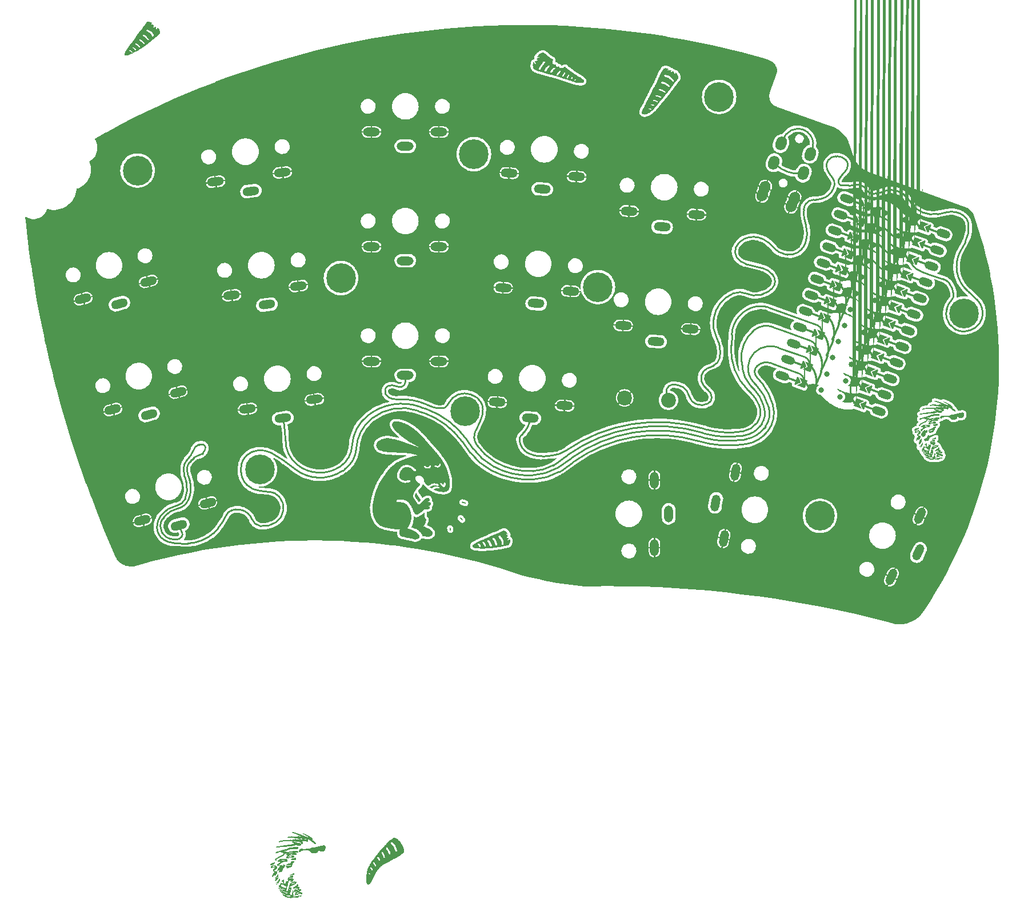
<source format=gbr>
%TF.GenerationSoftware,KiCad,Pcbnew,7.0.10*%
%TF.CreationDate,2024-03-16T17:25:43+01:00*%
%TF.ProjectId,chew_v1,63686577-5f76-4312-9e6b-696361645f70,rev?*%
%TF.SameCoordinates,Original*%
%TF.FileFunction,Copper,L1,Top*%
%TF.FilePolarity,Positive*%
%FSLAX46Y46*%
G04 Gerber Fmt 4.6, Leading zero omitted, Abs format (unit mm)*
G04 Created by KiCad (PCBNEW 7.0.10) date 2024-03-16 17:25:43*
%MOMM*%
%LPD*%
G01*
G04 APERTURE LIST*
G04 Aperture macros list*
%AMHorizOval*
0 Thick line with rounded ends*
0 $1 width*
0 $2 $3 position (X,Y) of the first rounded end (center of the circle)*
0 $4 $5 position (X,Y) of the second rounded end (center of the circle)*
0 Add line between two ends*
20,1,$1,$2,$3,$4,$5,0*
0 Add two circle primitives to create the rounded ends*
1,1,$1,$2,$3*
1,1,$1,$4,$5*%
%AMRotRect*
0 Rectangle, with rotation*
0 The origin of the aperture is its center*
0 $1 length*
0 $2 width*
0 $3 Rotation angle, in degrees counterclockwise*
0 Add horizontal line*
21,1,$1,$2,0,0,$3*%
%AMFreePoly0*
4,1,6,0.600001,0.200000,0.000000,-0.400000,-0.600001,0.200000,-0.600000,0.400000,0.600000,0.400000,0.600001,0.200000,0.600001,0.200000,$1*%
%AMFreePoly1*
4,1,52,0.086104,0.207873,0.159099,0.159099,0.207873,0.086104,0.225000,0.000000,0.216511,-0.042675,0.347518,-0.222810,0.503452,-0.458811,0.637585,-0.707849,0.748837,-0.967915,0.836311,-1.236913,0.899302,-1.512674,0.937300,-1.792973,0.950000,-2.075551,0.950000,-2.392692,0.938535,-2.700964,0.904202,-3.007533,0.847191,-3.310704,0.767817,-3.608802,0.666519,-3.900183,0.543856,-4.183233,
-0.164680,-5.664718,-0.215168,-5.723708,-0.288388,-5.749550,-0.364718,-5.735320,-0.423708,-5.684832,-0.449550,-5.611612,-0.435320,-5.535282,0.273217,-4.053796,0.347412,-3.898769,0.467498,-3.576694,0.558408,-3.245201,0.619420,-2.906925,0.650047,-2.564559,0.650000,-2.392692,0.650000,-2.075551,0.649994,-1.926076,0.618721,-1.628765,0.556519,-1.336356,0.464070,-1.052058,0.342389,-0.778992,
0.192810,-0.520152,0.104897,-0.399262,-0.025530,-0.219921,-0.086104,-0.207873,-0.159099,-0.159099,-0.207873,-0.086104,-0.225000,0.000000,-0.207873,0.086104,-0.159099,0.159099,-0.086104,0.207873,0.000000,0.225000,0.086104,0.207873,0.086104,0.207873,$1*%
%AMFreePoly2*
4,1,6,0.600000,-0.250000,-0.600000,-0.250000,-0.600000,1.000000,0.000000,0.400000,0.600000,1.000001,0.600000,-0.250000,0.600000,-0.250000,$1*%
%AMFreePoly3*
4,1,53,0.364718,5.735320,0.423708,5.684831,0.449550,5.611612,0.435320,5.535282,-0.273217,4.053795,-0.347411,3.898769,-0.467497,3.576694,-0.558407,3.245200,-0.619420,2.906925,-0.650047,2.564559,-0.650000,2.392692,-0.649999,2.075551,-0.649993,1.926075,-0.618720,1.628764,-0.556519,1.336356,-0.464070,1.052058,-0.342389,0.778992,-0.192810,0.520152,-0.104898,0.399262,0.025530,0.219921,
0.086104,0.207873,0.159099,0.159099,0.207873,0.086104,0.225000,0.000000,0.207873,-0.086104,0.159099,-0.159099,0.086104,-0.207873,0.000000,-0.225000,-0.086104,-0.207873,-0.159099,-0.159099,-0.207873,-0.086104,-0.225000,0.000000,-0.216511,0.042675,-0.347518,0.222810,-0.503451,0.458811,-0.637585,0.707849,-0.748837,0.967915,-0.836311,1.236913,-0.899302,1.512674,-0.937299,1.792973,
-0.950000,2.075551,-0.950000,2.392692,-0.938533,2.700964,-0.904201,3.007533,-0.847190,3.310704,-0.767817,3.608802,-0.666519,3.900182,-0.543858,4.183227,-0.543857,4.183232,0.164680,5.664718,0.215168,5.723708,0.288388,5.749550,0.364718,5.735320,0.364718,5.735320,$1*%
G04 Aperture macros list end*
%TA.AperFunction,ComponentPad*%
%ADD10HorizOval,1.600000X0.085505X0.234923X-0.085505X-0.234923X0*%
%TD*%
%TA.AperFunction,ComponentPad*%
%ADD11HorizOval,1.600000X-0.085505X-0.234923X0.085505X0.234923X0*%
%TD*%
%TA.AperFunction,ComponentPad*%
%ADD12HorizOval,1.600000X-0.068404X-0.187939X0.068404X0.187939X0*%
%TD*%
%TA.AperFunction,ComponentPad*%
%ADD13HorizOval,1.600000X0.068404X0.187939X-0.068404X-0.187939X0*%
%TD*%
%TA.AperFunction,ComponentPad*%
%ADD14O,2.500000X1.300000*%
%TD*%
%TA.AperFunction,ComponentPad*%
%ADD15HorizOval,1.200000X0.422862X-0.153909X-0.422862X0.153909X0*%
%TD*%
%TA.AperFunction,SMDPad,CuDef*%
%ADD16RotRect,0.300000X2.700000X70.000000*%
%TD*%
%TA.AperFunction,SMDPad,CuDef*%
%ADD17FreePoly0,70.000000*%
%TD*%
%TA.AperFunction,SMDPad,CuDef*%
%ADD18FreePoly0,250.000000*%
%TD*%
%TA.AperFunction,SMDPad,CuDef*%
%ADD19RotRect,0.300000X2.700000X250.000000*%
%TD*%
%TA.AperFunction,SMDPad,CuDef*%
%ADD20FreePoly1,70.000000*%
%TD*%
%TA.AperFunction,SMDPad,CuDef*%
%ADD21FreePoly2,70.000000*%
%TD*%
%TA.AperFunction,ComponentPad*%
%ADD22C,0.800000*%
%TD*%
%TA.AperFunction,ComponentPad*%
%ADD23C,0.848528*%
%TD*%
%TA.AperFunction,SMDPad,CuDef*%
%ADD24FreePoly2,250.000000*%
%TD*%
%TA.AperFunction,SMDPad,CuDef*%
%ADD25FreePoly3,70.000000*%
%TD*%
%TA.AperFunction,ComponentPad*%
%ADD26HorizOval,1.300000X-0.599178X0.031402X0.599178X-0.031402X0*%
%TD*%
%TA.AperFunction,ComponentPad*%
%ADD27HorizOval,1.300000X0.104189X0.590885X-0.104189X-0.590885X0*%
%TD*%
%TA.AperFunction,ComponentPad*%
%ADD28C,4.400000*%
%TD*%
%TA.AperFunction,ComponentPad*%
%ADD29HorizOval,1.300000X-0.594161X-0.083504X0.594161X0.083504X0*%
%TD*%
%TA.AperFunction,ComponentPad*%
%ADD30HorizOval,1.300000X-0.579555X-0.155291X0.579555X0.155291X0*%
%TD*%
%TA.AperFunction,ComponentPad*%
%ADD31C,2.200000*%
%TD*%
%TA.AperFunction,ComponentPad*%
%ADD32HorizOval,1.300000X-0.253571X-0.543785X0.253571X0.543785X0*%
%TD*%
%TA.AperFunction,ComponentPad*%
%ADD33O,1.300000X2.500000*%
%TD*%
%TA.AperFunction,Conductor*%
%ADD34C,0.250000*%
%TD*%
G04 APERTURE END LIST*
%TA.AperFunction,EtchedComponent*%
%TO.C,G\u002A\u002A\u002A*%
G36*
X178439801Y-113501894D02*
G01*
X178457505Y-113524589D01*
X178461386Y-113536764D01*
X178464860Y-113566991D01*
X178464550Y-113605366D01*
X178460974Y-113644554D01*
X178454653Y-113677217D01*
X178450625Y-113688807D01*
X178446287Y-113702947D01*
X178448035Y-113707079D01*
X178448802Y-113712411D01*
X178444847Y-113719167D01*
X178439728Y-113732009D01*
X178441158Y-113736253D01*
X178441354Y-113746415D01*
X178435748Y-113766805D01*
X178431616Y-113777938D01*
X178424994Y-113797541D01*
X178421624Y-113817820D01*
X178421485Y-113842934D01*
X178424557Y-113877040D01*
X178430821Y-113924295D01*
X178430904Y-113924881D01*
X178439509Y-113929973D01*
X178459271Y-113931598D01*
X178465148Y-113931327D01*
X178489749Y-113932311D01*
X178503874Y-113941357D01*
X178508216Y-113948208D01*
X178518315Y-113962714D01*
X178524996Y-113966927D01*
X178531177Y-113974322D01*
X178534588Y-113994462D01*
X178535306Y-114022682D01*
X178533405Y-114054320D01*
X178528964Y-114084709D01*
X178522693Y-114107576D01*
X178511913Y-114135892D01*
X178502792Y-114159897D01*
X178499873Y-114167606D01*
X178478477Y-114203834D01*
X178440681Y-114243453D01*
X178393570Y-114281131D01*
X178376653Y-114294048D01*
X178359789Y-114307571D01*
X178339404Y-114318432D01*
X178306449Y-114329715D01*
X178265910Y-114340133D01*
X178222770Y-114348398D01*
X178183573Y-114353107D01*
X178146775Y-114349123D01*
X178128389Y-114338917D01*
X178107817Y-114322132D01*
X178122267Y-114285981D01*
X178132093Y-114254991D01*
X178140358Y-114218100D01*
X178142888Y-114202034D01*
X178149449Y-114169266D01*
X178159960Y-114149380D01*
X178169242Y-114141548D01*
X178183719Y-114127458D01*
X178187758Y-114114999D01*
X178184965Y-114107730D01*
X178182496Y-114112161D01*
X178172249Y-114121623D01*
X178151959Y-114130166D01*
X178149048Y-114130973D01*
X178127822Y-114138354D01*
X178115469Y-114146081D01*
X178114919Y-114146901D01*
X178103667Y-114153927D01*
X178090849Y-114156423D01*
X178068247Y-114163331D01*
X178054880Y-114171918D01*
X178035878Y-114181622D01*
X178008876Y-114188114D01*
X178001633Y-114188903D01*
X177970047Y-114194453D01*
X177940472Y-114204368D01*
X177936539Y-114206266D01*
X177908089Y-114220426D01*
X177881421Y-114232971D01*
X177866381Y-114241141D01*
X177857881Y-114251849D01*
X177853641Y-114270186D01*
X177851451Y-114299897D01*
X177849899Y-114336290D01*
X177848969Y-114371580D01*
X177848836Y-114389950D01*
X177847858Y-114429057D01*
X177844752Y-114464930D01*
X177840103Y-114492539D01*
X177835307Y-114505855D01*
X177832114Y-114520297D01*
X177832867Y-114543120D01*
X177833215Y-114545787D01*
X177832756Y-114572168D01*
X177826740Y-114604940D01*
X177821749Y-114621709D01*
X177810576Y-114657140D01*
X177800713Y-114693929D01*
X177797680Y-114707382D01*
X177789214Y-114740440D01*
X177777314Y-114777682D01*
X177771583Y-114793197D01*
X177759521Y-114827271D01*
X177746853Y-114868123D01*
X177738873Y-114897156D01*
X177726497Y-114937455D01*
X177709655Y-114982065D01*
X177695690Y-115013487D01*
X177679962Y-115046056D01*
X177666008Y-115075670D01*
X177656918Y-115095767D01*
X177643141Y-115121617D01*
X177629210Y-115142039D01*
X177620998Y-115154925D01*
X177616457Y-115170616D01*
X177615086Y-115193475D01*
X177616387Y-115227870D01*
X177617453Y-115244533D01*
X177617952Y-115314193D01*
X177608548Y-115372335D01*
X177588463Y-115422532D01*
X177573340Y-115446965D01*
X177560887Y-115468363D01*
X177555642Y-115484791D01*
X177556107Y-115488421D01*
X177566157Y-115494727D01*
X177589059Y-115503542D01*
X177620423Y-115513632D01*
X177655865Y-115523761D01*
X177690998Y-115532696D01*
X177721435Y-115539200D01*
X177742790Y-115542040D01*
X177746495Y-115542014D01*
X177768684Y-115532407D01*
X177782711Y-115509688D01*
X177785214Y-115498213D01*
X177788680Y-115483214D01*
X177796282Y-115455874D01*
X177806689Y-115420626D01*
X177818575Y-115381901D01*
X177830609Y-115344131D01*
X177838983Y-115318943D01*
X177843627Y-115300472D01*
X177849146Y-115271769D01*
X177852919Y-115248423D01*
X177858836Y-115218099D01*
X177866097Y-115193957D01*
X177871418Y-115183664D01*
X177880183Y-115164458D01*
X177881001Y-115154767D01*
X177884654Y-115134071D01*
X177890894Y-115120660D01*
X177897912Y-115103314D01*
X177897608Y-115093797D01*
X177898190Y-115081534D01*
X177903623Y-115057363D01*
X177912802Y-115025980D01*
X177915396Y-115018028D01*
X177925764Y-114985484D01*
X177933352Y-114958995D01*
X177936817Y-114943327D01*
X177936889Y-114941769D01*
X177939716Y-114927009D01*
X177946374Y-114908779D01*
X177954965Y-114882544D01*
X177960197Y-114856678D01*
X177964864Y-114833109D01*
X177973482Y-114799155D01*
X177984246Y-114761105D01*
X177995349Y-114725245D01*
X178004986Y-114697864D01*
X178007618Y-114691580D01*
X178012988Y-114673235D01*
X178017549Y-114647186D01*
X178018146Y-114642218D01*
X178022094Y-114623483D01*
X178024310Y-114612965D01*
X178026726Y-114606210D01*
X178269112Y-114606210D01*
X178271412Y-114632314D01*
X178284010Y-114650641D01*
X178306978Y-114661849D01*
X178332617Y-114656342D01*
X178338911Y-114652885D01*
X178416774Y-114613767D01*
X178502569Y-114583741D01*
X178589124Y-114565093D01*
X178627318Y-114560959D01*
X178667744Y-114554310D01*
X178692486Y-114540808D01*
X178702320Y-114519943D01*
X178702436Y-114511501D01*
X178694415Y-114491999D01*
X178677723Y-114475470D01*
X178661274Y-114469224D01*
X178628224Y-114470401D01*
X178587589Y-114474347D01*
X178549002Y-114480023D01*
X178534973Y-114482842D01*
X178505040Y-114489467D01*
X178477856Y-114495212D01*
X178473542Y-114496080D01*
X178450182Y-114502877D01*
X178417817Y-114515032D01*
X178380977Y-114530510D01*
X178344191Y-114547276D01*
X178311990Y-114563294D01*
X178288905Y-114576527D01*
X178281009Y-114582593D01*
X178269112Y-114606210D01*
X178026726Y-114606210D01*
X178035321Y-114582182D01*
X178048848Y-114554714D01*
X178062558Y-114535403D01*
X178072669Y-114529015D01*
X178085368Y-114535141D01*
X178101141Y-114551457D01*
X178105129Y-114556900D01*
X178121820Y-114576983D01*
X178137157Y-114588792D01*
X178147722Y-114590399D01*
X178150414Y-114582435D01*
X178154992Y-114567864D01*
X178165902Y-114551055D01*
X178177488Y-114534164D01*
X178181644Y-114523306D01*
X178187519Y-114509822D01*
X178202465Y-114493158D01*
X178220376Y-114479120D01*
X178233989Y-114473530D01*
X178246487Y-114469281D01*
X178248338Y-114465624D01*
X178255081Y-114457513D01*
X178272261Y-114446556D01*
X178275616Y-114444818D01*
X178316289Y-114424919D01*
X178344059Y-114412491D01*
X178357884Y-114407988D01*
X178359279Y-114408548D01*
X178365489Y-114406426D01*
X178380189Y-114396409D01*
X178381127Y-114395699D01*
X178400017Y-114384195D01*
X178429237Y-114369483D01*
X178462642Y-114354646D01*
X178464406Y-114353919D01*
X178498821Y-114339265D01*
X178530410Y-114324962D01*
X178552483Y-114314040D01*
X178552912Y-114313805D01*
X178574346Y-114303498D01*
X178590245Y-114298349D01*
X178591040Y-114298265D01*
X178604688Y-114291686D01*
X178620730Y-114277609D01*
X178639119Y-114257742D01*
X178656016Y-114274892D01*
X178670316Y-114293763D01*
X178685494Y-114320047D01*
X178689680Y-114328694D01*
X178700488Y-114349804D01*
X178711568Y-114360087D01*
X178728130Y-114361328D01*
X178755379Y-114355312D01*
X178762116Y-114353516D01*
X178782677Y-114348174D01*
X178812566Y-114340610D01*
X178834623Y-114335112D01*
X178864825Y-114327272D01*
X178889583Y-114320208D01*
X178900364Y-114316620D01*
X178916158Y-114317501D01*
X178932512Y-114327452D01*
X178943336Y-114341401D01*
X178943638Y-114352622D01*
X178945041Y-114361034D01*
X178948987Y-114361646D01*
X178956243Y-114368351D01*
X178957937Y-114386566D01*
X178954721Y-114411293D01*
X178947240Y-114437529D01*
X178936217Y-114460169D01*
X178895424Y-114518280D01*
X178854382Y-114568828D01*
X178815485Y-114609132D01*
X178781123Y-114636513D01*
X178776055Y-114639602D01*
X178754383Y-114653621D01*
X178740521Y-114665405D01*
X178738219Y-114668970D01*
X178728811Y-114678202D01*
X178708304Y-114689484D01*
X178682608Y-114700194D01*
X178657634Y-114707714D01*
X178646758Y-114709508D01*
X178626516Y-114715162D01*
X178600449Y-114727165D01*
X178590906Y-114732595D01*
X178566287Y-114747469D01*
X178546074Y-114759623D01*
X178541085Y-114762601D01*
X178519322Y-114770851D01*
X178508808Y-114772588D01*
X178490827Y-114776804D01*
X178467558Y-114785765D01*
X178444719Y-114796762D01*
X178428028Y-114807084D01*
X178422945Y-114813281D01*
X178415682Y-114819544D01*
X178396145Y-114830237D01*
X178368399Y-114843155D01*
X178365446Y-114844435D01*
X178334507Y-114859310D01*
X178309001Y-114874371D01*
X178294434Y-114886365D01*
X178294407Y-114886401D01*
X178280473Y-114899919D01*
X178271333Y-114904127D01*
X178262126Y-114909360D01*
X178261760Y-114911426D01*
X178254678Y-114923287D01*
X178235426Y-114931522D01*
X178209347Y-114934610D01*
X178187807Y-114932488D01*
X178144159Y-114927639D01*
X178112227Y-114934402D01*
X178089779Y-114953589D01*
X178079742Y-114971847D01*
X178068367Y-115005032D01*
X178060135Y-115040182D01*
X178059360Y-115045203D01*
X178053301Y-115078506D01*
X178044687Y-115114691D01*
X178042219Y-115123490D01*
X178034685Y-115150797D01*
X178029484Y-115172676D01*
X178028433Y-115178620D01*
X178024360Y-115195128D01*
X178016122Y-115220598D01*
X178011075Y-115234606D01*
X178002167Y-115262511D01*
X177997209Y-115286096D01*
X177996811Y-115293740D01*
X177993943Y-115309652D01*
X177985230Y-115336558D01*
X177972343Y-115369491D01*
X177967527Y-115380681D01*
X177953710Y-115413284D01*
X177943329Y-115440158D01*
X177938030Y-115456935D01*
X177937686Y-115459665D01*
X177934938Y-115472650D01*
X177927133Y-115496030D01*
X177919231Y-115516557D01*
X177908569Y-115546077D01*
X177905586Y-115565776D01*
X177909598Y-115581363D01*
X177911087Y-115584315D01*
X177934406Y-115623548D01*
X177953863Y-115646202D01*
X177970137Y-115652741D01*
X177983901Y-115643630D01*
X177987990Y-115637300D01*
X177997058Y-115616169D01*
X178008348Y-115582672D01*
X178020789Y-115540918D01*
X178033310Y-115495018D01*
X178044837Y-115449080D01*
X178054301Y-115407213D01*
X178060629Y-115373525D01*
X178062750Y-115352126D01*
X178062692Y-115350855D01*
X178065766Y-115328993D01*
X178073116Y-115316174D01*
X178081376Y-115301586D01*
X178090092Y-115275974D01*
X178095453Y-115253853D01*
X178102262Y-115223508D01*
X178108992Y-115198716D01*
X178112770Y-115188163D01*
X178118696Y-115169148D01*
X178123264Y-115143878D01*
X178123342Y-115143219D01*
X178130864Y-115117347D01*
X178145402Y-115090778D01*
X178163377Y-115068330D01*
X178181212Y-115054819D01*
X178190338Y-115053004D01*
X178204622Y-115062967D01*
X178217677Y-115086821D01*
X178228731Y-115120820D01*
X178237009Y-115161220D01*
X178241738Y-115204280D01*
X178242143Y-115246253D01*
X178237712Y-115282219D01*
X178232181Y-115308449D01*
X178224686Y-115344777D01*
X178216711Y-115384002D01*
X178215531Y-115389862D01*
X178207355Y-115429001D01*
X178199023Y-115466431D01*
X178192160Y-115494890D01*
X178191357Y-115497940D01*
X178185439Y-115525725D01*
X178182891Y-115549439D01*
X178182973Y-115553782D01*
X178180685Y-115569318D01*
X178175540Y-115573899D01*
X178167679Y-115581331D01*
X178167443Y-115584556D01*
X178164707Y-115596751D01*
X178156787Y-115621082D01*
X178145105Y-115653326D01*
X178138156Y-115671461D01*
X178125124Y-115705731D01*
X178115070Y-115733824D01*
X178109412Y-115751699D01*
X178108678Y-115755618D01*
X178105626Y-115766758D01*
X178097105Y-115789341D01*
X178084882Y-115818720D01*
X178083382Y-115822178D01*
X178072329Y-115848240D01*
X178065358Y-115868775D01*
X178062005Y-115888575D01*
X178061808Y-115912434D01*
X178064305Y-115945141D01*
X178068006Y-115981614D01*
X178078438Y-116081786D01*
X178045697Y-116116622D01*
X178015270Y-116143915D01*
X177985334Y-116157703D01*
X177950688Y-116159301D01*
X177909622Y-116150983D01*
X177882184Y-116145265D01*
X177845970Y-116140864D01*
X177799306Y-116137706D01*
X177740515Y-116135715D01*
X177667923Y-116134819D01*
X177579851Y-116134941D01*
X177552718Y-116135144D01*
X177516857Y-116135598D01*
X177495936Y-116136740D01*
X177487254Y-116139370D01*
X177488115Y-116144290D01*
X177495597Y-116152088D01*
X177510947Y-116164108D01*
X177520391Y-116167852D01*
X177531840Y-116172562D01*
X177549935Y-116184862D01*
X177553468Y-116187641D01*
X177571664Y-116200892D01*
X177584010Y-116207385D01*
X177585182Y-116207526D01*
X177595879Y-116210405D01*
X177618492Y-116218446D01*
X177648638Y-116230072D01*
X177656853Y-116233358D01*
X177703082Y-116250558D01*
X177753743Y-116267083D01*
X177803475Y-116281381D01*
X177846915Y-116291893D01*
X177875423Y-116296752D01*
X177897771Y-116301260D01*
X177911499Y-116306932D01*
X177925560Y-116311039D01*
X177951269Y-116314250D01*
X177978016Y-116315692D01*
X178008556Y-116317094D01*
X178032217Y-116319409D01*
X178042710Y-116321741D01*
X178059315Y-116322193D01*
X178081779Y-116313936D01*
X178103281Y-116300528D01*
X178117003Y-116285524D01*
X178118315Y-116282309D01*
X178122235Y-116253714D01*
X178121962Y-116214952D01*
X178118077Y-116172837D01*
X178111167Y-116134182D01*
X178103501Y-116109487D01*
X178094411Y-116086254D01*
X178092956Y-116072525D01*
X178099426Y-116061768D01*
X178105915Y-116055281D01*
X178126498Y-116043150D01*
X178149719Y-116044882D01*
X178176918Y-116061114D01*
X178209441Y-116092480D01*
X178226691Y-116112323D01*
X178245253Y-116128458D01*
X178261363Y-116128869D01*
X178275414Y-116113094D01*
X178287798Y-116080670D01*
X178298906Y-116031132D01*
X178299854Y-116025833D01*
X178307608Y-115986550D01*
X178317236Y-115944549D01*
X178327216Y-115905981D01*
X178336027Y-115876994D01*
X178337979Y-115871684D01*
X178343116Y-115853246D01*
X178347659Y-115829114D01*
X178352758Y-115807723D01*
X178359324Y-115795147D01*
X178359652Y-115794890D01*
X178365001Y-115782739D01*
X178365849Y-115766808D01*
X178367115Y-115747204D01*
X178371869Y-115719558D01*
X178378686Y-115689892D01*
X178386146Y-115664230D01*
X178392827Y-115648589D01*
X178394127Y-115647024D01*
X178397439Y-115636136D01*
X178399936Y-115613668D01*
X178400687Y-115597940D01*
X178405600Y-115556593D01*
X178416806Y-115522925D01*
X178432573Y-115499172D01*
X178451170Y-115487573D01*
X178470866Y-115490367D01*
X178479172Y-115496485D01*
X178495474Y-115519572D01*
X178510143Y-115553520D01*
X178521118Y-115591559D01*
X178526337Y-115626917D01*
X178525213Y-115647691D01*
X178521588Y-115677243D01*
X178521093Y-115710254D01*
X178521355Y-115714881D01*
X178520177Y-115741921D01*
X178514730Y-115779756D01*
X178506276Y-115822565D01*
X178496081Y-115864529D01*
X178485404Y-115899826D01*
X178476725Y-115920549D01*
X178471255Y-115934933D01*
X178475712Y-115947239D01*
X178489836Y-115962003D01*
X178508033Y-115983775D01*
X178519989Y-116006390D01*
X178520391Y-116007681D01*
X178526924Y-116028893D01*
X178531201Y-116041424D01*
X178530729Y-116054621D01*
X178525650Y-116079066D01*
X178517610Y-116107638D01*
X178509474Y-116137219D01*
X178505228Y-116160236D01*
X178505710Y-116171392D01*
X178520885Y-116181394D01*
X178547589Y-116189742D01*
X178579716Y-116194708D01*
X178590313Y-116195305D01*
X178611650Y-116196314D01*
X178645577Y-116198345D01*
X178687094Y-116201085D01*
X178723512Y-116203656D01*
X178788123Y-116208129D01*
X178840386Y-116211030D01*
X178885517Y-116212422D01*
X178928732Y-116212366D01*
X178975246Y-116210928D01*
X179030274Y-116208168D01*
X179042056Y-116207504D01*
X179098205Y-116203616D01*
X179138481Y-116199162D01*
X179164650Y-116193891D01*
X179177737Y-116188135D01*
X179196755Y-116177693D01*
X179223628Y-116167055D01*
X179232101Y-116164351D01*
X179255609Y-116158074D01*
X179268663Y-116159099D01*
X179277688Y-116169609D01*
X179284170Y-116182026D01*
X179292868Y-116203084D01*
X179293246Y-116221090D01*
X179285609Y-116245256D01*
X179276024Y-116267471D01*
X179267901Y-116281348D01*
X179266079Y-116283039D01*
X179253885Y-116292956D01*
X179236168Y-116311093D01*
X179216795Y-116332969D01*
X179199630Y-116354106D01*
X179188538Y-116370022D01*
X179186411Y-116375379D01*
X179179567Y-116390937D01*
X179159694Y-116409327D01*
X179130564Y-116428016D01*
X179095950Y-116444471D01*
X179070278Y-116453360D01*
X179040631Y-116460608D01*
X179002362Y-116468096D01*
X178959116Y-116475336D01*
X178914540Y-116481837D01*
X178872279Y-116487110D01*
X178835976Y-116490666D01*
X178809277Y-116492015D01*
X178795828Y-116490668D01*
X178795271Y-116490296D01*
X178783503Y-116486939D01*
X178760524Y-116484797D01*
X178746234Y-116484418D01*
X178703533Y-116483359D01*
X178655409Y-116480813D01*
X178605831Y-116477142D01*
X178558766Y-116472715D01*
X178518184Y-116467894D01*
X178488053Y-116463046D01*
X178474042Y-116459355D01*
X178445559Y-116450173D01*
X178422583Y-116445242D01*
X178399215Y-116439700D01*
X178368271Y-116429770D01*
X178349114Y-116422598D01*
X178302166Y-116403864D01*
X178282973Y-116424599D01*
X178270099Y-116440428D01*
X178265149Y-116450431D01*
X178265192Y-116450691D01*
X178263671Y-116462045D01*
X178258042Y-116481778D01*
X178252061Y-116496663D01*
X178243539Y-116503901D01*
X178227220Y-116505655D01*
X178202942Y-116504426D01*
X178165468Y-116500758D01*
X178124115Y-116495017D01*
X178107131Y-116492088D01*
X178084272Y-116488513D01*
X178047849Y-116483649D01*
X178001352Y-116477886D01*
X177948275Y-116471617D01*
X177892107Y-116465231D01*
X177836341Y-116459118D01*
X177784469Y-116453671D01*
X177739980Y-116449278D01*
X177706369Y-116446332D01*
X177688328Y-116445238D01*
X177673171Y-116440847D01*
X177647806Y-116429839D01*
X177646044Y-116429074D01*
X177610186Y-116411473D01*
X177568837Y-116389599D01*
X177546537Y-116377219D01*
X177534590Y-116370694D01*
X178493613Y-116370694D01*
X178502015Y-116393535D01*
X178515108Y-116405518D01*
X178530136Y-116409310D01*
X178558062Y-116410889D01*
X178594657Y-116410545D01*
X178635692Y-116408563D01*
X178676940Y-116405233D01*
X178714170Y-116400844D01*
X178743155Y-116395683D01*
X178759665Y-116390037D01*
X178761210Y-116388751D01*
X178769089Y-116369013D01*
X178766998Y-116346309D01*
X178756719Y-116330857D01*
X178737166Y-116323946D01*
X178703528Y-116319553D01*
X178659204Y-116317888D01*
X178607598Y-116319158D01*
X178586452Y-116320477D01*
X178550378Y-116323698D01*
X178527520Y-116327818D01*
X178513455Y-116334177D01*
X178503768Y-116344112D01*
X178502474Y-116345913D01*
X178493613Y-116370694D01*
X177534590Y-116370694D01*
X177493526Y-116348267D01*
X177434551Y-116317615D01*
X177376357Y-116288683D01*
X177325689Y-116264892D01*
X177319919Y-116262316D01*
X177273270Y-116241326D01*
X177240365Y-116225432D01*
X177218648Y-116212997D01*
X177205561Y-116202378D01*
X177198551Y-116191934D01*
X177195576Y-116182514D01*
X177186929Y-116169142D01*
X177169845Y-116153840D01*
X177169249Y-116153412D01*
X177150592Y-116134113D01*
X177139931Y-116112839D01*
X177129659Y-116087099D01*
X177119008Y-116070341D01*
X177106612Y-116047295D01*
X177102229Y-116028836D01*
X177095475Y-116004547D01*
X177086526Y-115989907D01*
X177073696Y-115972064D01*
X177075070Y-115962594D01*
X177088529Y-115959345D01*
X177103083Y-115962029D01*
X177106740Y-115966912D01*
X177114343Y-115974404D01*
X177119475Y-115974863D01*
X177135327Y-115979991D01*
X177143469Y-115986446D01*
X177161191Y-115996536D01*
X177171074Y-115997777D01*
X177186302Y-116001950D01*
X177210096Y-116013908D01*
X177233072Y-116028270D01*
X177257450Y-116043914D01*
X177275578Y-116053682D01*
X177283135Y-116055499D01*
X177291307Y-116057266D01*
X177298996Y-116063767D01*
X177314773Y-116074016D01*
X177323182Y-116075550D01*
X177334509Y-116079351D01*
X177335851Y-116082547D01*
X177343848Y-116089771D01*
X177358780Y-116094374D01*
X177375751Y-116100286D01*
X177381764Y-116106986D01*
X177389390Y-116114251D01*
X177394936Y-116114738D01*
X177411369Y-116119411D01*
X177422225Y-116126655D01*
X177437544Y-116135853D01*
X177444504Y-116129920D01*
X177442988Y-116109318D01*
X177434206Y-116078385D01*
X177421981Y-116047173D01*
X177409715Y-116029030D01*
X177394448Y-116019625D01*
X177393885Y-116019422D01*
X177366742Y-116009809D01*
X177347980Y-116003143D01*
X177309173Y-115986990D01*
X177276425Y-115969162D01*
X177273472Y-115967203D01*
X177256163Y-115960187D01*
X177231949Y-115955206D01*
X177231471Y-115955148D01*
X177209446Y-115948310D01*
X177179939Y-115933716D01*
X177169864Y-115927398D01*
X177149327Y-115914520D01*
X177149243Y-115914461D01*
X177137651Y-115906759D01*
X177465020Y-115906759D01*
X177473170Y-115925954D01*
X177477674Y-115929774D01*
X177497515Y-115937459D01*
X177531095Y-115944337D01*
X177574520Y-115949792D01*
X177623890Y-115953212D01*
X177627410Y-115953358D01*
X177663395Y-115956018D01*
X177697236Y-115960570D01*
X177716615Y-115964741D01*
X177740484Y-115971418D01*
X177754060Y-115972991D01*
X177764108Y-115968851D01*
X177776161Y-115959384D01*
X177790957Y-115938155D01*
X177791170Y-115914506D01*
X177777243Y-115894459D01*
X177771096Y-115890435D01*
X177739992Y-115878660D01*
X177697340Y-115869565D01*
X177649164Y-115864273D01*
X177625838Y-115863412D01*
X177589960Y-115861532D01*
X177553710Y-115857411D01*
X177543362Y-115855665D01*
X177516615Y-115852224D01*
X177498502Y-115855625D01*
X177484299Y-115864456D01*
X177468954Y-115884050D01*
X177465020Y-115906759D01*
X177137651Y-115906759D01*
X177119924Y-115894980D01*
X177093313Y-115879318D01*
X177075054Y-115870791D01*
X177074730Y-115870691D01*
X177048620Y-115860182D01*
X177024470Y-115846239D01*
X177007221Y-115832172D01*
X177001714Y-115821805D01*
X176995133Y-115812677D01*
X176976986Y-115801625D01*
X176967533Y-115797444D01*
X176925310Y-115773590D01*
X176898017Y-115742301D01*
X176891209Y-115726960D01*
X176882386Y-115714054D01*
X176864027Y-115694368D01*
X176839883Y-115671245D01*
X176813701Y-115648034D01*
X176789230Y-115628081D01*
X176770221Y-115614732D01*
X176761371Y-115611061D01*
X176756930Y-115603698D01*
X176753488Y-115585898D01*
X176751677Y-115564738D01*
X176752129Y-115547294D01*
X176755080Y-115540612D01*
X176766246Y-115543771D01*
X176788188Y-115552415D01*
X176815759Y-115564446D01*
X176831563Y-115571798D01*
X176857400Y-115582991D01*
X176894288Y-115597594D01*
X176936536Y-115613474D01*
X176978451Y-115628494D01*
X177014338Y-115640522D01*
X177017683Y-115641574D01*
X177077244Y-115660076D01*
X177122254Y-115673872D01*
X177154973Y-115683596D01*
X177177660Y-115689888D01*
X177192574Y-115693382D01*
X177201974Y-115694716D01*
X177206263Y-115694723D01*
X177222033Y-115696631D01*
X177247845Y-115702565D01*
X177267578Y-115708113D01*
X177295769Y-115715931D01*
X177317867Y-115720807D01*
X177326264Y-115721691D01*
X177340264Y-115725159D01*
X177362749Y-115734824D01*
X177374004Y-115740573D01*
X177409564Y-115755690D01*
X177456535Y-115768485D01*
X177517143Y-115779471D01*
X177576006Y-115787195D01*
X177633173Y-115792480D01*
X177675249Y-115793158D01*
X177704207Y-115789102D01*
X177722019Y-115780184D01*
X177724691Y-115777496D01*
X177735716Y-115756812D01*
X177730831Y-115740320D01*
X177711503Y-115729170D01*
X177679196Y-115724513D01*
X177657855Y-115725032D01*
X177624494Y-115725852D01*
X177593797Y-115724136D01*
X177580925Y-115722121D01*
X177558344Y-115717651D01*
X177525313Y-115711966D01*
X177488851Y-115706272D01*
X177487687Y-115706101D01*
X177449923Y-115698775D01*
X177414224Y-115688891D01*
X177388518Y-115678678D01*
X177358707Y-115666038D01*
X177323283Y-115655209D01*
X177310183Y-115652278D01*
X177282747Y-115646288D01*
X177262236Y-115640544D01*
X177256141Y-115638025D01*
X177242105Y-115633848D01*
X177218161Y-115630191D01*
X177209149Y-115629322D01*
X177175822Y-115623944D01*
X177140436Y-115614470D01*
X177132775Y-115611789D01*
X177103288Y-115601379D01*
X177065912Y-115589009D01*
X177035439Y-115579428D01*
X177000947Y-115568466D01*
X176969294Y-115557667D01*
X176949406Y-115550186D01*
X176922435Y-115539509D01*
X176899444Y-115531080D01*
X176876888Y-115522334D01*
X176863015Y-115515846D01*
X176848970Y-115509318D01*
X176823126Y-115498198D01*
X176790060Y-115484438D01*
X176774539Y-115478106D01*
X176727557Y-115457208D01*
X176690847Y-115435563D01*
X176657475Y-115408543D01*
X176630415Y-115381915D01*
X176617576Y-115367429D01*
X176616149Y-115361097D01*
X176627636Y-115362530D01*
X176653541Y-115371336D01*
X176660807Y-115374032D01*
X176704130Y-115388321D01*
X176749527Y-115400168D01*
X176791417Y-115408351D01*
X176824218Y-115411646D01*
X176831659Y-115411483D01*
X176850778Y-115412850D01*
X176859928Y-115417346D01*
X176871470Y-115423122D01*
X176893217Y-115427954D01*
X176898818Y-115428698D01*
X176924412Y-115432927D01*
X176959472Y-115440300D01*
X176996468Y-115449233D01*
X176996959Y-115449360D01*
X177039618Y-115459538D01*
X177069033Y-115463716D01*
X177088640Y-115461626D01*
X177101876Y-115453004D01*
X177110562Y-115440560D01*
X177118529Y-115421941D01*
X177115492Y-115407961D01*
X177110158Y-115400265D01*
X177095781Y-115389611D01*
X177069710Y-115376508D01*
X177037298Y-115363022D01*
X177003903Y-115351221D01*
X176974881Y-115343173D01*
X176956300Y-115340881D01*
X176940489Y-115339224D01*
X176914097Y-115333908D01*
X176889530Y-115327826D01*
X176860299Y-115320725D01*
X176837543Y-115316515D01*
X176827642Y-115316001D01*
X176807156Y-115315613D01*
X176774678Y-115309084D01*
X176734198Y-115297733D01*
X176697743Y-115285562D01*
X176689708Y-115282879D01*
X176645199Y-115265842D01*
X176632652Y-115260302D01*
X177058984Y-115260302D01*
X177060874Y-115270916D01*
X177069314Y-115281920D01*
X177086135Y-115294405D01*
X177113175Y-115309463D01*
X177152268Y-115328187D01*
X177205248Y-115351666D01*
X177231476Y-115362950D01*
X177277910Y-115382217D01*
X177311722Y-115394392D01*
X177336150Y-115400098D01*
X177354439Y-115399956D01*
X177369826Y-115394588D01*
X177376467Y-115390758D01*
X177389460Y-115375338D01*
X177388441Y-115357945D01*
X177376016Y-115342526D01*
X177354789Y-115333032D01*
X177337643Y-115331897D01*
X177326186Y-115332009D01*
X177313520Y-115330017D01*
X177296944Y-115324893D01*
X177273751Y-115315611D01*
X177241239Y-115301144D01*
X177196706Y-115280464D01*
X177173345Y-115269481D01*
X177127394Y-115249534D01*
X177094460Y-115239508D01*
X177073058Y-115239283D01*
X177061703Y-115248740D01*
X177058984Y-115260302D01*
X176632652Y-115260302D01*
X176604662Y-115247943D01*
X176575863Y-115232772D01*
X176552736Y-115222197D01*
X176532820Y-115217773D01*
X176521149Y-115214715D01*
X176515114Y-115202670D01*
X176512453Y-115180573D01*
X176509859Y-115143468D01*
X176538966Y-115149657D01*
X176569806Y-115153541D01*
X176597337Y-115153798D01*
X176622810Y-115155995D01*
X176661567Y-115164554D01*
X176710777Y-115178681D01*
X176767602Y-115197582D01*
X176813396Y-115214367D01*
X176842471Y-115224211D01*
X176866858Y-115230341D01*
X176877605Y-115231451D01*
X176896808Y-115223612D01*
X176907505Y-115207471D01*
X176906379Y-115192056D01*
X176896200Y-115183416D01*
X176874660Y-115171019D01*
X176846922Y-115157278D01*
X176818150Y-115144608D01*
X176793507Y-115135422D01*
X176778188Y-115132132D01*
X176759839Y-115129612D01*
X176731308Y-115122035D01*
X176697234Y-115111072D01*
X176662260Y-115098390D01*
X176631025Y-115085661D01*
X176608170Y-115074552D01*
X176598773Y-115067593D01*
X176576735Y-115034756D01*
X176563131Y-115012989D01*
X176556512Y-114998746D01*
X176555433Y-114988486D01*
X176558447Y-114978663D01*
X176560535Y-114973928D01*
X176571427Y-114957576D01*
X176581148Y-114951588D01*
X176587592Y-114943446D01*
X176593746Y-114924236D01*
X176598252Y-114900501D01*
X176599749Y-114878780D01*
X176598391Y-114868603D01*
X176602877Y-114861884D01*
X176605075Y-114861505D01*
X176611230Y-114853528D01*
X176612377Y-114839494D01*
X176619377Y-114815768D01*
X176637430Y-114796249D01*
X176655143Y-114779953D01*
X176677778Y-114756792D01*
X176702285Y-114730209D01*
X176725617Y-114703643D01*
X176744723Y-114680540D01*
X176756555Y-114664339D01*
X176758901Y-114659105D01*
X176763653Y-114648672D01*
X176775864Y-114631410D01*
X176777887Y-114628880D01*
X176790597Y-114610035D01*
X176805523Y-114583318D01*
X176820685Y-114552983D01*
X176834110Y-114523280D01*
X176843818Y-114498463D01*
X176847834Y-114482785D01*
X176847187Y-114479776D01*
X176847618Y-114470337D01*
X176856779Y-114455728D01*
X176869835Y-114442065D01*
X176881957Y-114435463D01*
X176882215Y-114435440D01*
X176892100Y-114442149D01*
X176905815Y-114459737D01*
X176920035Y-114482964D01*
X176931436Y-114506583D01*
X176935863Y-114520099D01*
X176937841Y-114542286D01*
X176937486Y-114575984D01*
X176935195Y-114615274D01*
X176931364Y-114654239D01*
X176926389Y-114686962D01*
X176923969Y-114697751D01*
X176917438Y-114722330D01*
X176911673Y-114742595D01*
X176904630Y-114765414D01*
X176894259Y-114797657D01*
X176893390Y-114800339D01*
X176889703Y-114823315D01*
X176893542Y-114835692D01*
X176903972Y-114853852D01*
X176913631Y-114885282D01*
X176923122Y-114932018D01*
X176924481Y-114939954D01*
X176937038Y-114981596D01*
X176957705Y-115011117D01*
X176984712Y-115026523D01*
X177003043Y-115028179D01*
X177026285Y-115030647D01*
X177051353Y-115038423D01*
X177072115Y-115044835D01*
X177086054Y-115044651D01*
X177086687Y-115044271D01*
X177094643Y-115043621D01*
X177095385Y-115045946D01*
X177103379Y-115052819D01*
X177122647Y-115060665D01*
X177129715Y-115062767D01*
X177160071Y-115071646D01*
X177188600Y-115080817D01*
X177190705Y-115081546D01*
X177229101Y-115093304D01*
X177284338Y-115107644D01*
X177334823Y-115119624D01*
X177363091Y-115126854D01*
X177399104Y-115137012D01*
X177426535Y-115145273D01*
X177458904Y-115154134D01*
X177487425Y-115159838D01*
X177503839Y-115161138D01*
X177518045Y-115157568D01*
X177524934Y-115146131D01*
X177527624Y-115124261D01*
X177532408Y-115092815D01*
X177541517Y-115058465D01*
X177544425Y-115050148D01*
X177554776Y-115019246D01*
X177565766Y-114981389D01*
X177571921Y-114957454D01*
X177579745Y-114928331D01*
X177587156Y-114906509D01*
X177591893Y-114897592D01*
X177595950Y-114884631D01*
X177592753Y-114866198D01*
X177584588Y-114851659D01*
X177580019Y-114848911D01*
X177571446Y-114854859D01*
X177561789Y-114872846D01*
X177558302Y-114882447D01*
X177540930Y-114916901D01*
X177516271Y-114935896D01*
X177491846Y-114939535D01*
X177470611Y-114944069D01*
X177452160Y-114954634D01*
X177434159Y-114966106D01*
X177422266Y-114963590D01*
X177413127Y-114945564D01*
X177410019Y-114935521D01*
X177400158Y-114909827D01*
X177385124Y-114890942D01*
X177360035Y-114873432D01*
X177348214Y-114866754D01*
X177322421Y-114851435D01*
X177300257Y-114836349D01*
X177297165Y-114833943D01*
X177277848Y-114819030D01*
X177253129Y-114800756D01*
X177246635Y-114796077D01*
X177222030Y-114774952D01*
X177201243Y-114751361D01*
X177197891Y-114746449D01*
X177187228Y-114731458D01*
X177175882Y-114723956D01*
X177158200Y-114722092D01*
X177129268Y-114723950D01*
X177100498Y-114725015D01*
X177079177Y-114723260D01*
X177071326Y-114720149D01*
X177064242Y-114700585D01*
X177060868Y-114668853D01*
X177060873Y-114629956D01*
X177063931Y-114588897D01*
X177069712Y-114550679D01*
X177077888Y-114520303D01*
X177085406Y-114505663D01*
X177089918Y-114490980D01*
X177090565Y-114471275D01*
X177092425Y-114444398D01*
X177099148Y-114417186D01*
X177107838Y-114388694D01*
X177115439Y-114356637D01*
X177116186Y-114352772D01*
X177122546Y-114319560D01*
X177129591Y-114284070D01*
X177130725Y-114278500D01*
X177134411Y-114254341D01*
X177134514Y-114238322D01*
X177133367Y-114235514D01*
X177119622Y-114234558D01*
X177098334Y-114246536D01*
X177072036Y-114269900D01*
X177065131Y-114277170D01*
X177033204Y-114306817D01*
X177004544Y-114323767D01*
X176981566Y-114326624D01*
X176980241Y-114326262D01*
X176973438Y-114320357D01*
X176970976Y-114305618D01*
X176972330Y-114278133D01*
X176972915Y-114271767D01*
X176976750Y-114242596D01*
X176981565Y-114220402D01*
X176985013Y-114212090D01*
X176991262Y-114195557D01*
X176991394Y-114190954D01*
X176995207Y-114176547D01*
X177005840Y-114154156D01*
X177012340Y-114142821D01*
X177027878Y-114120287D01*
X177043029Y-114109116D01*
X177064824Y-114104672D01*
X177070946Y-114104157D01*
X177100146Y-114099788D01*
X177139949Y-114090983D01*
X177184353Y-114079259D01*
X177227358Y-114066138D01*
X177244690Y-114060168D01*
X177257304Y-114058112D01*
X177266129Y-114065682D01*
X177274946Y-114086435D01*
X177276092Y-114089719D01*
X177285178Y-114127859D01*
X177289035Y-114170309D01*
X177287461Y-114210042D01*
X177280435Y-114239616D01*
X177274164Y-114264568D01*
X177272678Y-114293265D01*
X177272727Y-114294038D01*
X177271512Y-114320095D01*
X177266113Y-114354137D01*
X177260294Y-114378897D01*
X177251881Y-114411183D01*
X177245189Y-114439712D01*
X177242322Y-114454465D01*
X177234492Y-114479105D01*
X177226174Y-114493685D01*
X177219599Y-114513336D01*
X177228007Y-114529999D01*
X177248784Y-114539509D01*
X177255430Y-114540270D01*
X177276419Y-114544129D01*
X177304788Y-114552433D01*
X177317582Y-114556981D01*
X177352111Y-114569004D01*
X177390577Y-114580939D01*
X177403940Y-114584693D01*
X177449431Y-114596942D01*
X177466445Y-114561935D01*
X177476824Y-114534933D01*
X177481860Y-114510488D01*
X177481926Y-114504997D01*
X177483359Y-114486319D01*
X177487655Y-114477843D01*
X177493390Y-114466759D01*
X177499848Y-114444401D01*
X177502939Y-114429837D01*
X177510070Y-114397428D01*
X177518407Y-114367069D01*
X177521265Y-114358474D01*
X177528122Y-114335817D01*
X177530820Y-114319507D01*
X177530793Y-114318798D01*
X177534359Y-114305404D01*
X177544373Y-114282560D01*
X177554148Y-114263602D01*
X177568603Y-114238841D01*
X177578932Y-114227171D01*
X177588541Y-114225732D01*
X177595656Y-114228737D01*
X177616868Y-114248590D01*
X177631070Y-114282542D01*
X177638607Y-114329503D01*
X177639756Y-114364054D01*
X177638464Y-114407278D01*
X177635164Y-114455265D01*
X177630291Y-114504104D01*
X177624278Y-114549884D01*
X177617557Y-114588694D01*
X177610562Y-114616623D01*
X177605555Y-114627859D01*
X177600907Y-114641940D01*
X177597020Y-114666729D01*
X177595669Y-114682329D01*
X177595390Y-114711953D01*
X177599878Y-114729222D01*
X177606967Y-114736995D01*
X177618869Y-114741701D01*
X177629138Y-114733225D01*
X177633908Y-114725886D01*
X177642632Y-114705354D01*
X177652697Y-114672318D01*
X177662929Y-114631740D01*
X177672156Y-114588575D01*
X177679202Y-114547780D01*
X177682418Y-114520940D01*
X177688336Y-114487282D01*
X177699088Y-114451009D01*
X177703454Y-114439900D01*
X177714200Y-114409956D01*
X177720918Y-114381808D01*
X177721925Y-114372302D01*
X177725785Y-114348913D01*
X177732940Y-114333326D01*
X177740970Y-114314389D01*
X177741866Y-114302925D01*
X177746779Y-114284477D01*
X177760769Y-114259710D01*
X177779901Y-114234216D01*
X177800238Y-114213579D01*
X177809531Y-114206886D01*
X177820403Y-114193659D01*
X177828164Y-114171780D01*
X177832417Y-114146192D01*
X177832768Y-114121843D01*
X177828822Y-114103675D01*
X177820182Y-114096636D01*
X177818324Y-114096876D01*
X177802138Y-114097329D01*
X177786851Y-114088211D01*
X177767931Y-114066700D01*
X177766145Y-114064385D01*
X177745494Y-114031762D01*
X177739759Y-114006509D01*
X177747453Y-113988413D01*
X177754247Y-113973573D01*
X177760299Y-113949000D01*
X177761863Y-113939222D01*
X177773254Y-113889892D01*
X177775615Y-113879669D01*
X177919446Y-113879669D01*
X177923516Y-113904737D01*
X177924732Y-113907155D01*
X177931941Y-113917828D01*
X177941440Y-113924099D01*
X177955868Y-113925708D01*
X177977861Y-113922398D01*
X178010057Y-113913911D01*
X178055093Y-113899986D01*
X178080028Y-113891950D01*
X178137352Y-113874943D01*
X178190263Y-113862211D01*
X178233548Y-113854965D01*
X178242521Y-113854134D01*
X178281087Y-113849590D01*
X178304979Y-113842118D01*
X178314132Y-113835164D01*
X178324480Y-113812406D01*
X178322611Y-113787694D01*
X178309678Y-113769395D01*
X178288927Y-113762775D01*
X178255072Y-113761205D01*
X178211729Y-113764124D01*
X178162515Y-113770969D01*
X178111047Y-113781180D01*
X178060944Y-113794196D01*
X178015820Y-113809454D01*
X177995302Y-113818193D01*
X177976268Y-113826442D01*
X177965384Y-113829979D01*
X177965183Y-113829980D01*
X177943238Y-113836646D01*
X177927006Y-113855091D01*
X177919446Y-113879669D01*
X177775615Y-113879669D01*
X177778734Y-113866161D01*
X177807724Y-113805584D01*
X177848667Y-113757757D01*
X177895403Y-113725936D01*
X177957228Y-113693694D01*
X178005576Y-113667706D01*
X178039463Y-113648504D01*
X178050470Y-113641748D01*
X178115231Y-113604719D01*
X178194049Y-113567332D01*
X178283443Y-113531115D01*
X178375254Y-113499102D01*
X178412054Y-113493256D01*
X178439801Y-113501894D01*
G37*
%TD.AperFunction*%
%TA.AperFunction,EtchedComponent*%
G36*
X178486664Y-107730300D02*
G01*
X178493556Y-107731798D01*
X178505986Y-107735640D01*
X178530521Y-107741472D01*
X178561922Y-107748052D01*
X178562913Y-107748247D01*
X178598169Y-107755480D01*
X178630305Y-107762570D01*
X178650801Y-107767580D01*
X178674943Y-107773888D01*
X178707259Y-107782011D01*
X178727303Y-107786926D01*
X178763700Y-107796492D01*
X178805243Y-107808572D01*
X178848126Y-107821915D01*
X178888543Y-107835271D01*
X178922687Y-107847390D01*
X178946752Y-107857020D01*
X178956265Y-107862157D01*
X178973803Y-107869634D01*
X178981366Y-107870102D01*
X178997092Y-107872418D01*
X179023184Y-107879480D01*
X179049378Y-107888153D01*
X179080374Y-107899190D01*
X179106874Y-107908499D01*
X179120719Y-107913243D01*
X179143051Y-107921085D01*
X179176717Y-107933400D01*
X179216607Y-107948277D01*
X179257612Y-107963802D01*
X179294624Y-107978063D01*
X179311372Y-107984652D01*
X179341093Y-107996312D01*
X179380235Y-108011451D01*
X179421712Y-108027331D01*
X179434037Y-108032016D01*
X179480526Y-108049733D01*
X179533317Y-108069981D01*
X179582282Y-108088873D01*
X179590208Y-108091946D01*
X179625112Y-108105115D01*
X179654018Y-108115319D01*
X179672880Y-108121163D01*
X179677564Y-108122012D01*
X179688371Y-108128233D01*
X179691241Y-108132786D01*
X179702203Y-108141599D01*
X179724378Y-108151614D01*
X179740288Y-108156895D01*
X179764062Y-108164712D01*
X179799787Y-108177544D01*
X179843760Y-108193955D01*
X179892281Y-108212506D01*
X179941650Y-108231757D01*
X179988167Y-108250270D01*
X180028130Y-108266605D01*
X180057842Y-108279326D01*
X180070621Y-108285340D01*
X180100122Y-108298910D01*
X180138325Y-108314258D01*
X180178789Y-108329016D01*
X180215069Y-108340816D01*
X180237643Y-108346721D01*
X180265563Y-108356065D01*
X180289501Y-108369813D01*
X180289765Y-108370025D01*
X180310701Y-108382088D01*
X180338447Y-108392157D01*
X180367041Y-108398782D01*
X180390519Y-108400512D01*
X180401746Y-108397279D01*
X180415078Y-108395603D01*
X180431381Y-108401991D01*
X180448734Y-108410451D01*
X180455449Y-108407107D01*
X180452580Y-108390386D01*
X180448079Y-108377069D01*
X180436237Y-108358594D01*
X180413427Y-108333656D01*
X180383400Y-108305513D01*
X180349905Y-108277423D01*
X180316693Y-108252643D01*
X180287514Y-108234434D01*
X180279137Y-108230299D01*
X180257368Y-108218672D01*
X180243844Y-108209181D01*
X180221748Y-108193146D01*
X180191981Y-108175343D01*
X180161296Y-108159460D01*
X180136439Y-108149188D01*
X180131736Y-108147885D01*
X180107551Y-108138989D01*
X180093103Y-108130467D01*
X180074872Y-108119048D01*
X180049263Y-108105684D01*
X180041362Y-108101977D01*
X180011487Y-108088412D01*
X179976574Y-108072594D01*
X179961306Y-108065686D01*
X179930144Y-108053261D01*
X179900327Y-108044017D01*
X179887793Y-108041391D01*
X179867213Y-108034967D01*
X179857932Y-108024959D01*
X179857874Y-108024427D01*
X179849726Y-108011555D01*
X179840206Y-108006473D01*
X179818078Y-107995515D01*
X179792211Y-107977127D01*
X179768432Y-107956093D01*
X179752570Y-107937197D01*
X179750204Y-107932602D01*
X179738052Y-107915065D01*
X179718628Y-107897744D01*
X179718061Y-107897350D01*
X179693067Y-107880150D01*
X179724238Y-107884596D01*
X179755420Y-107888021D01*
X179784363Y-107889818D01*
X179813773Y-107893874D01*
X179838299Y-107901333D01*
X179867559Y-107912290D01*
X179900290Y-107922236D01*
X179928728Y-107928942D01*
X179939711Y-107930440D01*
X179954785Y-107934656D01*
X179981044Y-107945014D01*
X180013983Y-107959589D01*
X180049100Y-107976460D01*
X180058184Y-107981062D01*
X180075687Y-107989637D01*
X180098814Y-108000527D01*
X180099346Y-108000773D01*
X180120506Y-108012744D01*
X180134262Y-108024429D01*
X180134630Y-108024942D01*
X180148329Y-108032608D01*
X180169180Y-108034589D01*
X180190760Y-108037522D01*
X180220889Y-108047014D01*
X180250550Y-108059842D01*
X180279935Y-108073401D01*
X180304279Y-108082820D01*
X180318244Y-108086052D01*
X180332987Y-108092168D01*
X180337252Y-108098026D01*
X180348893Y-108109249D01*
X180370237Y-108120937D01*
X180376324Y-108123416D01*
X180402862Y-108135055D01*
X180440368Y-108153594D01*
X180484727Y-108176793D01*
X180531818Y-108202413D01*
X180577524Y-108228216D01*
X180617727Y-108251961D01*
X180647538Y-108270888D01*
X180677468Y-108290539D01*
X180705917Y-108308316D01*
X180722416Y-108317945D01*
X180769883Y-108347281D01*
X180823455Y-108385832D01*
X180877775Y-108429406D01*
X180927492Y-108473808D01*
X180950398Y-108496507D01*
X180999675Y-108551665D01*
X181033909Y-108599482D01*
X181053645Y-108640868D01*
X181059427Y-108676738D01*
X181059328Y-108678983D01*
X181060838Y-108699796D01*
X181068693Y-108724598D01*
X181084386Y-108757341D01*
X181098742Y-108783425D01*
X181128900Y-108830736D01*
X181161663Y-108868318D01*
X181201915Y-108900886D01*
X181252774Y-108932170D01*
X181276838Y-108948213D01*
X181309044Y-108973149D01*
X181345090Y-109003371D01*
X181380675Y-109035266D01*
X181411499Y-109065228D01*
X181412190Y-109065939D01*
X181445431Y-109103642D01*
X181478401Y-109146948D01*
X181508630Y-109191981D01*
X181533642Y-109234870D01*
X181550970Y-109271742D01*
X181557514Y-109293585D01*
X181558328Y-109310368D01*
X181550836Y-109321653D01*
X181531148Y-109332633D01*
X181526731Y-109334652D01*
X181505955Y-109343276D01*
X181490818Y-109345239D01*
X181474444Y-109339735D01*
X181449962Y-109325961D01*
X181449356Y-109325604D01*
X181421189Y-109311776D01*
X181395081Y-109303503D01*
X181383345Y-109302356D01*
X181355855Y-109298282D01*
X181324916Y-109285417D01*
X181298449Y-109267648D01*
X181287346Y-109255233D01*
X181275022Y-109242478D01*
X181267118Y-109239756D01*
X181256523Y-109234723D01*
X181235816Y-109220574D01*
X181208280Y-109199662D01*
X181185611Y-109181359D01*
X181125983Y-109132350D01*
X181075259Y-109091300D01*
X181034399Y-109058964D01*
X181004366Y-109036094D01*
X180986121Y-109023443D01*
X180980972Y-109021059D01*
X180970856Y-109016304D01*
X180953510Y-109004059D01*
X180949811Y-109001135D01*
X180931458Y-108987860D01*
X180918790Y-108981356D01*
X180917565Y-108981215D01*
X180907774Y-108976223D01*
X180888456Y-108962678D01*
X180863579Y-108943381D01*
X180860630Y-108940991D01*
X180834816Y-108921190D01*
X180813429Y-108906955D01*
X180800742Y-108901106D01*
X180800128Y-108901090D01*
X180785834Y-108896298D01*
X180773340Y-108887492D01*
X180758424Y-108875281D01*
X180734260Y-108856476D01*
X180705805Y-108834929D01*
X180702874Y-108832743D01*
X180674952Y-108809610D01*
X180652191Y-108786524D01*
X180639141Y-108768145D01*
X180638597Y-108766876D01*
X180623581Y-108745525D01*
X180595165Y-108727456D01*
X180585268Y-108722996D01*
X180560805Y-108710386D01*
X180544695Y-108697894D01*
X180541074Y-108691544D01*
X180534326Y-108680601D01*
X180518149Y-108663484D01*
X180497289Y-108644402D01*
X180476493Y-108627566D01*
X180460507Y-108617189D01*
X180455636Y-108615745D01*
X180449328Y-108623457D01*
X180440777Y-108641653D01*
X180432502Y-108663834D01*
X180427027Y-108683502D01*
X180426153Y-108691713D01*
X180433040Y-108704510D01*
X180448837Y-108720790D01*
X180451262Y-108722811D01*
X180464928Y-108735666D01*
X180472298Y-108749790D01*
X180475337Y-108771053D01*
X180475970Y-108796568D01*
X180471808Y-108845580D01*
X180460093Y-108891248D01*
X180458640Y-108895030D01*
X180446032Y-108926876D01*
X180434174Y-108957199D01*
X180429727Y-108968732D01*
X180420861Y-108987116D01*
X180413361Y-108994900D01*
X180412339Y-108994737D01*
X180401137Y-108995908D01*
X180380250Y-109002693D01*
X180370493Y-109006621D01*
X180346524Y-109015526D01*
X180329303Y-109016413D01*
X180309828Y-109009206D01*
X180303374Y-109006041D01*
X180273806Y-108993559D01*
X180244124Y-108984299D01*
X180241868Y-108983785D01*
X180215900Y-108979410D01*
X180175755Y-108974233D01*
X180124860Y-108968592D01*
X180066641Y-108962822D01*
X180004523Y-108957260D01*
X179941933Y-108952245D01*
X179882297Y-108948112D01*
X179873802Y-108947588D01*
X179817312Y-108940739D01*
X179772956Y-108928167D01*
X179764513Y-108924371D01*
X179739292Y-108914500D01*
X179713721Y-108908442D01*
X179692894Y-108906897D01*
X179681907Y-108910567D01*
X179681297Y-108912918D01*
X179687256Y-108922033D01*
X179701670Y-108938372D01*
X179720154Y-108957064D01*
X179725683Y-108962258D01*
X179741518Y-108982294D01*
X179759165Y-109012536D01*
X179775472Y-109046532D01*
X179787289Y-109077829D01*
X179791407Y-109096809D01*
X179789275Y-109122482D01*
X179781494Y-109154970D01*
X179774732Y-109174437D01*
X179764557Y-109202179D01*
X179758069Y-109224214D01*
X179756734Y-109233138D01*
X179751065Y-109249411D01*
X179735578Y-109270284D01*
X179715128Y-109290559D01*
X179694570Y-109305043D01*
X179686497Y-109308309D01*
X179659420Y-109307050D01*
X179633335Y-109291383D01*
X179612543Y-109264229D01*
X179608406Y-109255334D01*
X179593121Y-109229735D01*
X179573528Y-109209279D01*
X179546921Y-109190995D01*
X179511744Y-109169204D01*
X179472594Y-109146489D01*
X179434068Y-109125436D01*
X179400766Y-109108630D01*
X179377285Y-109098655D01*
X179375980Y-109098233D01*
X179351056Y-109089177D01*
X179331953Y-109080062D01*
X179330438Y-109079104D01*
X179310731Y-109068855D01*
X179278696Y-109055278D01*
X179238912Y-109040074D01*
X179195958Y-109024943D01*
X179154413Y-109011585D01*
X179129017Y-109004305D01*
X179094382Y-108995949D01*
X179068372Y-108993003D01*
X179042882Y-108995282D01*
X179013655Y-109001652D01*
X178981660Y-109008412D01*
X178955500Y-109010310D01*
X178927285Y-109007263D01*
X178894496Y-109000428D01*
X178852994Y-108992597D01*
X178824811Y-108991478D01*
X178810375Y-108995062D01*
X178790718Y-108999035D01*
X178771187Y-108989106D01*
X178770171Y-108988306D01*
X178747586Y-108975492D01*
X178715146Y-108966226D01*
X178670221Y-108959962D01*
X178615875Y-108956396D01*
X178573472Y-108955618D01*
X178546162Y-108958043D01*
X178531604Y-108964182D01*
X178527461Y-108974538D01*
X178527508Y-108975544D01*
X178535449Y-108985482D01*
X178553503Y-108996365D01*
X178574745Y-109004572D01*
X178587157Y-109006762D01*
X178600363Y-109009852D01*
X178622926Y-109017152D01*
X178632324Y-109020523D01*
X178663455Y-109029574D01*
X178694244Y-109034930D01*
X178699667Y-109035330D01*
X178741838Y-109038036D01*
X178769913Y-109042109D01*
X178787424Y-109048425D01*
X178797908Y-109057859D01*
X178799351Y-109060002D01*
X178811299Y-109071766D01*
X178829132Y-109072097D01*
X178836803Y-109070233D01*
X178858880Y-109067419D01*
X178874170Y-109070817D01*
X178888111Y-109076188D01*
X178913745Y-109082483D01*
X178942613Y-109087846D01*
X178979683Y-109096182D01*
X179006798Y-109107117D01*
X179016015Y-109113936D01*
X179034170Y-109126457D01*
X179048606Y-109129660D01*
X179065058Y-109135191D01*
X179083802Y-109150301D01*
X179086696Y-109153520D01*
X179110720Y-109173051D01*
X179132116Y-109176866D01*
X179155435Y-109179438D01*
X179183917Y-109187916D01*
X179191836Y-109191202D01*
X179218970Y-109200746D01*
X179245274Y-109202350D01*
X179273311Y-109198212D01*
X179332942Y-109194894D01*
X179394739Y-109206795D01*
X179419098Y-109215780D01*
X179439313Y-109220250D01*
X179450124Y-109216966D01*
X179464329Y-109211384D01*
X179487062Y-109208994D01*
X179488995Y-109208996D01*
X179510250Y-109211758D01*
X179524034Y-109222697D01*
X179534644Y-109241455D01*
X179542325Y-109259399D01*
X179545344Y-109275517D01*
X179543664Y-109295450D01*
X179537253Y-109324838D01*
X179534052Y-109337734D01*
X179525943Y-109373596D01*
X179519988Y-109406664D01*
X179517445Y-109429937D01*
X179517436Y-109430398D01*
X179509345Y-109459087D01*
X179489191Y-109487830D01*
X179461687Y-109511239D01*
X179436610Y-109522770D01*
X179415120Y-109525055D01*
X179382896Y-109524474D01*
X179346581Y-109521170D01*
X179343396Y-109520752D01*
X179305249Y-109516711D01*
X179268915Y-109514714D01*
X179242048Y-109515175D01*
X179241341Y-109515245D01*
X179218533Y-109516707D01*
X179183156Y-109517973D01*
X179140281Y-109518894D01*
X179100410Y-109519304D01*
X179053899Y-109519151D01*
X179021262Y-109517827D01*
X178998746Y-109514809D01*
X178982599Y-109509576D01*
X178969067Y-109501602D01*
X178968038Y-109500869D01*
X178955974Y-109493064D01*
X178942985Y-109487429D01*
X178926898Y-109484025D01*
X178905540Y-109482914D01*
X178876740Y-109484158D01*
X178838325Y-109487819D01*
X178788124Y-109493958D01*
X178723963Y-109502636D01*
X178677650Y-109509118D01*
X178622293Y-109517063D01*
X178581320Y-109523524D01*
X178551624Y-109529316D01*
X178530100Y-109535250D01*
X178513643Y-109542139D01*
X178499145Y-109550795D01*
X178487946Y-109558748D01*
X178464838Y-109574709D01*
X178446912Y-109585269D01*
X178440495Y-109587709D01*
X178427543Y-109592289D01*
X178407239Y-109602736D01*
X178403591Y-109604848D01*
X178384569Y-109613056D01*
X178356113Y-109620111D01*
X178315545Y-109626530D01*
X178260189Y-109632827D01*
X178256131Y-109633232D01*
X178209050Y-109637931D01*
X178173527Y-109641430D01*
X178145578Y-109643977D01*
X178121225Y-109645822D01*
X178096481Y-109647216D01*
X178067366Y-109648409D01*
X178029898Y-109649652D01*
X177980094Y-109651194D01*
X177960348Y-109651809D01*
X177901274Y-109653914D01*
X177830867Y-109656825D01*
X177755402Y-109660262D01*
X177681150Y-109663938D01*
X177625449Y-109666940D01*
X177563490Y-109670274D01*
X177501384Y-109673326D01*
X177443515Y-109675902D01*
X177394266Y-109677807D01*
X177358022Y-109678846D01*
X177356634Y-109678872D01*
X177312233Y-109680975D01*
X177267414Y-109685266D01*
X177229936Y-109690940D01*
X177220584Y-109692959D01*
X177182571Y-109700112D01*
X177138169Y-109705595D01*
X177106686Y-109707761D01*
X177038581Y-109710974D01*
X176983510Y-109715460D01*
X176936887Y-109721652D01*
X176911849Y-109726208D01*
X176880331Y-109730348D01*
X176851672Y-109730572D01*
X176841322Y-109729082D01*
X176812056Y-109727430D01*
X176767337Y-109732815D01*
X176707843Y-109745149D01*
X176694008Y-109748497D01*
X176672806Y-109752340D01*
X176641385Y-109756393D01*
X176604118Y-109760286D01*
X176565377Y-109763654D01*
X176529535Y-109766130D01*
X176500962Y-109767343D01*
X176484031Y-109766929D01*
X176481695Y-109766346D01*
X176469682Y-109764234D01*
X176444930Y-109762345D01*
X176412343Y-109761031D01*
X176405408Y-109760871D01*
X176368830Y-109760783D01*
X176344215Y-109763062D01*
X176325934Y-109768809D01*
X176308358Y-109779129D01*
X176306805Y-109780191D01*
X176274498Y-109797954D01*
X176248190Y-109800765D01*
X176224147Y-109788382D01*
X176209562Y-109773910D01*
X176193506Y-109752018D01*
X176189046Y-109733597D01*
X176197399Y-109716370D01*
X176219781Y-109698056D01*
X176257410Y-109676378D01*
X176263234Y-109673324D01*
X176290573Y-109659511D01*
X176313808Y-109649435D01*
X176337144Y-109642044D01*
X176364787Y-109636288D01*
X176400941Y-109631114D01*
X176449813Y-109625474D01*
X176458576Y-109624515D01*
X176532763Y-109615583D01*
X176600794Y-109605772D01*
X176660003Y-109595557D01*
X176707724Y-109585411D01*
X176741292Y-109575806D01*
X176748055Y-109573163D01*
X176772467Y-109565620D01*
X176811915Y-109557679D01*
X176867129Y-109549223D01*
X176938842Y-109540133D01*
X176984092Y-109534985D01*
X177068349Y-109525126D01*
X177135795Y-109515982D01*
X177186231Y-109507586D01*
X177219454Y-109499971D01*
X177235263Y-109493172D01*
X177235341Y-109493100D01*
X177244425Y-109487019D01*
X177246034Y-109487981D01*
X177253661Y-109488596D01*
X177272249Y-109484511D01*
X177278812Y-109482598D01*
X177298971Y-109478498D01*
X177336350Y-109473215D01*
X177390573Y-109466787D01*
X177461263Y-109459251D01*
X177548044Y-109450647D01*
X177650539Y-109441010D01*
X177768373Y-109430381D01*
X177901168Y-109418797D01*
X177961377Y-109413651D01*
X178021551Y-109408296D01*
X178076685Y-109402936D01*
X178124069Y-109397873D01*
X178160998Y-109393403D01*
X178184761Y-109389826D01*
X178191767Y-109388163D01*
X178208629Y-109373569D01*
X178215369Y-109357058D01*
X178226820Y-109329989D01*
X178250361Y-109313409D01*
X178286878Y-109307004D01*
X178337259Y-109310462D01*
X178344136Y-109311502D01*
X178393691Y-109311495D01*
X178432011Y-109303845D01*
X178466410Y-109296076D01*
X178499537Y-109290646D01*
X178515904Y-109289157D01*
X178538465Y-109286161D01*
X178552234Y-109280335D01*
X178553291Y-109278998D01*
X178563949Y-109273683D01*
X178586852Y-109268959D01*
X178611197Y-109266339D01*
X178640598Y-109263607D01*
X178655635Y-109259881D01*
X178659579Y-109253955D01*
X178658093Y-109249075D01*
X178652454Y-109235375D01*
X178651522Y-109231852D01*
X178644241Y-109228788D01*
X178640254Y-109228746D01*
X178625643Y-109224540D01*
X178606045Y-109213653D01*
X178583646Y-109202711D01*
X178564338Y-109199084D01*
X178545210Y-109195282D01*
X178520746Y-109184471D01*
X178514436Y-109180805D01*
X178487403Y-109165270D01*
X178454458Y-109147851D01*
X178438858Y-109140102D01*
X178411087Y-109123732D01*
X178388556Y-109105281D01*
X178380481Y-109095467D01*
X178369932Y-109072913D01*
X178365067Y-109051947D01*
X178366784Y-109038132D01*
X178370794Y-109035601D01*
X178378204Y-109027514D01*
X178385168Y-109009037D01*
X178389926Y-108987370D01*
X178390718Y-108969714D01*
X178388334Y-108963847D01*
X178372945Y-108958756D01*
X178342556Y-108954704D01*
X178299779Y-108951799D01*
X178247227Y-108950147D01*
X178187513Y-108949856D01*
X178123251Y-108951032D01*
X178097068Y-108951929D01*
X178045454Y-108953488D01*
X177996839Y-108954138D01*
X177955399Y-108953882D01*
X177925309Y-108952724D01*
X177915820Y-108951806D01*
X177884638Y-108948357D01*
X177846743Y-108945405D01*
X177809796Y-108943434D01*
X177781457Y-108942936D01*
X177778170Y-108943027D01*
X177765550Y-108944521D01*
X177740803Y-108948118D01*
X177709206Y-108953051D01*
X177708156Y-108953220D01*
X177676427Y-108958132D01*
X177651375Y-108961653D01*
X177638277Y-108963044D01*
X177638115Y-108963044D01*
X177580050Y-108961784D01*
X177538124Y-108958425D01*
X177513016Y-108953022D01*
X177512348Y-108952755D01*
X177494842Y-108950070D01*
X177462492Y-108949444D01*
X177417945Y-108950643D01*
X177363846Y-108953434D01*
X177302842Y-108957587D01*
X177237578Y-108962866D01*
X177170702Y-108969040D01*
X177104858Y-108975875D01*
X177042693Y-108983140D01*
X176986852Y-108990600D01*
X176939982Y-108998023D01*
X176904728Y-109005178D01*
X176898530Y-109006763D01*
X176859930Y-109015387D01*
X176815527Y-109022713D01*
X176787146Y-109025993D01*
X176757497Y-109029533D01*
X176736394Y-109033907D01*
X176728324Y-109038180D01*
X176728326Y-109038254D01*
X176723035Y-109041829D01*
X176719652Y-109040548D01*
X176711549Y-109041425D01*
X176711078Y-109044361D01*
X176704088Y-109052798D01*
X176685946Y-109063134D01*
X176679432Y-109065930D01*
X176655741Y-109076771D01*
X176638522Y-109086980D01*
X176636553Y-109088593D01*
X176623876Y-109091937D01*
X176605330Y-109081479D01*
X176602795Y-109079453D01*
X176588338Y-109065625D01*
X176583362Y-109056591D01*
X176583655Y-109055994D01*
X176581996Y-109046754D01*
X176577184Y-109040457D01*
X176570976Y-109022257D01*
X176576122Y-108996803D01*
X176591034Y-108968822D01*
X176608067Y-108948630D01*
X176631745Y-108926415D01*
X176650246Y-108913379D01*
X176670459Y-108905833D01*
X176698445Y-108900229D01*
X176723315Y-108894417D01*
X176739448Y-108887743D01*
X176742488Y-108884577D01*
X176751813Y-108880109D01*
X176766674Y-108882767D01*
X176784189Y-108885219D01*
X176788019Y-108880364D01*
X176795846Y-108874905D01*
X176817767Y-108870532D01*
X176842438Y-108868375D01*
X176883535Y-108864064D01*
X176927685Y-108856310D01*
X176949529Y-108851068D01*
X176976560Y-108845315D01*
X177016718Y-108838932D01*
X177065541Y-108832532D01*
X177118560Y-108826724D01*
X177146567Y-108824119D01*
X177199085Y-108819066D01*
X177248875Y-108813383D01*
X177291759Y-108807612D01*
X177323562Y-108802291D01*
X177334942Y-108799720D01*
X177352826Y-108795547D01*
X177373873Y-108792236D01*
X177400320Y-108789679D01*
X177434407Y-108787765D01*
X177478372Y-108786385D01*
X177534454Y-108785426D01*
X177604891Y-108784780D01*
X177643315Y-108784555D01*
X177687404Y-108783558D01*
X177727293Y-108781259D01*
X177758377Y-108778010D01*
X177775227Y-108774489D01*
X177790696Y-108771622D01*
X177820464Y-108768448D01*
X177861198Y-108765142D01*
X177909562Y-108761882D01*
X177962224Y-108758841D01*
X178015848Y-108756197D01*
X178067102Y-108754124D01*
X178112653Y-108752801D01*
X178149165Y-108752401D01*
X178173305Y-108753099D01*
X178176013Y-108753349D01*
X178193623Y-108754195D01*
X178224298Y-108754623D01*
X178263465Y-108754602D01*
X178299847Y-108754210D01*
X178344417Y-108753600D01*
X178386106Y-108753174D01*
X178419622Y-108752977D01*
X178436798Y-108753013D01*
X178498858Y-108753428D01*
X178545731Y-108753015D01*
X178579856Y-108751536D01*
X178603676Y-108748753D01*
X178619634Y-108744424D01*
X178630170Y-108738311D01*
X178634984Y-108733594D01*
X178646545Y-108715784D01*
X178649919Y-108703187D01*
X178656645Y-108691591D01*
X178670671Y-108683885D01*
X178687541Y-108672739D01*
X178690775Y-108655309D01*
X178696916Y-108632737D01*
X178718293Y-108617719D01*
X178751205Y-108611180D01*
X178771900Y-108612360D01*
X178786807Y-108622188D01*
X178800283Y-108640902D01*
X178811577Y-108656988D01*
X178824001Y-108667599D01*
X178842204Y-108675001D01*
X178870834Y-108681457D01*
X178891122Y-108685145D01*
X178928583Y-108690997D01*
X178951603Y-108692523D01*
X178962827Y-108689780D01*
X178964878Y-108686689D01*
X178973610Y-108679930D01*
X178982925Y-108682407D01*
X179000871Y-108687328D01*
X179027717Y-108691701D01*
X179038199Y-108692854D01*
X179067218Y-108696987D01*
X179105145Y-108704237D01*
X179143881Y-108713052D01*
X179144692Y-108713255D01*
X179178734Y-108721355D01*
X179200133Y-108724788D01*
X179213230Y-108723644D01*
X179222366Y-108718020D01*
X179225447Y-108714994D01*
X179242729Y-108704892D01*
X179269222Y-108697136D01*
X179280296Y-108695389D01*
X179308032Y-108689374D01*
X179319637Y-108680070D01*
X179314511Y-108668183D01*
X179310292Y-108664891D01*
X179307977Y-108663085D01*
X179290124Y-108655159D01*
X179287220Y-108654248D01*
X179451038Y-108654248D01*
X179451081Y-108655046D01*
X179460905Y-108681429D01*
X179482930Y-108702923D01*
X179511724Y-108715190D01*
X179527912Y-108716463D01*
X179554420Y-108718368D01*
X179586400Y-108724997D01*
X179597663Y-108728350D01*
X179646290Y-108739550D01*
X179684051Y-108737597D01*
X179710486Y-108722523D01*
X179712067Y-108720786D01*
X179724851Y-108693822D01*
X179724558Y-108682457D01*
X179724050Y-108662680D01*
X179723106Y-108660750D01*
X180034984Y-108660750D01*
X180039308Y-108682321D01*
X180050929Y-108700174D01*
X180072980Y-108717638D01*
X180106624Y-108737004D01*
X180144643Y-108752875D01*
X180174370Y-108754598D01*
X180198310Y-108741973D01*
X180209934Y-108728820D01*
X180221311Y-108699640D01*
X180218483Y-108667565D01*
X180206424Y-108644907D01*
X180187519Y-108628489D01*
X180159570Y-108611558D01*
X180129058Y-108597329D01*
X180102462Y-108589020D01*
X180092027Y-108588125D01*
X180069549Y-108597393D01*
X180049587Y-108618012D01*
X180036960Y-108643843D01*
X180034984Y-108660750D01*
X179723106Y-108660750D01*
X179710740Y-108635464D01*
X179691056Y-108620668D01*
X179659114Y-108606398D01*
X179620260Y-108594244D01*
X179579838Y-108585794D01*
X179543198Y-108582637D01*
X179533954Y-108582944D01*
X179503148Y-108587236D01*
X179482663Y-108596692D01*
X179469572Y-108609147D01*
X179456068Y-108631639D01*
X179451038Y-108654248D01*
X179287220Y-108654248D01*
X179260666Y-108645918D01*
X179225406Y-108636902D01*
X179190144Y-108629646D01*
X179170607Y-108626679D01*
X179142053Y-108621752D01*
X179106078Y-108613650D01*
X179081133Y-108607084D01*
X179049828Y-108599181D01*
X179023182Y-108594134D01*
X179009423Y-108593046D01*
X178988949Y-108590314D01*
X178964528Y-108582065D01*
X178964132Y-108581887D01*
X178949233Y-108575602D01*
X178933627Y-108570419D01*
X178913506Y-108565442D01*
X178885059Y-108559777D01*
X178844476Y-108552526D01*
X178824806Y-108549122D01*
X178764014Y-108538900D01*
X178717704Y-108531733D01*
X178683058Y-108527216D01*
X178657261Y-108524941D01*
X178656735Y-108524911D01*
X178630092Y-108520962D01*
X178609792Y-108514726D01*
X178590061Y-108510036D01*
X178578815Y-108511567D01*
X178563060Y-108512220D01*
X178541113Y-108506268D01*
X178540207Y-108505898D01*
X178512841Y-108498600D01*
X178488315Y-108497265D01*
X178468339Y-108497447D01*
X178436516Y-108495778D01*
X178398504Y-108492596D01*
X178383113Y-108491006D01*
X178340822Y-108486569D01*
X178299238Y-108482521D01*
X178265702Y-108479567D01*
X178258501Y-108479014D01*
X178229825Y-108475715D01*
X178207147Y-108470979D01*
X178200294Y-108468423D01*
X178181374Y-108461290D01*
X178167771Y-108461108D01*
X178164716Y-108465371D01*
X178159140Y-108469906D01*
X178140434Y-108471415D01*
X178106903Y-108469954D01*
X178083044Y-108468038D01*
X178049826Y-108467848D01*
X178030601Y-108474023D01*
X178029779Y-108474746D01*
X178010671Y-108481347D01*
X177991986Y-108479475D01*
X177961851Y-108478386D01*
X177920387Y-108484359D01*
X177872054Y-108496601D01*
X177843638Y-108505902D01*
X177812004Y-108514609D01*
X177779994Y-108519858D01*
X177777726Y-108520042D01*
X177755759Y-108520071D01*
X177744630Y-108512907D01*
X177737740Y-108494011D01*
X177737269Y-108492222D01*
X177734088Y-108471072D01*
X177738656Y-108452010D01*
X177752873Y-108427795D01*
X177755007Y-108424652D01*
X177774725Y-108401113D01*
X177795301Y-108384523D01*
X177803706Y-108380683D01*
X177827049Y-108372152D01*
X177841499Y-108364801D01*
X177862142Y-108356655D01*
X177877579Y-108353971D01*
X177894850Y-108349520D01*
X177901312Y-108343338D01*
X177910988Y-108337411D01*
X177935221Y-108330681D01*
X177970970Y-108323587D01*
X178015198Y-108316565D01*
X178064866Y-108310054D01*
X178116935Y-108304490D01*
X178168365Y-108300311D01*
X178216118Y-108297955D01*
X178216561Y-108297943D01*
X178265983Y-108296657D01*
X178303276Y-108296182D01*
X178333936Y-108296699D01*
X178363461Y-108298389D01*
X178397347Y-108301434D01*
X178431997Y-108305042D01*
X178467573Y-108308367D01*
X178511867Y-108311856D01*
X178555979Y-108314812D01*
X178560894Y-108315101D01*
X178600065Y-108317561D01*
X178636364Y-108320179D01*
X178663213Y-108322474D01*
X178667533Y-108322924D01*
X178692731Y-108325434D01*
X178711815Y-108326854D01*
X178712761Y-108326892D01*
X178742698Y-108329076D01*
X178781927Y-108333374D01*
X178823628Y-108338889D01*
X178860977Y-108344724D01*
X178886008Y-108349693D01*
X178917347Y-108355652D01*
X178951626Y-108359510D01*
X178984492Y-108361151D01*
X179011600Y-108360456D01*
X179028599Y-108357308D01*
X179032163Y-108353672D01*
X179038689Y-108344637D01*
X179044852Y-108343076D01*
X179053606Y-108337700D01*
X179051412Y-108321317D01*
X179051158Y-108320532D01*
X179048329Y-108304464D01*
X179057265Y-108298379D01*
X179066022Y-108297390D01*
X179085501Y-108289807D01*
X179091144Y-108278852D01*
X179100223Y-108261374D01*
X179115871Y-108245486D01*
X179125753Y-108238761D01*
X179135752Y-108235672D01*
X179149284Y-108236861D01*
X179169760Y-108242969D01*
X179200595Y-108254635D01*
X179232466Y-108267376D01*
X179270296Y-108282405D01*
X179301895Y-108294593D01*
X179323827Y-108302644D01*
X179332563Y-108305275D01*
X179342189Y-108309068D01*
X179362942Y-108319402D01*
X179390586Y-108334156D01*
X179394501Y-108336308D01*
X179428120Y-108354176D01*
X179450818Y-108363492D01*
X179466788Y-108364785D01*
X179480226Y-108358589D01*
X179491898Y-108348670D01*
X179505049Y-108330258D01*
X179503982Y-108311520D01*
X179487915Y-108291259D01*
X179456069Y-108268273D01*
X179429610Y-108252974D01*
X179391145Y-108233283D01*
X179350998Y-108214860D01*
X179317047Y-108201288D01*
X179313167Y-108199956D01*
X179283714Y-108189375D01*
X179259766Y-108179410D01*
X179249466Y-108174021D01*
X179232778Y-108164935D01*
X179207899Y-108153538D01*
X179199153Y-108149886D01*
X179125730Y-108118472D01*
X179067113Y-108089946D01*
X179024170Y-108064756D01*
X179003681Y-108049153D01*
X178978922Y-108031251D01*
X178956722Y-108022713D01*
X178951716Y-108022471D01*
X178934317Y-108020572D01*
X178927494Y-108015796D01*
X178917845Y-108009298D01*
X178895574Y-107999535D01*
X178865033Y-107988032D01*
X178830575Y-107976313D01*
X178796556Y-107965901D01*
X178767328Y-107958319D01*
X178757751Y-107956385D01*
X178735702Y-107950962D01*
X178722199Y-107944823D01*
X178721533Y-107944166D01*
X178707726Y-107936255D01*
X178680014Y-107926663D01*
X178641908Y-107916484D01*
X178610541Y-107909518D01*
X178578029Y-107901502D01*
X178547286Y-107891831D01*
X178539211Y-107888731D01*
X178516299Y-107880741D01*
X178499243Y-107877356D01*
X178497983Y-107877380D01*
X178486806Y-107872921D01*
X178485523Y-107869411D01*
X178477386Y-107864113D01*
X178458203Y-107862548D01*
X178454413Y-107862744D01*
X178424747Y-107860780D01*
X178394112Y-107853116D01*
X178392271Y-107852414D01*
X178370139Y-107840729D01*
X178361058Y-107826153D01*
X178360031Y-107817094D01*
X178356809Y-107794061D01*
X178352146Y-107780584D01*
X178352026Y-107764751D01*
X178366452Y-107749993D01*
X178392341Y-107738134D01*
X178426620Y-107730997D01*
X178437372Y-107730090D01*
X178465582Y-107729315D01*
X178486664Y-107730300D01*
G37*
%TD.AperFunction*%
%TA.AperFunction,EtchedComponent*%
G36*
X179094672Y-109690254D02*
G01*
X179117289Y-109696189D01*
X179133187Y-109705488D01*
X179144517Y-109718357D01*
X179145569Y-109719987D01*
X179157274Y-109750026D01*
X179159798Y-109789882D01*
X179153276Y-109842144D01*
X179152244Y-109847579D01*
X179141872Y-109889345D01*
X179128191Y-109928360D01*
X179112784Y-109961532D01*
X179097230Y-109985772D01*
X179083111Y-109997990D01*
X179075312Y-109997948D01*
X179062460Y-109998814D01*
X179052109Y-110003701D01*
X179028680Y-110009584D01*
X179001365Y-110007637D01*
X178980916Y-110006036D01*
X178946594Y-110005306D01*
X178902146Y-110005441D01*
X178851314Y-110006441D01*
X178812069Y-110007726D01*
X178749376Y-110009681D01*
X178702645Y-110010035D01*
X178670269Y-110008741D01*
X178650639Y-110005750D01*
X178643740Y-110002715D01*
X178629806Y-109994304D01*
X178611835Y-109988361D01*
X178587988Y-109984923D01*
X178556427Y-109984027D01*
X178515313Y-109985710D01*
X178462809Y-109990009D01*
X178397077Y-109996960D01*
X178316278Y-110006602D01*
X178290397Y-110009827D01*
X178234453Y-110016887D01*
X178191528Y-110022467D01*
X178157139Y-110027244D01*
X178126798Y-110031892D01*
X178096020Y-110037087D01*
X178060320Y-110043506D01*
X178030887Y-110048926D01*
X177984666Y-110057558D01*
X177951905Y-110064170D01*
X177928713Y-110069915D01*
X177911197Y-110075947D01*
X177895469Y-110083416D01*
X177877634Y-110093476D01*
X177874639Y-110095222D01*
X177849822Y-110108052D01*
X177829107Y-110116005D01*
X177823459Y-110117111D01*
X177809548Y-110123966D01*
X177789550Y-110140586D01*
X177773046Y-110157616D01*
X177752946Y-110179363D01*
X177739492Y-110189837D01*
X177728108Y-110191375D01*
X177715615Y-110186944D01*
X177683488Y-110181809D01*
X177664440Y-110185358D01*
X177640210Y-110191600D01*
X177606802Y-110199060D01*
X177579060Y-110204642D01*
X177533589Y-110213979D01*
X177484670Y-110225191D01*
X177435639Y-110237376D01*
X177389832Y-110249634D01*
X177350584Y-110261068D01*
X177321230Y-110270775D01*
X177305108Y-110277858D01*
X177303748Y-110278896D01*
X177297792Y-110288260D01*
X177305814Y-110296069D01*
X177313251Y-110299727D01*
X177334546Y-110306912D01*
X177364319Y-110314050D01*
X177379140Y-110316801D01*
X177406947Y-110322403D01*
X177428073Y-110328464D01*
X177434396Y-110331373D01*
X177448095Y-110335154D01*
X177473834Y-110338139D01*
X177505705Y-110339670D01*
X177538527Y-110341669D01*
X177565511Y-110345822D01*
X177580457Y-110351053D01*
X177591600Y-110356015D01*
X177610869Y-110359614D01*
X177640203Y-110361955D01*
X177681542Y-110363137D01*
X177736823Y-110363263D01*
X177799699Y-110362564D01*
X177851083Y-110360957D01*
X177890657Y-110357415D01*
X177924211Y-110351164D01*
X177957363Y-110341488D01*
X177997764Y-110330429D01*
X178044879Y-110321012D01*
X178083951Y-110315781D01*
X178116898Y-110312120D01*
X178142579Y-110307984D01*
X178156299Y-110304163D01*
X178157193Y-110303507D01*
X178168489Y-110301618D01*
X178178988Y-110304746D01*
X178203725Y-110306590D01*
X178217618Y-110301873D01*
X178235482Y-110296660D01*
X178266103Y-110290728D01*
X178304668Y-110284921D01*
X178333907Y-110281377D01*
X178431882Y-110270598D01*
X178513496Y-110261345D01*
X178579941Y-110253467D01*
X178632412Y-110246806D01*
X178672106Y-110241210D01*
X178700215Y-110236522D01*
X178717937Y-110232586D01*
X178723279Y-110230851D01*
X178743012Y-110226787D01*
X178774331Y-110224265D01*
X178811214Y-110223716D01*
X178819839Y-110223915D01*
X178877394Y-110222915D01*
X178927606Y-110216721D01*
X178941393Y-110213623D01*
X178979035Y-110206868D01*
X179022681Y-110203321D01*
X179047975Y-110203235D01*
X179106203Y-110205382D01*
X179115199Y-110255014D01*
X179124257Y-110301643D01*
X179133016Y-110337645D01*
X179143352Y-110369898D01*
X179154129Y-110397902D01*
X179163640Y-110423547D01*
X179166137Y-110440035D01*
X179162017Y-110454214D01*
X179157850Y-110462134D01*
X179140964Y-110482590D01*
X179119465Y-110496669D01*
X179099149Y-110501247D01*
X179090448Y-110498495D01*
X179078374Y-110492736D01*
X179060421Y-110488745D01*
X179034391Y-110486442D01*
X178998088Y-110485743D01*
X178949312Y-110486565D01*
X178885868Y-110488825D01*
X178861448Y-110489867D01*
X178795618Y-110493193D01*
X178746895Y-110496650D01*
X178714750Y-110500291D01*
X178698652Y-110504171D01*
X178696446Y-110506450D01*
X178704036Y-110514841D01*
X178708119Y-110515341D01*
X178745329Y-110514305D01*
X178786604Y-110513703D01*
X178827304Y-110513534D01*
X178862792Y-110513803D01*
X178888432Y-110514511D01*
X178897864Y-110515244D01*
X178917885Y-110526381D01*
X178931033Y-110550400D01*
X178936207Y-110583516D01*
X178932300Y-110621943D01*
X178930801Y-110628172D01*
X178916931Y-110669905D01*
X178899520Y-110705319D01*
X178880705Y-110730928D01*
X178862624Y-110743242D01*
X178859923Y-110743747D01*
X178838173Y-110747376D01*
X178828403Y-110749910D01*
X178780758Y-110762332D01*
X178731493Y-110770120D01*
X178684649Y-110773129D01*
X178644267Y-110771214D01*
X178614387Y-110764228D01*
X178603677Y-110757987D01*
X178595577Y-110750905D01*
X178588459Y-110746596D01*
X178578171Y-110744452D01*
X178560562Y-110743866D01*
X178531480Y-110744230D01*
X178512004Y-110744567D01*
X178474629Y-110743535D01*
X178439403Y-110739805D01*
X178415182Y-110734522D01*
X178388414Y-110727508D01*
X178365365Y-110724713D01*
X178362649Y-110724798D01*
X178343052Y-110721320D01*
X178317443Y-110710948D01*
X178308220Y-110705988D01*
X178290710Y-110696410D01*
X178275858Y-110691349D01*
X178258641Y-110690551D01*
X178234039Y-110693769D01*
X178198300Y-110700502D01*
X178139391Y-110713977D01*
X178092950Y-110728720D01*
X178060928Y-110744033D01*
X178048803Y-110753923D01*
X178044343Y-110766769D01*
X178052312Y-110785241D01*
X178052784Y-110785997D01*
X178061569Y-110806995D01*
X178058009Y-110829004D01*
X178057187Y-110831262D01*
X178050349Y-110845591D01*
X178040245Y-110852311D01*
X178021274Y-110853769D01*
X178004923Y-110853174D01*
X177974231Y-110854637D01*
X177946262Y-110860881D01*
X177925943Y-110870289D01*
X177918203Y-110881251D01*
X177918215Y-110881549D01*
X177924434Y-110890214D01*
X177942727Y-110894648D01*
X177974462Y-110894894D01*
X178021009Y-110890987D01*
X178064309Y-110885644D01*
X178113581Y-110878687D01*
X178162472Y-110871197D01*
X178205182Y-110864096D01*
X178234812Y-110858537D01*
X178264107Y-110853598D01*
X178306159Y-110848047D01*
X178356128Y-110842454D01*
X178409171Y-110837385D01*
X178429504Y-110835685D01*
X178567556Y-110824648D01*
X178584765Y-110852556D01*
X178597531Y-110883799D01*
X178603536Y-110926893D01*
X178603972Y-110936217D01*
X178603101Y-110971756D01*
X178598684Y-111006651D01*
X178591713Y-111036503D01*
X178583176Y-111056915D01*
X178575306Y-111063567D01*
X178568140Y-111070811D01*
X178568071Y-111072813D01*
X178563737Y-111085964D01*
X178555393Y-111099419D01*
X178548750Y-111106604D01*
X178539193Y-111111818D01*
X178523718Y-111115579D01*
X178499318Y-111118401D01*
X178462988Y-111120800D01*
X178417798Y-111123014D01*
X178357508Y-111127031D01*
X178289053Y-111133575D01*
X178221467Y-111141688D01*
X178171144Y-111149156D01*
X178117911Y-111157632D01*
X178062516Y-111165737D01*
X178011392Y-111172571D01*
X177970964Y-111177233D01*
X177969774Y-111177350D01*
X177932997Y-111181614D01*
X177902131Y-111186404D01*
X177882002Y-111190922D01*
X177877907Y-111192548D01*
X177863893Y-111196900D01*
X177836988Y-111202371D01*
X177801824Y-111208080D01*
X177781935Y-111210832D01*
X177739473Y-111216668D01*
X177698128Y-111222865D01*
X177664820Y-111228371D01*
X177655938Y-111230019D01*
X177614471Y-111233343D01*
X177583752Y-111224352D01*
X177562988Y-111202154D01*
X177551386Y-111165857D01*
X177548151Y-111114569D01*
X177548247Y-111109021D01*
X177550666Y-111064549D01*
X177550982Y-111062729D01*
X177556478Y-111031004D01*
X177559822Y-111021798D01*
X177797491Y-111021798D01*
X177797686Y-111045477D01*
X177805177Y-111066270D01*
X177809399Y-111071152D01*
X177813953Y-111074784D01*
X177819512Y-111077334D01*
X177828126Y-111078630D01*
X177841846Y-111078501D01*
X177862723Y-111076778D01*
X177892808Y-111073290D01*
X177934154Y-111067866D01*
X177988809Y-111060336D01*
X178058825Y-111050529D01*
X178060942Y-111050231D01*
X178118772Y-111041797D01*
X178171294Y-111033535D01*
X178215789Y-111025923D01*
X178249538Y-111019438D01*
X178269824Y-111014555D01*
X178273980Y-111012921D01*
X178284855Y-110997053D01*
X178286875Y-110974229D01*
X178280224Y-110952635D01*
X178272430Y-110943876D01*
X178261598Y-110937966D01*
X178247609Y-110935445D01*
X178226486Y-110936344D01*
X178194256Y-110940691D01*
X178170103Y-110944603D01*
X178131554Y-110950701D01*
X178085600Y-110957506D01*
X178043224Y-110963405D01*
X177972517Y-110972925D01*
X177917355Y-110980628D01*
X177875775Y-110986850D01*
X177845811Y-110991930D01*
X177825503Y-110996206D01*
X177812887Y-111000015D01*
X177806000Y-111003698D01*
X177805174Y-111004414D01*
X177797491Y-111021798D01*
X177559822Y-111021798D01*
X177567090Y-111001785D01*
X177574119Y-110987701D01*
X177582023Y-110972501D01*
X177584724Y-110966810D01*
X177593022Y-110963667D01*
X177614461Y-110957452D01*
X177645049Y-110949301D01*
X177658409Y-110945888D01*
X177704017Y-110934283D01*
X177735197Y-110925976D01*
X177754651Y-110920045D01*
X177765077Y-110915563D01*
X177769174Y-110911608D01*
X177769684Y-110907777D01*
X177761374Y-110897886D01*
X177741910Y-110887928D01*
X177717599Y-110880363D01*
X177694743Y-110877643D01*
X177692597Y-110877744D01*
X177673770Y-110873992D01*
X177662468Y-110863079D01*
X177662431Y-110850010D01*
X177667622Y-110844359D01*
X177673631Y-110832152D01*
X177667135Y-110818068D01*
X177652062Y-110806641D01*
X177632342Y-110802404D01*
X177631320Y-110802461D01*
X177590628Y-110801358D01*
X177550831Y-110793522D01*
X177515850Y-110780520D01*
X177489610Y-110763914D01*
X177476033Y-110745270D01*
X177475048Y-110740118D01*
X177475965Y-110732975D01*
X177481855Y-110727915D01*
X177495669Y-110724253D01*
X177520356Y-110721305D01*
X177558863Y-110718393D01*
X177572925Y-110717464D01*
X177615147Y-110714699D01*
X177652733Y-110712201D01*
X177681053Y-110710281D01*
X177693923Y-110709369D01*
X177716901Y-110710024D01*
X177745997Y-110713740D01*
X177752496Y-110714938D01*
X177796640Y-110719273D01*
X177828290Y-110712038D01*
X177848511Y-110692942D01*
X177851153Y-110687940D01*
X177857807Y-110666204D01*
X177851759Y-110654623D01*
X177832084Y-110652666D01*
X177800911Y-110658976D01*
X177752750Y-110667421D01*
X177714157Y-110663430D01*
X177681632Y-110646413D01*
X177670814Y-110637059D01*
X177644654Y-110617953D01*
X177615429Y-110604632D01*
X177608931Y-110602932D01*
X177544314Y-110591074D01*
X177492753Y-110584993D01*
X177460146Y-110584565D01*
X177438263Y-110583930D01*
X177425012Y-110579572D01*
X177424411Y-110578903D01*
X177412374Y-110572109D01*
X177393053Y-110567333D01*
X177367937Y-110558976D01*
X177350615Y-110547519D01*
X177335927Y-110535642D01*
X177327596Y-110531947D01*
X177325409Y-110540365D01*
X177324156Y-110562953D01*
X177323928Y-110596261D01*
X177324807Y-110636568D01*
X177325882Y-110685616D01*
X177324972Y-110720920D01*
X177321751Y-110746293D01*
X177315888Y-110765552D01*
X177313161Y-110771534D01*
X177299247Y-110792298D01*
X177277945Y-110816400D01*
X177253714Y-110839597D01*
X177231011Y-110857647D01*
X177214296Y-110866307D01*
X177213393Y-110866463D01*
X177201206Y-110873765D01*
X177189106Y-110886429D01*
X177172460Y-110901005D01*
X177158700Y-110906238D01*
X177142735Y-110911749D01*
X177138164Y-110916514D01*
X177126197Y-110924964D01*
X177117493Y-110926801D01*
X177100777Y-110932741D01*
X177078725Y-110946157D01*
X177072465Y-110950839D01*
X177045248Y-110967045D01*
X177011951Y-110980218D01*
X177000560Y-110983251D01*
X176973982Y-110989989D01*
X176954538Y-110996440D01*
X176949432Y-110999018D01*
X176928684Y-111010634D01*
X176900165Y-111022421D01*
X176872832Y-111030932D01*
X176861069Y-111033008D01*
X176838014Y-111038288D01*
X176826444Y-111043576D01*
X176808723Y-111052236D01*
X176783382Y-111062292D01*
X176777190Y-111064478D01*
X176749123Y-111077770D01*
X176724972Y-111095044D01*
X176722060Y-111097894D01*
X176705471Y-111112819D01*
X176692948Y-111120004D01*
X176692309Y-111120090D01*
X176679781Y-111124548D01*
X176658217Y-111135164D01*
X176645236Y-111142291D01*
X176565938Y-111181096D01*
X176514215Y-111199806D01*
X176473328Y-111218078D01*
X176440089Y-111242850D01*
X176425680Y-111260146D01*
X176413501Y-111273578D01*
X176405977Y-111277148D01*
X176392089Y-111281916D01*
X176368428Y-111293636D01*
X176338715Y-111310065D01*
X176306672Y-111328960D01*
X176276020Y-111348076D01*
X176250479Y-111365169D01*
X176233772Y-111377996D01*
X176229269Y-111383701D01*
X176238155Y-111394897D01*
X176260496Y-111405486D01*
X176292129Y-111414018D01*
X176328892Y-111419045D01*
X176331212Y-111419207D01*
X176355865Y-111422189D01*
X176371321Y-111426687D01*
X176373912Y-111429283D01*
X176367514Y-111438503D01*
X176353090Y-111447791D01*
X176339338Y-111451606D01*
X176338949Y-111451568D01*
X176329938Y-111457214D01*
X176318922Y-111469247D01*
X176308521Y-111479072D01*
X176293248Y-111485238D01*
X176268599Y-111488957D01*
X176237615Y-111491060D01*
X176202369Y-111492453D01*
X176171942Y-111492880D01*
X176152426Y-111492266D01*
X176151324Y-111492147D01*
X176131850Y-111483592D01*
X176116163Y-111469004D01*
X176102653Y-111456042D01*
X176092343Y-111454037D01*
X176083850Y-111453497D01*
X176082764Y-111450568D01*
X176079824Y-111397448D01*
X176082324Y-111378829D01*
X176086340Y-111355364D01*
X176088076Y-111340899D01*
X176097987Y-111316587D01*
X176123663Y-111288086D01*
X176164014Y-111256402D01*
X176214328Y-111224628D01*
X176248590Y-111205394D01*
X176278110Y-111189964D01*
X176299010Y-111180300D01*
X176306324Y-111178025D01*
X176318506Y-111171521D01*
X176338380Y-111155231D01*
X176361886Y-111132522D01*
X176364545Y-111129749D01*
X176387675Y-111106653D01*
X176406962Y-111089586D01*
X176418632Y-111081856D01*
X176419364Y-111081711D01*
X176428285Y-111075441D01*
X176428568Y-111073003D01*
X176435890Y-111066134D01*
X176454877Y-111058698D01*
X176462782Y-111056572D01*
X176484397Y-111049794D01*
X176496265Y-111043044D01*
X176497074Y-111041240D01*
X176504208Y-111034302D01*
X176522028Y-111027352D01*
X176562375Y-111013173D01*
X176608198Y-110992214D01*
X176653964Y-110967474D01*
X176694145Y-110941950D01*
X176723207Y-110918638D01*
X176723884Y-110917970D01*
X176768574Y-110880423D01*
X176815251Y-110853422D01*
X176841335Y-110843907D01*
X176863923Y-110835374D01*
X176875687Y-110829450D01*
X176890649Y-110821925D01*
X176917524Y-110809339D01*
X176952049Y-110793666D01*
X176978456Y-110781925D01*
X177015792Y-110765341D01*
X177048470Y-110750589D01*
X177072232Y-110739603D01*
X177081280Y-110735192D01*
X177132053Y-110707801D01*
X177168820Y-110685316D01*
X177193649Y-110665381D01*
X177208610Y-110645645D01*
X177215773Y-110623757D01*
X177217210Y-110597362D01*
X177216415Y-110581585D01*
X177210767Y-110544957D01*
X177205849Y-110535745D01*
X177199396Y-110523663D01*
X177181253Y-110516028D01*
X177175345Y-110516070D01*
X177160389Y-110510697D01*
X177140621Y-110495920D01*
X177132652Y-110488154D01*
X177125762Y-110481677D01*
X177979063Y-110481677D01*
X177983166Y-110502070D01*
X177998982Y-110520363D01*
X178006721Y-110526034D01*
X178016528Y-110529911D01*
X178031023Y-110532064D01*
X178052825Y-110532562D01*
X178084554Y-110531473D01*
X178128833Y-110528865D01*
X178183011Y-110525176D01*
X178243478Y-110520702D01*
X178288785Y-110516673D01*
X178321392Y-110512733D01*
X178343760Y-110508525D01*
X178358349Y-110503694D01*
X178366811Y-110498561D01*
X178380981Y-110478058D01*
X178382452Y-110454377D01*
X178371029Y-110434557D01*
X178368621Y-110432654D01*
X178362860Y-110429847D01*
X178353424Y-110427973D01*
X178338516Y-110427103D01*
X178316335Y-110427308D01*
X178285083Y-110428663D01*
X178242959Y-110431235D01*
X178188166Y-110435100D01*
X178118903Y-110440328D01*
X178058441Y-110445025D01*
X178017634Y-110451971D01*
X177990863Y-110464582D01*
X177979063Y-110481677D01*
X177125762Y-110481677D01*
X177115481Y-110472013D01*
X177098605Y-110463020D01*
X177075655Y-110458867D01*
X177048082Y-110457457D01*
X176995140Y-110451040D01*
X176951812Y-110436615D01*
X176919078Y-110424971D01*
X176874318Y-110414770D01*
X176823133Y-110406724D01*
X176771122Y-110401551D01*
X176723881Y-110399966D01*
X176687012Y-110402684D01*
X176686711Y-110402735D01*
X176654981Y-110409974D01*
X176626176Y-110419318D01*
X176617411Y-110423146D01*
X176597108Y-110431653D01*
X176583401Y-110434534D01*
X176583133Y-110434497D01*
X176570491Y-110435676D01*
X176546455Y-110440222D01*
X176522035Y-110445774D01*
X176487331Y-110454133D01*
X176454197Y-110461994D01*
X176437465Y-110465893D01*
X176416176Y-110472479D01*
X176407082Y-110483140D01*
X176404900Y-110504321D01*
X176404880Y-110505627D01*
X176403436Y-110525056D01*
X176396911Y-110536746D01*
X176380940Y-110545352D01*
X176361208Y-110552233D01*
X176326887Y-110560966D01*
X176286526Y-110567666D01*
X176264279Y-110569830D01*
X176231111Y-110570567D01*
X176208793Y-110566783D01*
X176190818Y-110557099D01*
X176185758Y-110553209D01*
X176170810Y-110539804D01*
X176162057Y-110526045D01*
X176156880Y-110505922D01*
X176153254Y-110478616D01*
X176157889Y-110452921D01*
X176174373Y-110423962D01*
X176198775Y-110396365D01*
X176227167Y-110374755D01*
X176249757Y-110364981D01*
X176275289Y-110357107D01*
X176294895Y-110349008D01*
X176297160Y-110347733D01*
X176314177Y-110340306D01*
X176344096Y-110330100D01*
X176382651Y-110318370D01*
X176425572Y-110306372D01*
X176468591Y-110295360D01*
X176499092Y-110288344D01*
X176540845Y-110279205D01*
X176568759Y-110272554D01*
X176586283Y-110267372D01*
X176596862Y-110262636D01*
X176603946Y-110257324D01*
X176604022Y-110257254D01*
X176618128Y-110249369D01*
X176646124Y-110237660D01*
X176684935Y-110223130D01*
X176731486Y-110206782D01*
X176782701Y-110189620D01*
X176835507Y-110172647D01*
X176886826Y-110156866D01*
X176933586Y-110143281D01*
X176972708Y-110132896D01*
X177001120Y-110126712D01*
X177006702Y-110125875D01*
X177034010Y-110121179D01*
X177068157Y-110113651D01*
X177086124Y-110109094D01*
X177120056Y-110100340D01*
X177161749Y-110090076D01*
X177199110Y-110081240D01*
X177233709Y-110072632D01*
X177263706Y-110064048D01*
X177283038Y-110057234D01*
X177284014Y-110056784D01*
X177306309Y-110049745D01*
X177334199Y-110045253D01*
X177336683Y-110045057D01*
X177360340Y-110041353D01*
X177376074Y-110035204D01*
X177377484Y-110033952D01*
X177390579Y-110026638D01*
X177413395Y-110019434D01*
X177420126Y-110017905D01*
X177448199Y-110011899D01*
X177485538Y-110003688D01*
X177527729Y-109994269D01*
X177570367Y-109984636D01*
X177609042Y-109975787D01*
X177639345Y-109968717D01*
X177656868Y-109964422D01*
X177656954Y-109964399D01*
X177674143Y-109954713D01*
X177694934Y-109936328D01*
X177703028Y-109927413D01*
X177725423Y-109905376D01*
X177747816Y-109895258D01*
X177761969Y-109893313D01*
X177797568Y-109887940D01*
X177829405Y-109875425D01*
X177864829Y-109852792D01*
X177868142Y-109850379D01*
X177888359Y-109836362D01*
X177901797Y-109828562D01*
X177904527Y-109827940D01*
X177913608Y-109826436D01*
X177930496Y-109820022D01*
X177967659Y-109804560D01*
X178000942Y-109792965D01*
X178035601Y-109783877D01*
X178076897Y-109775934D01*
X178130085Y-109767774D01*
X178134854Y-109767093D01*
X178189344Y-109760073D01*
X178248374Y-109753651D01*
X178304198Y-109748612D01*
X178342680Y-109746036D01*
X178401845Y-109742827D01*
X178454211Y-109739375D01*
X178504749Y-109735233D01*
X178558433Y-109729957D01*
X178620237Y-109723103D01*
X178685336Y-109715407D01*
X178734751Y-109709627D01*
X178780091Y-109704626D01*
X178817485Y-109700811D01*
X178843063Y-109698586D01*
X178849901Y-109698204D01*
X178875078Y-109697203D01*
X178893956Y-109696059D01*
X178964977Y-109690585D01*
X179020669Y-109687657D01*
X179063183Y-109687478D01*
X179094672Y-109690254D01*
G37*
%TD.AperFunction*%
%TA.AperFunction,EtchedComponent*%
G36*
X176728144Y-111301719D02*
G01*
X176747443Y-111305408D01*
X176763467Y-111307956D01*
X176793474Y-111310703D01*
X176833820Y-111313388D01*
X176880854Y-111315749D01*
X176905737Y-111316726D01*
X176956240Y-111318676D01*
X177003327Y-111320773D01*
X177042872Y-111322810D01*
X177070749Y-111324586D01*
X177078335Y-111325240D01*
X177107089Y-111326216D01*
X177143753Y-111324906D01*
X177169647Y-111322702D01*
X177209999Y-111320718D01*
X177252989Y-111322333D01*
X177275905Y-111325074D01*
X177309940Y-111328286D01*
X177353406Y-111328867D01*
X177398279Y-111326754D01*
X177405513Y-111326119D01*
X177459505Y-111323077D01*
X177519911Y-111323037D01*
X177580689Y-111325735D01*
X177635792Y-111330909D01*
X177677800Y-111337973D01*
X177705565Y-111348915D01*
X177728901Y-111365391D01*
X177730683Y-111367253D01*
X177743152Y-111387614D01*
X177751058Y-111412743D01*
X177753151Y-111436146D01*
X177748179Y-111451333D01*
X177747064Y-111452284D01*
X177740649Y-111465258D01*
X177737160Y-111487783D01*
X177737029Y-111511950D01*
X177740690Y-111529849D01*
X177742661Y-111532888D01*
X177744659Y-111547304D01*
X177736617Y-111574958D01*
X177729749Y-111591515D01*
X177707933Y-111629122D01*
X177682655Y-111649969D01*
X177652787Y-111654776D01*
X177636026Y-111651464D01*
X177588964Y-111642364D01*
X177528177Y-111638882D01*
X177452695Y-111641012D01*
X177361548Y-111648750D01*
X177351857Y-111649797D01*
X177208225Y-111665570D01*
X177166435Y-111700106D01*
X177143242Y-111720231D01*
X177125712Y-111737203D01*
X177118749Y-111745693D01*
X177107751Y-111755551D01*
X177086313Y-111768329D01*
X177072191Y-111775255D01*
X177044054Y-111789138D01*
X177019836Y-111802878D01*
X177012348Y-111807876D01*
X176996636Y-111816842D01*
X176988172Y-111817647D01*
X176979556Y-111820453D01*
X176964813Y-111832966D01*
X176961915Y-111835967D01*
X176944495Y-111851497D01*
X176930245Y-111859272D01*
X176929131Y-111859435D01*
X176915537Y-111865059D01*
X176895066Y-111878234D01*
X176886736Y-111884502D01*
X176864544Y-111899692D01*
X176845807Y-111908776D01*
X176841221Y-111909786D01*
X176827256Y-111916761D01*
X176808358Y-111933314D01*
X176798591Y-111944041D01*
X176776546Y-111965507D01*
X176747276Y-111987987D01*
X176715953Y-112008124D01*
X176687749Y-112022559D01*
X176669478Y-112027888D01*
X176654490Y-112034083D01*
X176635954Y-112047771D01*
X176635783Y-112047926D01*
X176617224Y-112061668D01*
X176602096Y-112067963D01*
X176601999Y-112067970D01*
X176585607Y-112075920D01*
X176571767Y-112092731D01*
X176565459Y-112111205D01*
X176566740Y-112118933D01*
X176580077Y-112132553D01*
X176588930Y-112136458D01*
X176606706Y-112142066D01*
X176632657Y-112151276D01*
X176643678Y-112155405D01*
X176674670Y-112163478D01*
X176713179Y-112168511D01*
X176738918Y-112169436D01*
X176795374Y-112168688D01*
X176824789Y-112127193D01*
X176841986Y-112104625D01*
X176855928Y-112089328D01*
X176862057Y-112085149D01*
X176873093Y-112090306D01*
X176890210Y-112103721D01*
X176893741Y-112106949D01*
X176918369Y-112123104D01*
X176942036Y-112128713D01*
X176970679Y-112128141D01*
X176990300Y-112127846D01*
X177023394Y-112134940D01*
X177050051Y-112157466D01*
X177070793Y-112195992D01*
X177080101Y-112225070D01*
X177088783Y-112260625D01*
X177095580Y-112293992D01*
X177098811Y-112316142D01*
X177103131Y-112340727D01*
X177110068Y-112358628D01*
X177110581Y-112359368D01*
X177118322Y-112365174D01*
X177128738Y-112360343D01*
X177145056Y-112343941D01*
X177162025Y-112321460D01*
X177172802Y-112300180D01*
X177173999Y-112295657D01*
X177179047Y-112279719D01*
X177183705Y-112274841D01*
X177190019Y-112266664D01*
X177197352Y-112246505D01*
X177204073Y-112219825D01*
X177208551Y-112192082D01*
X177208616Y-112191465D01*
X177211897Y-112170637D01*
X177215321Y-112159146D01*
X177214731Y-112144840D01*
X177199688Y-112132471D01*
X177173377Y-112123898D01*
X177150379Y-112121175D01*
X177121873Y-112118763D01*
X177099816Y-112115049D01*
X177092893Y-112112763D01*
X177086091Y-112102759D01*
X177093028Y-112090342D01*
X177110751Y-112078802D01*
X177128712Y-112072842D01*
X177154401Y-112066483D01*
X177174282Y-112060757D01*
X177206831Y-112052072D01*
X177244530Y-112044882D01*
X177280751Y-112040184D01*
X177308866Y-112038975D01*
X177315344Y-112039527D01*
X177341658Y-112051489D01*
X177365369Y-112076452D01*
X177383341Y-112109785D01*
X177392439Y-112146860D01*
X177392911Y-112154120D01*
X177387370Y-112220552D01*
X177367442Y-112290939D01*
X177334384Y-112361084D01*
X177327282Y-112373123D01*
X177312947Y-112397507D01*
X177303383Y-112415405D01*
X177300891Y-112421808D01*
X177294549Y-112433080D01*
X177276467Y-112451751D01*
X177249468Y-112475276D01*
X177216376Y-112501103D01*
X177199476Y-112513345D01*
X177171562Y-112533725D01*
X177149071Y-112551362D01*
X177136184Y-112562951D01*
X177135190Y-112564162D01*
X177130660Y-112578445D01*
X177127040Y-112604135D01*
X177125454Y-112628221D01*
X177121257Y-112696435D01*
X177113805Y-112749186D01*
X177102781Y-112788404D01*
X177096888Y-112801540D01*
X177085664Y-112819700D01*
X177076997Y-112827553D01*
X177075398Y-112827209D01*
X177065372Y-112827681D01*
X177054474Y-112838325D01*
X177048450Y-112852958D01*
X177048362Y-112856296D01*
X177044540Y-112873517D01*
X177033375Y-112900248D01*
X177017582Y-112931510D01*
X176999876Y-112962323D01*
X176982976Y-112987709D01*
X176969596Y-113002689D01*
X176967883Y-113003833D01*
X176948264Y-113012836D01*
X176920123Y-113023424D01*
X176905667Y-113028224D01*
X176873655Y-113039573D01*
X176843581Y-113052211D01*
X176834018Y-113056912D01*
X176814366Y-113065833D01*
X176802246Y-113068580D01*
X176801282Y-113068186D01*
X176800861Y-113058219D01*
X176805034Y-113037813D01*
X176807378Y-113029431D01*
X176818254Y-112987055D01*
X176821852Y-112957841D01*
X176818036Y-112943072D01*
X176816739Y-112942141D01*
X176805633Y-112944630D01*
X176786730Y-112955807D01*
X176776215Y-112963627D01*
X176748520Y-112985602D01*
X176717781Y-113009938D01*
X176707831Y-113017802D01*
X176682830Y-113040228D01*
X176661316Y-113063994D01*
X176654774Y-113073045D01*
X176638879Y-113091085D01*
X176622043Y-113100460D01*
X176608876Y-113099518D01*
X176604200Y-113091160D01*
X176602461Y-113072937D01*
X176600701Y-113044399D01*
X176599160Y-113011323D01*
X176598078Y-112979485D01*
X176597693Y-112954660D01*
X176598078Y-112943501D01*
X176605610Y-112914465D01*
X176620785Y-112875426D01*
X176641557Y-112831116D01*
X176665878Y-112786270D01*
X176666688Y-112784885D01*
X176683587Y-112754427D01*
X176696069Y-112728768D01*
X176701991Y-112712415D01*
X176702190Y-112710218D01*
X176695852Y-112699710D01*
X176683746Y-112699966D01*
X176672800Y-112709503D01*
X176669957Y-112717120D01*
X176660717Y-112731748D01*
X176641124Y-112748601D01*
X176629833Y-112755813D01*
X176607752Y-112770416D01*
X176593556Y-112783484D01*
X176591040Y-112788097D01*
X176583257Y-112801946D01*
X176565676Y-112823057D01*
X176542204Y-112847587D01*
X176516746Y-112871696D01*
X176493211Y-112891541D01*
X176475504Y-112903280D01*
X176472769Y-112904396D01*
X176439651Y-112908996D01*
X176414069Y-112899966D01*
X176399552Y-112880102D01*
X176392393Y-112852604D01*
X176392653Y-112824941D01*
X176401018Y-112792156D01*
X176417510Y-112750815D01*
X176430444Y-112719053D01*
X176439716Y-112692022D01*
X176443534Y-112675013D01*
X176443539Y-112673847D01*
X176447558Y-112654206D01*
X176454448Y-112640211D01*
X176463363Y-112621465D01*
X176465342Y-112610358D01*
X176470376Y-112591888D01*
X176485612Y-112565128D01*
X176508515Y-112533996D01*
X176532388Y-112506737D01*
X176553409Y-112482475D01*
X176578931Y-112450038D01*
X176603790Y-112416010D01*
X176606250Y-112412472D01*
X176630636Y-112378715D01*
X176657878Y-112343455D01*
X176685534Y-112309567D01*
X176711158Y-112279927D01*
X176732306Y-112257408D01*
X176746536Y-112244887D01*
X176750068Y-112243277D01*
X176756866Y-112236605D01*
X176754478Y-112223082D01*
X176744310Y-112209960D01*
X176743486Y-112209346D01*
X176728396Y-112205399D01*
X176700787Y-112203704D01*
X176665601Y-112204004D01*
X176627776Y-112206040D01*
X176592255Y-112209554D01*
X176563977Y-112214287D01*
X176548526Y-112219546D01*
X176520624Y-112231480D01*
X176486826Y-112234101D01*
X176442699Y-112227674D01*
X176436278Y-112226259D01*
X176393308Y-112213399D01*
X176365725Y-112198063D01*
X176354828Y-112181873D01*
X176352329Y-112131355D01*
X176361524Y-112078525D01*
X176377080Y-112039493D01*
X176392052Y-112016044D01*
X176410496Y-111992619D01*
X176428329Y-111973881D01*
X176441472Y-111964492D01*
X176443036Y-111964154D01*
X176452274Y-111959142D01*
X176471205Y-111946473D01*
X176491551Y-111931923D01*
X176517923Y-111912667D01*
X176540761Y-111896130D01*
X176551877Y-111888190D01*
X176576239Y-111872599D01*
X176604472Y-111856702D01*
X176631087Y-111843354D01*
X176650594Y-111835412D01*
X176655331Y-111834376D01*
X176669648Y-111827559D01*
X176683775Y-111814705D01*
X176696908Y-111800952D01*
X176704139Y-111795599D01*
X176713338Y-111788852D01*
X176727117Y-111773500D01*
X176740516Y-111755772D01*
X176748574Y-111741899D01*
X176749208Y-111738999D01*
X176755629Y-111730511D01*
X176759598Y-111729539D01*
X176761179Y-111724590D01*
X176750372Y-111713939D01*
X176748595Y-111712627D01*
X176717217Y-111700478D01*
X176688465Y-111699444D01*
X176646214Y-111695722D01*
X176607409Y-111683009D01*
X176581106Y-111672319D01*
X176560489Y-111665750D01*
X176553347Y-111664687D01*
X176538880Y-111662403D01*
X176514886Y-111655723D01*
X176501607Y-111651333D01*
X176461024Y-111637199D01*
X176457543Y-111590317D01*
X176460865Y-111538652D01*
X176461207Y-111533333D01*
X176470308Y-111502952D01*
X176971396Y-111502952D01*
X176979433Y-111522106D01*
X176984075Y-111526035D01*
X176997023Y-111529616D01*
X177023688Y-111533626D01*
X177060170Y-111537573D01*
X177102259Y-111540942D01*
X177169160Y-111545300D01*
X177220760Y-111548195D01*
X177259341Y-111549524D01*
X177287190Y-111549186D01*
X177306590Y-111547074D01*
X177319825Y-111543089D01*
X177329182Y-111537125D01*
X177335809Y-111530404D01*
X177349044Y-111511711D01*
X177348708Y-111496742D01*
X177334602Y-111478294D01*
X177334356Y-111478031D01*
X177312695Y-111465150D01*
X177279636Y-111457355D01*
X177240994Y-111455890D01*
X177233386Y-111456441D01*
X177219738Y-111456382D01*
X177192519Y-111455319D01*
X177155761Y-111453436D01*
X177116165Y-111451085D01*
X177071313Y-111448474D01*
X177040434Y-111447515D01*
X177019913Y-111448485D01*
X177006140Y-111451660D01*
X176995501Y-111457318D01*
X176990853Y-111460688D01*
X176975429Y-111480287D01*
X176971396Y-111502952D01*
X176470308Y-111502952D01*
X176470442Y-111502506D01*
X176481238Y-111478014D01*
X176492279Y-111465198D01*
X176509908Y-111459187D01*
X176530587Y-111456293D01*
X176577107Y-111449407D01*
X176609670Y-111439805D01*
X176631955Y-111424259D01*
X176647637Y-111399544D01*
X176660394Y-111362429D01*
X176667325Y-111336232D01*
X176675084Y-111313641D01*
X176686218Y-111303445D01*
X176700989Y-111300724D01*
X176728144Y-111301719D01*
G37*
%TD.AperFunction*%
%TA.AperFunction,EtchedComponent*%
G36*
X179085255Y-114666057D02*
G01*
X179119537Y-114677849D01*
X179143548Y-114701461D01*
X179155486Y-114725649D01*
X179163710Y-114753051D01*
X179167568Y-114776754D01*
X179167542Y-114782161D01*
X179162986Y-114817766D01*
X179156291Y-114850171D01*
X179148756Y-114873796D01*
X179144506Y-114881282D01*
X179136907Y-114897830D01*
X179136520Y-114903331D01*
X179132860Y-114917974D01*
X179122700Y-114940073D01*
X179118500Y-114947630D01*
X179106812Y-114971063D01*
X179103485Y-114988962D01*
X179110004Y-115001979D01*
X179127855Y-115010768D01*
X179158526Y-115015982D01*
X179203498Y-115018276D01*
X179264261Y-115018302D01*
X179278667Y-115018089D01*
X179297299Y-115021854D01*
X179307770Y-115037180D01*
X179309864Y-115043587D01*
X179317828Y-115063365D01*
X179325950Y-115073928D01*
X179333760Y-115087066D01*
X179335795Y-115111759D01*
X179332747Y-115143149D01*
X179325311Y-115176383D01*
X179314181Y-115206605D01*
X179304590Y-115223332D01*
X179288204Y-115241608D01*
X179273445Y-115252304D01*
X179258625Y-115264707D01*
X179253034Y-115280645D01*
X179258790Y-115293262D01*
X179260471Y-115294296D01*
X179277054Y-115297036D01*
X179294981Y-115295268D01*
X179314186Y-115292270D01*
X179345408Y-115288484D01*
X179383082Y-115284562D01*
X179398419Y-115283128D01*
X179449276Y-115280517D01*
X179486290Y-115283928D01*
X179512507Y-115294300D01*
X179530975Y-115312575D01*
X179539019Y-115326511D01*
X179548330Y-115354899D01*
X179552063Y-115386045D01*
X179549491Y-115411843D01*
X179547186Y-115417708D01*
X179543520Y-115435968D01*
X179544499Y-115448321D01*
X179542546Y-115469427D01*
X179536787Y-115479986D01*
X179523843Y-115498836D01*
X179516557Y-115512754D01*
X179502804Y-115528767D01*
X179480200Y-115543055D01*
X179475429Y-115545105D01*
X179446526Y-115559196D01*
X179416774Y-115577592D01*
X179411901Y-115581105D01*
X179389166Y-115595776D01*
X179371523Y-115599886D01*
X179356653Y-115597103D01*
X179338496Y-115594362D01*
X179322048Y-115600672D01*
X179304498Y-115614555D01*
X179287200Y-115632309D01*
X179277778Y-115646956D01*
X179277161Y-115650256D01*
X179286272Y-115660708D01*
X179310224Y-115669749D01*
X179346231Y-115676604D01*
X179385346Y-115680201D01*
X179442119Y-115687083D01*
X179500351Y-115700746D01*
X179556370Y-115719705D01*
X179606503Y-115742472D01*
X179647080Y-115767565D01*
X179674426Y-115793498D01*
X179677890Y-115798502D01*
X179688726Y-115827136D01*
X179693622Y-115864645D01*
X179692701Y-115904520D01*
X179686085Y-115940251D01*
X179674784Y-115964237D01*
X179665303Y-115983007D01*
X179663681Y-115994051D01*
X179657738Y-116009898D01*
X179648206Y-116018806D01*
X179633730Y-116023547D01*
X179615498Y-116018787D01*
X179597688Y-116009388D01*
X179574780Y-115997455D01*
X179557408Y-115990830D01*
X179553543Y-115990316D01*
X179539740Y-115987487D01*
X179517038Y-115979539D01*
X179507330Y-115975550D01*
X179479149Y-115965486D01*
X179453399Y-115959464D01*
X179447764Y-115958882D01*
X179423513Y-115953411D01*
X179398044Y-115941925D01*
X179397949Y-115941868D01*
X179367779Y-115930327D01*
X179326953Y-115923163D01*
X179281996Y-115920748D01*
X179239430Y-115923454D01*
X179207425Y-115931001D01*
X179195933Y-115942094D01*
X179183893Y-115963436D01*
X179180424Y-115971929D01*
X179163563Y-116002141D01*
X179140828Y-116023840D01*
X179140806Y-116023853D01*
X179113674Y-116040735D01*
X179088951Y-116056320D01*
X179073055Y-116063899D01*
X179050192Y-116069863D01*
X179017194Y-116074772D01*
X178970891Y-116079183D01*
X178949943Y-116080787D01*
X178898948Y-116085059D01*
X178863795Y-116089374D01*
X178842695Y-116094033D01*
X178833851Y-116099336D01*
X178833431Y-116100348D01*
X178823335Y-116111105D01*
X178817795Y-116112492D01*
X178804273Y-116120578D01*
X178800913Y-116126935D01*
X178789594Y-116139355D01*
X178769887Y-116139605D01*
X178746221Y-116127640D01*
X178746064Y-116127522D01*
X178731780Y-116106765D01*
X178723338Y-116072375D01*
X178720700Y-116027353D01*
X178723833Y-115974698D01*
X178732703Y-115917410D01*
X178736443Y-115902288D01*
X178739720Y-115889037D01*
X178925940Y-115889037D01*
X178932166Y-115908875D01*
X178950322Y-115922979D01*
X178976341Y-115923405D01*
X179007150Y-115910313D01*
X179015879Y-115904491D01*
X179047425Y-115889446D01*
X179095944Y-115877352D01*
X179114958Y-115874131D01*
X179158822Y-115865784D01*
X179187513Y-115855851D01*
X179203494Y-115842808D01*
X179209231Y-115825135D01*
X179209176Y-115815925D01*
X179205507Y-115797661D01*
X179195909Y-115785754D01*
X179177966Y-115779720D01*
X179149258Y-115779071D01*
X179107366Y-115783321D01*
X179072348Y-115788415D01*
X179024738Y-115799926D01*
X178984136Y-115817597D01*
X178952697Y-115839575D01*
X178932580Y-115864006D01*
X178925940Y-115889037D01*
X178739720Y-115889037D01*
X178747275Y-115858488D01*
X178749218Y-115852059D01*
X178761228Y-115811360D01*
X178771990Y-115771833D01*
X178780614Y-115737126D01*
X178786207Y-115710890D01*
X178787879Y-115696775D01*
X178787468Y-115695437D01*
X178791234Y-115690257D01*
X178806119Y-115683830D01*
X178828095Y-115681137D01*
X178839988Y-115685453D01*
X178845148Y-115693569D01*
X178842479Y-115695241D01*
X178842774Y-115699348D01*
X178854242Y-115707757D01*
X178871128Y-115723913D01*
X178878254Y-115738539D01*
X178886003Y-115754804D01*
X178893256Y-115760127D01*
X178902497Y-115754418D01*
X178912236Y-115736733D01*
X178920423Y-115712548D01*
X178925008Y-115687341D01*
X178925229Y-115674674D01*
X178927691Y-115651262D01*
X178935459Y-115626153D01*
X178941922Y-115605477D01*
X178941875Y-115591718D01*
X178941505Y-115591095D01*
X178930890Y-115588145D01*
X178930000Y-115587897D01*
X178909780Y-115590257D01*
X178888262Y-115596588D01*
X178872856Y-115605302D01*
X178872237Y-115605918D01*
X178857242Y-115613680D01*
X178848661Y-115615240D01*
X178832085Y-115619693D01*
X178808687Y-115629638D01*
X178783655Y-115642348D01*
X178762177Y-115655098D01*
X178749444Y-115665160D01*
X178747952Y-115668143D01*
X178740234Y-115672505D01*
X178719696Y-115676547D01*
X178696708Y-115678911D01*
X178666862Y-115680227D01*
X178648020Y-115677468D01*
X178633653Y-115668453D01*
X178618883Y-115652876D01*
X178603734Y-115633550D01*
X178596098Y-115615399D01*
X178593692Y-115591096D01*
X178593729Y-115582731D01*
X179008317Y-115582731D01*
X179019622Y-115602193D01*
X179038319Y-115608204D01*
X179065031Y-115604374D01*
X179094146Y-115592069D01*
X179112325Y-115579662D01*
X179134548Y-115565548D01*
X179155489Y-115558443D01*
X179156537Y-115558347D01*
X179183796Y-115552561D01*
X179222240Y-115538942D01*
X179257269Y-115523839D01*
X179272665Y-115509334D01*
X179275040Y-115489433D01*
X179266021Y-115468557D01*
X179247238Y-115451133D01*
X179227475Y-115442929D01*
X179208473Y-115444279D01*
X179184363Y-115453104D01*
X179179852Y-115455495D01*
X179157438Y-115465508D01*
X179139905Y-115468926D01*
X179137437Y-115468527D01*
X179121998Y-115470586D01*
X179097742Y-115480567D01*
X179069838Y-115495642D01*
X179043455Y-115512984D01*
X179023759Y-115529767D01*
X179022075Y-115531627D01*
X179008842Y-115556716D01*
X179008317Y-115582731D01*
X178593729Y-115582731D01*
X178593776Y-115572223D01*
X178598892Y-115527915D01*
X178611305Y-115480849D01*
X178628967Y-115436318D01*
X178649836Y-115399621D01*
X178668561Y-115378547D01*
X178690221Y-115359691D01*
X178692616Y-115357605D01*
X178697644Y-115352763D01*
X178789285Y-115352763D01*
X178794282Y-115374400D01*
X178805027Y-115389950D01*
X178820024Y-115400262D01*
X178838436Y-115401591D01*
X178857126Y-115397856D01*
X178880032Y-115392449D01*
X178915025Y-115384505D01*
X178956944Y-115375185D01*
X178992025Y-115367511D01*
X179034909Y-115358013D01*
X179063664Y-115350728D01*
X179081434Y-115344269D01*
X179091356Y-115337253D01*
X179096573Y-115328294D01*
X179099057Y-115320306D01*
X179101869Y-115301447D01*
X179094938Y-115287843D01*
X179080693Y-115275890D01*
X179065562Y-115265927D01*
X179051324Y-115261865D01*
X179032538Y-115263556D01*
X179003759Y-115270848D01*
X178994427Y-115273510D01*
X178971134Y-115279220D01*
X178942204Y-115285107D01*
X178937826Y-115285896D01*
X178880051Y-115297427D01*
X178838103Y-115309215D01*
X178810181Y-115322072D01*
X178794484Y-115336809D01*
X178789285Y-115352763D01*
X178697644Y-115352763D01*
X178714648Y-115336386D01*
X178715742Y-115335243D01*
X178734341Y-115319959D01*
X178751159Y-115312636D01*
X178751732Y-115312583D01*
X178764552Y-115307538D01*
X178766603Y-115302703D01*
X178773121Y-115294280D01*
X178778451Y-115293033D01*
X178791330Y-115288171D01*
X178793387Y-115285357D01*
X178802886Y-115276075D01*
X178823418Y-115262566D01*
X178849834Y-115247619D01*
X178876984Y-115234028D01*
X178899720Y-115224583D01*
X178910446Y-115221916D01*
X178923396Y-115218050D01*
X178924321Y-115212824D01*
X178927490Y-115205174D01*
X178942645Y-115197863D01*
X178969328Y-115186052D01*
X178987527Y-115170882D01*
X178993470Y-115155809D01*
X178992467Y-115152170D01*
X178980572Y-115146302D01*
X178953908Y-115144631D01*
X178914808Y-115147029D01*
X178865603Y-115153370D01*
X178817958Y-115161691D01*
X178777800Y-115167399D01*
X178750060Y-115166891D01*
X178742885Y-115164833D01*
X178725490Y-115162906D01*
X178706602Y-115168134D01*
X178693007Y-115177683D01*
X178690555Y-115186709D01*
X178684681Y-115194302D01*
X178667442Y-115207200D01*
X178643205Y-115222723D01*
X178616335Y-115238191D01*
X178591196Y-115250925D01*
X178575709Y-115257200D01*
X178550253Y-115257944D01*
X178529417Y-115247723D01*
X178516023Y-115237241D01*
X178508702Y-115225349D01*
X178505658Y-115206681D01*
X178505094Y-115175870D01*
X178505096Y-115175038D01*
X178506603Y-115141778D01*
X178510375Y-115112873D01*
X178514451Y-115097764D01*
X178523600Y-115076058D01*
X178528825Y-115062941D01*
X178539071Y-115051906D01*
X178562800Y-115034325D01*
X178597764Y-115011624D01*
X178641713Y-114985231D01*
X178692397Y-114956576D01*
X178719421Y-114941920D01*
X178750974Y-114924276D01*
X178784477Y-114904310D01*
X178815935Y-114884555D01*
X178841356Y-114867541D01*
X178856743Y-114855801D01*
X178858965Y-114853482D01*
X178868316Y-114846299D01*
X178887922Y-114833737D01*
X178903437Y-114824450D01*
X178936186Y-114803142D01*
X178955738Y-114783586D01*
X178965441Y-114761416D01*
X178968301Y-114739897D01*
X178972689Y-114704098D01*
X178982857Y-114682139D01*
X179002205Y-114670381D01*
X179034129Y-114665190D01*
X179038378Y-114664876D01*
X179085255Y-114666057D01*
G37*
%TD.AperFunction*%
%TA.AperFunction,EtchedComponent*%
G36*
X176085697Y-112123642D02*
G01*
X176120473Y-112134936D01*
X176152171Y-112158939D01*
X176175934Y-112190814D01*
X176186760Y-112224267D01*
X176187868Y-112249196D01*
X176185945Y-112266873D01*
X176184854Y-112269539D01*
X176180343Y-112284199D01*
X176177203Y-112307106D01*
X176177103Y-112308487D01*
X176178004Y-112330319D01*
X176186962Y-112341846D01*
X176195834Y-112345960D01*
X176209051Y-112348600D01*
X176222441Y-112344140D01*
X176240340Y-112330354D01*
X176257534Y-112314292D01*
X176281838Y-112293415D01*
X176304057Y-112278619D01*
X176317482Y-112273527D01*
X176335912Y-112280810D01*
X176352592Y-112304595D01*
X176366872Y-112343781D01*
X176372511Y-112366930D01*
X176378286Y-112394462D01*
X176381182Y-112413564D01*
X176381510Y-112431371D01*
X176379583Y-112455018D01*
X176377304Y-112476570D01*
X176368194Y-112519431D01*
X176351865Y-112556825D01*
X176330633Y-112584816D01*
X176306820Y-112599465D01*
X176304577Y-112600006D01*
X176287126Y-112609104D01*
X176265550Y-112627562D01*
X176253434Y-112640794D01*
X176227743Y-112667241D01*
X176198232Y-112691424D01*
X176186778Y-112699018D01*
X176164575Y-112712954D01*
X176149524Y-112723624D01*
X176146354Y-112726602D01*
X176135465Y-112736914D01*
X176114216Y-112753486D01*
X176087096Y-112773055D01*
X176058590Y-112792358D01*
X176038899Y-112804757D01*
X176013247Y-112826050D01*
X176003462Y-112846934D01*
X176007950Y-112864480D01*
X176025119Y-112875757D01*
X176053377Y-112877837D01*
X176076065Y-112873134D01*
X176100522Y-112868263D01*
X176119596Y-112871681D01*
X176135131Y-112885420D01*
X176148974Y-112911521D01*
X176162973Y-112952017D01*
X176170230Y-112976954D01*
X176180128Y-113000870D01*
X176192603Y-113017278D01*
X176195348Y-113019156D01*
X176206657Y-113021643D01*
X176218924Y-113014459D01*
X176235954Y-112995131D01*
X176239625Y-112990423D01*
X176255654Y-112968137D01*
X176265802Y-112951085D01*
X176267731Y-112945288D01*
X176273035Y-112934490D01*
X176286971Y-112917182D01*
X176292903Y-112910858D01*
X176310051Y-112894576D01*
X176321938Y-112889510D01*
X176335059Y-112893731D01*
X176340539Y-112896704D01*
X176356551Y-112907333D01*
X176362890Y-112914550D01*
X176365012Y-112925510D01*
X176370059Y-112948210D01*
X176375412Y-112971233D01*
X176382352Y-113011433D01*
X176380641Y-113037168D01*
X176379534Y-113040078D01*
X176375387Y-113058249D01*
X176372859Y-113086978D01*
X176372457Y-113112115D01*
X176371594Y-113145713D01*
X176366700Y-113167637D01*
X176356335Y-113183663D01*
X176353963Y-113186177D01*
X176336919Y-113207963D01*
X176321183Y-113234736D01*
X176319868Y-113237473D01*
X176304227Y-113264664D01*
X176283548Y-113293270D01*
X176277830Y-113300068D01*
X176261681Y-113320841D01*
X176252307Y-113337589D01*
X176251297Y-113342335D01*
X176245532Y-113357608D01*
X176228812Y-113380690D01*
X176204182Y-113408655D01*
X176174683Y-113438580D01*
X176143362Y-113467540D01*
X176113261Y-113492613D01*
X176087424Y-113510872D01*
X176068894Y-113519394D01*
X176066716Y-113519664D01*
X176048634Y-113513498D01*
X176025891Y-113496335D01*
X176003424Y-113471973D01*
X176001572Y-113469541D01*
X175990004Y-113456531D01*
X175978428Y-113451507D01*
X175964225Y-113455603D01*
X175944774Y-113469949D01*
X175917457Y-113495676D01*
X175899657Y-113513536D01*
X175870490Y-113549644D01*
X175856062Y-113586511D01*
X175854276Y-113630160D01*
X175855320Y-113640832D01*
X175854996Y-113665984D01*
X175849377Y-113685378D01*
X175848815Y-113686258D01*
X175826726Y-113708211D01*
X175799139Y-113721699D01*
X175771185Y-113725561D01*
X175747997Y-113718636D01*
X175739897Y-113710910D01*
X175729442Y-113688411D01*
X175726251Y-113672602D01*
X175721990Y-113654316D01*
X175716268Y-113646555D01*
X175704085Y-113630714D01*
X175699239Y-113601848D01*
X175701976Y-113563078D01*
X175707626Y-113535280D01*
X175716342Y-113499898D01*
X175724412Y-113466493D01*
X175729155Y-113446312D01*
X175738734Y-113413183D01*
X175752965Y-113374319D01*
X175769879Y-113334107D01*
X175787498Y-113296933D01*
X175803852Y-113267188D01*
X175816968Y-113249256D01*
X175818328Y-113248026D01*
X175836446Y-113231420D01*
X175848087Y-113218493D01*
X175882989Y-113171530D01*
X175911376Y-113134359D01*
X175919894Y-113123540D01*
X175946835Y-113089783D01*
X175964548Y-113066398D01*
X175974436Y-113049684D01*
X175977897Y-113035934D01*
X175976333Y-113021447D01*
X175971148Y-113002517D01*
X175968784Y-112994325D01*
X175953732Y-112956386D01*
X175934714Y-112935427D01*
X175911318Y-112931154D01*
X175891097Y-112938477D01*
X175877338Y-112949565D01*
X175875426Y-112958928D01*
X175876650Y-112966141D01*
X175874238Y-112966410D01*
X175860956Y-112969160D01*
X175851838Y-112973167D01*
X175832103Y-112975968D01*
X175816024Y-112963987D01*
X175804726Y-112939891D01*
X175799334Y-112906355D01*
X175800969Y-112866050D01*
X175802502Y-112855843D01*
X175808328Y-112827180D01*
X175814485Y-112804988D01*
X175817766Y-112797321D01*
X175820695Y-112782341D01*
X175818732Y-112777545D01*
X175817284Y-112760461D01*
X175830357Y-112733566D01*
X175857892Y-112696974D01*
X175872266Y-112680401D01*
X175895363Y-112653977D01*
X175915203Y-112630285D01*
X175927337Y-112614663D01*
X175947085Y-112590291D01*
X175974273Y-112561441D01*
X176002549Y-112534635D01*
X176017145Y-112522439D01*
X176044161Y-112499399D01*
X176068154Y-112475241D01*
X176086204Y-112453365D01*
X176095393Y-112437167D01*
X176095323Y-112431413D01*
X176083382Y-112427474D01*
X176057753Y-112426195D01*
X176022136Y-112427257D01*
X175980230Y-112430341D01*
X175935733Y-112435129D01*
X175892345Y-112441300D01*
X175853763Y-112448537D01*
X175831133Y-112454201D01*
X175797067Y-112463807D01*
X175766621Y-112471871D01*
X175746836Y-112476547D01*
X175724306Y-112482162D01*
X175694342Y-112490986D01*
X175680087Y-112495572D01*
X175649251Y-112504010D01*
X175624314Y-112505069D01*
X175598849Y-112500197D01*
X175556674Y-112484741D01*
X175525834Y-112463620D01*
X175508922Y-112438870D01*
X175506590Y-112427778D01*
X175507063Y-112402701D01*
X175510528Y-112369321D01*
X175516050Y-112333227D01*
X175521794Y-112304523D01*
X175522698Y-112300004D01*
X175525105Y-112291287D01*
X175711067Y-112291287D01*
X175715840Y-112312441D01*
X175726026Y-112323007D01*
X175735273Y-112327564D01*
X175749078Y-112330204D01*
X175770118Y-112330917D01*
X175801073Y-112329690D01*
X175844621Y-112326514D01*
X175893079Y-112322314D01*
X175942900Y-112317368D01*
X175986783Y-112312139D01*
X176021621Y-112307067D01*
X176044304Y-112302591D01*
X176051464Y-112299898D01*
X176063189Y-112277952D01*
X176060497Y-112252750D01*
X176050859Y-112237649D01*
X176043484Y-112230841D01*
X176034330Y-112226327D01*
X176020448Y-112223948D01*
X175998888Y-112223543D01*
X175966703Y-112224951D01*
X175920944Y-112228014D01*
X175900679Y-112229483D01*
X175838379Y-112234867D01*
X175789622Y-112240848D01*
X175755906Y-112247215D01*
X175741601Y-112252011D01*
X175720012Y-112269513D01*
X175711067Y-112291287D01*
X175525105Y-112291287D01*
X175529535Y-112275239D01*
X175533546Y-112266458D01*
X175560828Y-112237706D01*
X175595218Y-112216319D01*
X175629643Y-112206692D01*
X175629721Y-112206687D01*
X175660331Y-112201417D01*
X175692682Y-112191462D01*
X175697398Y-112189539D01*
X175763688Y-112165711D01*
X175839225Y-112146097D01*
X175918318Y-112131662D01*
X175995277Y-112123374D01*
X176064413Y-112122196D01*
X176085697Y-112123642D01*
G37*
%TD.AperFunction*%
%TA.AperFunction,EtchedComponent*%
G36*
X178578913Y-111588380D02*
G01*
X178590286Y-111594725D01*
X178599640Y-111607340D01*
X178600951Y-111609475D01*
X178612649Y-111636146D01*
X178618002Y-111664022D01*
X178616605Y-111687461D01*
X178608048Y-111700827D01*
X178607581Y-111701058D01*
X178598577Y-111713401D01*
X178596392Y-111730685D01*
X178592648Y-111753276D01*
X178581291Y-111779409D01*
X178577846Y-111785036D01*
X178562534Y-111804929D01*
X178548119Y-111812625D01*
X178531130Y-111812344D01*
X178511063Y-111812609D01*
X178505305Y-111818840D01*
X178501427Y-111827540D01*
X178499299Y-111827756D01*
X178486812Y-111829748D01*
X178469106Y-111835188D01*
X178457922Y-111840173D01*
X178450291Y-111847770D01*
X178445423Y-111861156D01*
X178442528Y-111883509D01*
X178440814Y-111918001D01*
X178439855Y-111952716D01*
X178436049Y-111992278D01*
X178427794Y-112033910D01*
X178422109Y-112053275D01*
X178410916Y-112081565D01*
X178399685Y-112097548D01*
X178384408Y-112106097D01*
X178376828Y-112108381D01*
X178354708Y-112119001D01*
X178341716Y-112138353D01*
X178336614Y-112169340D01*
X178337187Y-112201387D01*
X178336141Y-112235682D01*
X178330555Y-112273738D01*
X178327225Y-112287709D01*
X178315940Y-112318910D01*
X178299869Y-112340251D01*
X178279058Y-112355981D01*
X178258657Y-112368485D01*
X178239656Y-112377527D01*
X178216938Y-112384873D01*
X178185384Y-112392290D01*
X178156813Y-112398165D01*
X178129770Y-112404792D01*
X178108759Y-112412018D01*
X178104156Y-112414345D01*
X178090067Y-112419872D01*
X178063285Y-112427875D01*
X178028349Y-112437052D01*
X178007143Y-112442166D01*
X177965919Y-112452428D01*
X177926720Y-112463287D01*
X177895793Y-112472969D01*
X177886503Y-112476366D01*
X177833560Y-112497121D01*
X177794554Y-112511823D01*
X177767169Y-112521284D01*
X177749092Y-112526317D01*
X177740486Y-112527659D01*
X177726982Y-112532069D01*
X177724446Y-112536619D01*
X177717376Y-112544006D01*
X177699920Y-112549699D01*
X177679325Y-112552222D01*
X177662844Y-112550099D01*
X177661451Y-112549442D01*
X177654454Y-112543906D01*
X177660740Y-112542212D01*
X177670197Y-112535413D01*
X177669307Y-112521144D01*
X177659738Y-112504858D01*
X177645823Y-112493386D01*
X177615657Y-112466990D01*
X177598952Y-112429888D01*
X177595745Y-112400745D01*
X177591479Y-112367526D01*
X177578681Y-112349466D01*
X177560927Y-112345714D01*
X177547909Y-112338678D01*
X177534851Y-112319294D01*
X177523741Y-112292737D01*
X177516565Y-112264181D01*
X177515313Y-112238800D01*
X177516840Y-112230943D01*
X177520452Y-112213896D01*
X177518869Y-112207200D01*
X177518262Y-112201801D01*
X177521569Y-112195959D01*
X177522435Y-112193688D01*
X177523875Y-112189912D01*
X177576427Y-112189912D01*
X177578291Y-112202718D01*
X177583173Y-112212552D01*
X177593026Y-112219671D01*
X177609802Y-112224327D01*
X177635457Y-112226777D01*
X177671941Y-112227272D01*
X177721208Y-112226069D01*
X177785212Y-112223421D01*
X177820907Y-112221752D01*
X177883617Y-112218795D01*
X177943387Y-112216038D01*
X177996990Y-112213624D01*
X178041202Y-112211697D01*
X178072802Y-112210401D01*
X178083668Y-112210008D01*
X178113447Y-112208076D01*
X178130520Y-112203586D01*
X178139794Y-112194849D01*
X178142420Y-112189785D01*
X178145809Y-112162809D01*
X178134248Y-112138005D01*
X178125553Y-112130034D01*
X178109818Y-112124939D01*
X178079561Y-112122101D01*
X178034205Y-112121531D01*
X177973175Y-112123236D01*
X177895897Y-112127224D01*
X177801793Y-112133503D01*
X177785703Y-112134679D01*
X177719174Y-112139784D01*
X177668230Y-112144381D01*
X177630846Y-112149004D01*
X177605001Y-112154187D01*
X177588669Y-112160465D01*
X177579828Y-112168370D01*
X177576454Y-112178437D01*
X177576427Y-112189912D01*
X177523875Y-112189912D01*
X177527637Y-112180049D01*
X177532602Y-112155340D01*
X177533363Y-112149249D01*
X177540960Y-112124425D01*
X177556731Y-112095742D01*
X177577140Y-112067847D01*
X177598650Y-112045392D01*
X177617728Y-112033025D01*
X177622552Y-112031970D01*
X177641674Y-112026570D01*
X177650990Y-112021775D01*
X177666314Y-112013848D01*
X177692378Y-112001929D01*
X177723553Y-111988591D01*
X177723693Y-111988533D01*
X177759148Y-111971794D01*
X177777924Y-111957899D01*
X177781009Y-111950737D01*
X177786214Y-111927322D01*
X177805427Y-111910325D01*
X177840035Y-111898694D01*
X177852861Y-111896223D01*
X177916827Y-111884419D01*
X177993469Y-111868766D01*
X178078468Y-111850149D01*
X178088570Y-111847862D01*
X178150652Y-111833755D01*
X178152377Y-111793129D01*
X178155053Y-111769320D01*
X178162653Y-111749155D01*
X178178031Y-111727058D01*
X178198014Y-111704069D01*
X178233832Y-111669403D01*
X178269227Y-111646465D01*
X178289300Y-111637750D01*
X178340459Y-111621595D01*
X178401962Y-111607015D01*
X178466516Y-111595511D01*
X178526827Y-111588581D01*
X178529389Y-111588396D01*
X178560340Y-111586779D01*
X178578913Y-111588380D01*
G37*
%TD.AperFunction*%
%TA.AperFunction,EtchedComponent*%
G36*
X176482355Y-113356550D02*
G01*
X176490627Y-113364774D01*
X176497400Y-113384498D01*
X176502899Y-113417886D01*
X176506718Y-113460988D01*
X176508452Y-113509851D01*
X176508370Y-113537699D01*
X176508383Y-113569649D01*
X176509155Y-113612532D01*
X176510542Y-113659663D01*
X176511634Y-113687768D01*
X176513120Y-113732567D01*
X176512593Y-113765160D01*
X176509374Y-113790931D01*
X176502790Y-113815263D01*
X176492163Y-113843540D01*
X176492036Y-113843856D01*
X176474462Y-113881595D01*
X176452897Y-113919721D01*
X176435630Y-113945051D01*
X176415425Y-113973507D01*
X176398420Y-114001623D01*
X176391260Y-114016341D01*
X176379982Y-114036907D01*
X176361188Y-114063796D01*
X176337888Y-114093473D01*
X176313095Y-114122405D01*
X176289817Y-114147060D01*
X176271065Y-114163906D01*
X176260769Y-114169462D01*
X176249209Y-114174799D01*
X176247908Y-114178883D01*
X176241515Y-114190299D01*
X176224779Y-114205838D01*
X176203044Y-114221567D01*
X176181656Y-114233551D01*
X176167783Y-114237851D01*
X176151111Y-114232969D01*
X176128438Y-114219098D01*
X176114705Y-114208036D01*
X176094601Y-114187395D01*
X176081436Y-114168665D01*
X176078655Y-114160674D01*
X176080474Y-114134939D01*
X176087408Y-114099163D01*
X176097761Y-114059578D01*
X176109838Y-114022414D01*
X176121944Y-113993904D01*
X176125868Y-113987134D01*
X176138898Y-113962359D01*
X176140984Y-113939562D01*
X176138109Y-113923954D01*
X176133702Y-113901347D01*
X176132280Y-113894054D01*
X176237996Y-113894054D01*
X176244815Y-113910277D01*
X176256482Y-113922214D01*
X176279921Y-113936181D01*
X176300260Y-113933619D01*
X176306095Y-113929661D01*
X176315128Y-113917901D01*
X176327643Y-113896527D01*
X176333141Y-113885910D01*
X176351447Y-113854053D01*
X176373117Y-113823545D01*
X176394953Y-113798222D01*
X176413751Y-113781920D01*
X176423239Y-113777939D01*
X176443934Y-113769724D01*
X176454107Y-113752020D01*
X176453297Y-113729828D01*
X176441043Y-113708150D01*
X176430522Y-113699095D01*
X176401573Y-113687903D01*
X176373537Y-113694317D01*
X176354158Y-113709556D01*
X176311242Y-113755578D01*
X176280414Y-113793501D01*
X176259701Y-113825876D01*
X176252430Y-113840991D01*
X176240617Y-113872625D01*
X176237996Y-113894054D01*
X176132280Y-113894054D01*
X176130649Y-113885684D01*
X176130061Y-113858205D01*
X176136448Y-113836016D01*
X176139934Y-113829220D01*
X176147905Y-113809263D01*
X176148857Y-113795626D01*
X176148871Y-113779539D01*
X176153719Y-113757027D01*
X176153727Y-113757000D01*
X176160857Y-113730127D01*
X176167294Y-113700166D01*
X176171287Y-113675591D01*
X176171791Y-113669621D01*
X176178517Y-113657453D01*
X176195777Y-113638146D01*
X176220072Y-113615255D01*
X176247305Y-113592801D01*
X176266034Y-113575395D01*
X176291483Y-113547629D01*
X176320132Y-113513507D01*
X176345215Y-113481378D01*
X176379743Y-113435625D01*
X176405508Y-113402113D01*
X176424253Y-113378916D01*
X176437723Y-113364107D01*
X176447660Y-113355757D01*
X176455807Y-113351941D01*
X176463357Y-113350766D01*
X176482355Y-113356550D01*
G37*
%TD.AperFunction*%
%TA.AperFunction,EtchedComponent*%
G36*
X176677322Y-113894731D02*
G01*
X176688609Y-113901119D01*
X176715906Y-113917815D01*
X176722915Y-114018063D01*
X176725671Y-114067824D01*
X176725690Y-114105265D01*
X176722689Y-114135536D01*
X176716389Y-114163783D01*
X176714594Y-114170026D01*
X176703139Y-114203835D01*
X176688650Y-114239825D01*
X176672981Y-114274152D01*
X176657985Y-114302964D01*
X176645517Y-114322417D01*
X176638124Y-114328735D01*
X176631190Y-114336388D01*
X176630671Y-114342518D01*
X176626739Y-114354558D01*
X176622796Y-114356330D01*
X176615488Y-114364002D01*
X176614920Y-114370143D01*
X176611808Y-114382137D01*
X176608584Y-114383847D01*
X176600743Y-114391124D01*
X176587103Y-114409736D01*
X176570587Y-114435687D01*
X176570253Y-114436244D01*
X176547450Y-114470900D01*
X176521047Y-114506151D01*
X176503245Y-114527129D01*
X176476179Y-114556527D01*
X176447502Y-114587715D01*
X176434402Y-114601981D01*
X176408677Y-114626940D01*
X176380905Y-114649413D01*
X176369107Y-114657320D01*
X176347413Y-114672310D01*
X176332681Y-114686016D01*
X176330487Y-114689272D01*
X176317875Y-114704682D01*
X176296110Y-114715691D01*
X176262435Y-114723199D01*
X176214093Y-114728109D01*
X176211209Y-114728305D01*
X176174580Y-114730506D01*
X176153191Y-114730891D01*
X176144702Y-114729125D01*
X176146777Y-114724874D01*
X176153541Y-114720060D01*
X176175764Y-114709232D01*
X176192310Y-114705021D01*
X176215351Y-114696003D01*
X176227969Y-114676995D01*
X176228949Y-114666356D01*
X176236551Y-114652285D01*
X176260357Y-114635660D01*
X176299238Y-114617175D01*
X176326438Y-114606543D01*
X176369655Y-114587798D01*
X176395932Y-114569256D01*
X176405936Y-114550059D01*
X176400331Y-114529356D01*
X176393674Y-114520228D01*
X176375450Y-114507338D01*
X176349898Y-114504762D01*
X176315164Y-114512775D01*
X176269396Y-114531652D01*
X176248666Y-114541760D01*
X176203747Y-114564253D01*
X176172415Y-114579431D01*
X176152546Y-114588012D01*
X176142019Y-114590708D01*
X176138714Y-114588231D01*
X176140509Y-114581297D01*
X176142104Y-114577603D01*
X176146467Y-114561719D01*
X176145032Y-114555245D01*
X176148345Y-114548171D01*
X176161276Y-114535069D01*
X176178979Y-114520013D01*
X176196610Y-114507073D01*
X176209326Y-114500322D01*
X176210658Y-114500082D01*
X176218623Y-114495479D01*
X176235472Y-114481599D01*
X176262239Y-114457525D01*
X176299962Y-114422341D01*
X176321996Y-114401491D01*
X176384521Y-114338175D01*
X176433582Y-114279918D01*
X176468087Y-114228036D01*
X176471434Y-114221851D01*
X176487630Y-114196716D01*
X176508904Y-114170315D01*
X176513859Y-114164998D01*
X176535142Y-114137315D01*
X176552480Y-114105378D01*
X176554808Y-114099501D01*
X176568213Y-114069193D01*
X176584365Y-114041075D01*
X176587839Y-114036139D01*
X176600632Y-114013924D01*
X176606190Y-113994134D01*
X176606168Y-113992113D01*
X176609299Y-113967666D01*
X176619286Y-113938209D01*
X176632951Y-113911402D01*
X176646224Y-113895532D01*
X176660188Y-113889814D01*
X176677322Y-113894731D01*
G37*
%TD.AperFunction*%
%TA.AperFunction,EtchedComponent*%
G36*
X176018646Y-111762817D02*
G01*
X176037573Y-111766236D01*
X176052870Y-111773393D01*
X176054940Y-111774688D01*
X176076868Y-111796787D01*
X176082266Y-111823557D01*
X176071229Y-111853786D01*
X176046190Y-111884045D01*
X176026607Y-111904849D01*
X176013896Y-111922140D01*
X176011062Y-111929721D01*
X176005122Y-111942217D01*
X175989676Y-111957226D01*
X175988722Y-111957940D01*
X175971212Y-111972093D01*
X175960962Y-111982592D01*
X175960846Y-111982776D01*
X175948765Y-111993990D01*
X175928563Y-112007104D01*
X175908398Y-112017220D01*
X175899081Y-112019872D01*
X175885788Y-112024720D01*
X175864712Y-112036004D01*
X175856836Y-112040801D01*
X175826977Y-112055502D01*
X175795093Y-112065497D01*
X175790237Y-112066388D01*
X175761574Y-112075349D01*
X175731006Y-112091389D01*
X175721555Y-112097994D01*
X175692397Y-112115498D01*
X175656483Y-112130666D01*
X175638027Y-112136167D01*
X175602213Y-112143004D01*
X175561908Y-112147860D01*
X175521431Y-112150567D01*
X175485103Y-112150961D01*
X175457244Y-112148875D01*
X175442175Y-112144143D01*
X175441709Y-112143708D01*
X175435385Y-112127802D01*
X175435200Y-112112832D01*
X175437140Y-112092433D01*
X175438953Y-112062315D01*
X175439852Y-112040360D01*
X175441319Y-112004453D01*
X175444477Y-111981750D01*
X175451756Y-111967829D01*
X175465579Y-111958271D01*
X175488376Y-111948655D01*
X175490703Y-111947733D01*
X175500704Y-111942572D01*
X175521211Y-111931371D01*
X175547404Y-111916823D01*
X175574465Y-111901620D01*
X175597573Y-111888454D01*
X175611735Y-111880126D01*
X175627281Y-111872164D01*
X175653253Y-111860403D01*
X175680282Y-111848945D01*
X175711001Y-111836120D01*
X175737122Y-111824848D01*
X175751307Y-111818366D01*
X175813682Y-111793621D01*
X175885261Y-111775146D01*
X175951463Y-111765569D01*
X175991479Y-111762730D01*
X176018646Y-111762817D01*
G37*
%TD.AperFunction*%
%TA.AperFunction,EtchedComponent*%
G36*
X178651668Y-113167361D02*
G01*
X178651701Y-113167389D01*
X178654850Y-113177996D01*
X178658085Y-113201629D01*
X178660815Y-113233688D01*
X178661343Y-113242373D01*
X178662259Y-113286071D01*
X178658750Y-113319008D01*
X178650036Y-113347681D01*
X178648211Y-113352068D01*
X178626182Y-113386848D01*
X178596346Y-113411257D01*
X178562770Y-113422660D01*
X178540521Y-113421777D01*
X178514315Y-113419406D01*
X178476520Y-113419887D01*
X178431455Y-113422741D01*
X178383443Y-113427487D01*
X178336804Y-113433643D01*
X178295858Y-113440729D01*
X178264929Y-113448265D01*
X178250738Y-113454021D01*
X178235080Y-113461069D01*
X178207162Y-113471517D01*
X178171650Y-113483810D01*
X178133212Y-113496391D01*
X178096514Y-113507704D01*
X178066223Y-113516192D01*
X178059041Y-113517964D01*
X178037214Y-113523898D01*
X178023700Y-113529038D01*
X178023093Y-113529428D01*
X178019432Y-113526130D01*
X178020134Y-113516493D01*
X178018115Y-113496940D01*
X178008683Y-113474087D01*
X178008485Y-113473747D01*
X177993557Y-113448420D01*
X178034703Y-113427204D01*
X178060189Y-113414951D01*
X178080178Y-113406914D01*
X178086903Y-113405216D01*
X178098155Y-113401100D01*
X178122166Y-113390219D01*
X178156045Y-113373949D01*
X178196904Y-113353667D01*
X178226485Y-113338655D01*
X178276427Y-113313313D01*
X178327099Y-113287989D01*
X178373708Y-113265049D01*
X178411464Y-113246864D01*
X178423528Y-113241215D01*
X178459779Y-113225594D01*
X178500622Y-113209782D01*
X178542571Y-113194909D01*
X178582137Y-113182102D01*
X178615833Y-113172490D01*
X178640173Y-113167200D01*
X178651668Y-113167361D01*
G37*
%TD.AperFunction*%
%TA.AperFunction,EtchedComponent*%
G36*
X178817997Y-111170120D02*
G01*
X178837376Y-111172705D01*
X178840659Y-111174335D01*
X178855313Y-111197284D01*
X178863403Y-111232276D01*
X178864134Y-111274688D01*
X178861601Y-111296565D01*
X178857895Y-111325076D01*
X178856727Y-111346194D01*
X178857830Y-111353972D01*
X178854885Y-111363322D01*
X178842841Y-111381695D01*
X178825808Y-111403286D01*
X178789359Y-111446444D01*
X178707722Y-111453194D01*
X178669368Y-111456422D01*
X178639150Y-111459218D01*
X178612023Y-111462186D01*
X178582944Y-111465933D01*
X178546867Y-111471065D01*
X178498750Y-111478189D01*
X178494788Y-111478780D01*
X178455669Y-111484127D01*
X178428688Y-111486031D01*
X178408642Y-111484277D01*
X178390328Y-111478649D01*
X178379522Y-111474012D01*
X178351551Y-111460291D01*
X178326825Y-111446435D01*
X178321603Y-111443096D01*
X178300315Y-111432377D01*
X178270655Y-111421572D01*
X178255529Y-111417243D01*
X178216423Y-111401904D01*
X178193465Y-111380263D01*
X178186896Y-111352663D01*
X178193495Y-111326762D01*
X178201997Y-111308515D01*
X178211504Y-111293771D01*
X178224217Y-111281571D01*
X178242339Y-111270959D01*
X178268073Y-111260979D01*
X178303620Y-111250672D01*
X178351180Y-111239082D01*
X178412958Y-111225252D01*
X178441263Y-111219071D01*
X178466889Y-111213035D01*
X178486332Y-111207674D01*
X178489028Y-111206764D01*
X178515364Y-111199532D01*
X178552717Y-111192432D01*
X178597689Y-111185776D01*
X178646885Y-111179877D01*
X178696910Y-111175048D01*
X178744368Y-111171604D01*
X178785862Y-111169857D01*
X178817997Y-111170120D01*
G37*
%TD.AperFunction*%
%TA.AperFunction,EtchedComponent*%
G36*
X179569483Y-116101224D02*
G01*
X179578478Y-116114490D01*
X179583604Y-116138964D01*
X179584536Y-116172476D01*
X179575097Y-116201809D01*
X179568905Y-116213243D01*
X179556906Y-116235077D01*
X179549927Y-116250080D01*
X179549178Y-116253059D01*
X179542735Y-116264144D01*
X179526954Y-116276294D01*
X179509012Y-116284370D01*
X179504220Y-116285236D01*
X179486974Y-116293096D01*
X179474686Y-116305397D01*
X179457579Y-116317800D01*
X179429166Y-116327976D01*
X179395698Y-116334804D01*
X179363423Y-116337164D01*
X179338591Y-116333935D01*
X179332279Y-116330923D01*
X179310978Y-116311011D01*
X179304245Y-116288130D01*
X179311033Y-116257831D01*
X179313569Y-116251346D01*
X179327832Y-116224850D01*
X179348820Y-116203786D01*
X179376143Y-116185811D01*
X179401966Y-116171251D01*
X179421748Y-116161137D01*
X179430171Y-116157921D01*
X179440816Y-116153749D01*
X179462315Y-116143068D01*
X179490202Y-116128110D01*
X179492804Y-116126668D01*
X179529314Y-116107674D01*
X179553984Y-116099073D01*
X179569483Y-116101224D01*
G37*
%TD.AperFunction*%
%TA.AperFunction,EtchedComponent*%
G36*
X182611557Y-109500977D02*
G01*
X182628022Y-109504738D01*
X182644237Y-109510834D01*
X182649635Y-109513165D01*
X182706591Y-109545150D01*
X182748671Y-109585001D01*
X182762999Y-109605584D01*
X182776762Y-109639843D01*
X182785952Y-109686893D01*
X182790492Y-109742475D01*
X182790309Y-109802325D01*
X182785329Y-109862181D01*
X182775475Y-109917780D01*
X182768883Y-109942057D01*
X182763442Y-109967417D01*
X182762316Y-109986686D01*
X182759688Y-110003043D01*
X182751526Y-110030829D01*
X182739308Y-110065292D01*
X182732210Y-110083369D01*
X182701527Y-110145142D01*
X182663697Y-110194371D01*
X182616610Y-110232564D01*
X182558155Y-110261232D01*
X182486218Y-110281881D01*
X182443140Y-110289894D01*
X182362313Y-110302805D01*
X182296975Y-110313191D01*
X182245179Y-110321216D01*
X182204983Y-110327043D01*
X182174440Y-110330836D01*
X182151607Y-110332756D01*
X182134539Y-110332968D01*
X182121290Y-110331636D01*
X182109916Y-110328921D01*
X182098472Y-110324988D01*
X182085015Y-110319999D01*
X182084904Y-110319959D01*
X182054574Y-110306450D01*
X182031151Y-110291310D01*
X182022172Y-110281846D01*
X182011860Y-110269615D01*
X181991934Y-110249471D01*
X181965246Y-110223988D01*
X181934651Y-110195733D01*
X181902998Y-110167279D01*
X181873142Y-110141195D01*
X181847935Y-110120051D01*
X181830230Y-110106417D01*
X181823273Y-110102646D01*
X181816849Y-110111171D01*
X181810161Y-110133155D01*
X181804201Y-110164462D01*
X181800084Y-110199422D01*
X181794904Y-110235011D01*
X181785522Y-110276928D01*
X181773424Y-110320236D01*
X181760094Y-110359996D01*
X181747017Y-110391270D01*
X181737695Y-110406912D01*
X181720510Y-110423690D01*
X181694260Y-110444641D01*
X181668378Y-110462716D01*
X181635257Y-110481004D01*
X181594306Y-110497391D01*
X181543533Y-110512395D01*
X181480942Y-110526533D01*
X181404540Y-110540325D01*
X181320969Y-110553065D01*
X181252667Y-110562578D01*
X181198993Y-110569289D01*
X181157165Y-110573235D01*
X181124405Y-110574451D01*
X181097929Y-110572973D01*
X181074958Y-110568837D01*
X181052710Y-110562080D01*
X181038401Y-110556722D01*
X181011286Y-110543475D01*
X180979532Y-110524026D01*
X180946712Y-110501097D01*
X180916400Y-110477411D01*
X180892169Y-110455690D01*
X180877590Y-110438656D01*
X180874976Y-110432211D01*
X180867688Y-110420070D01*
X180848752Y-110400165D01*
X180820994Y-110374812D01*
X180787238Y-110346333D01*
X180750309Y-110317044D01*
X180713032Y-110289266D01*
X180678232Y-110265317D01*
X180652548Y-110249614D01*
X180617569Y-110230256D01*
X180589247Y-110215769D01*
X180563646Y-110204955D01*
X180536834Y-110196618D01*
X180504871Y-110189562D01*
X180463826Y-110182589D01*
X180409762Y-110174505D01*
X180401562Y-110173308D01*
X180363970Y-110167985D01*
X180331502Y-110163988D01*
X180301205Y-110161282D01*
X180270124Y-110159829D01*
X180235304Y-110159595D01*
X180193795Y-110160543D01*
X180142643Y-110162636D01*
X180078892Y-110165838D01*
X180025499Y-110168704D01*
X179916808Y-110175381D01*
X179824744Y-110182758D01*
X179748305Y-110190965D01*
X179686490Y-110200133D01*
X179638294Y-110210392D01*
X179602718Y-110221873D01*
X179596212Y-110224702D01*
X179580894Y-110235454D01*
X179559777Y-110254741D01*
X179536461Y-110278659D01*
X179514546Y-110303299D01*
X179497632Y-110324760D01*
X179489319Y-110339131D01*
X179489002Y-110341022D01*
X179483057Y-110351585D01*
X179467725Y-110368970D01*
X179455422Y-110380945D01*
X179417180Y-110405902D01*
X179376653Y-110414727D01*
X179337134Y-110408018D01*
X179301909Y-110386380D01*
X179274271Y-110350411D01*
X179272795Y-110347551D01*
X179260783Y-110314473D01*
X179251285Y-110271470D01*
X179245333Y-110225707D01*
X179243954Y-110184354D01*
X179246169Y-110162340D01*
X179261923Y-110123151D01*
X179292791Y-110082982D01*
X179336508Y-110043855D01*
X179390808Y-110007791D01*
X179453421Y-109976810D01*
X179455051Y-109976128D01*
X179483526Y-109965162D01*
X179509169Y-109958150D01*
X179537654Y-109954161D01*
X179574651Y-109952265D01*
X179603641Y-109951739D01*
X179652663Y-109952615D01*
X179704839Y-109955895D01*
X179751629Y-109960966D01*
X179768026Y-109963555D01*
X179795925Y-109967725D01*
X179827628Y-109970572D01*
X179865744Y-109972144D01*
X179912881Y-109972486D01*
X179971647Y-109971645D01*
X180044650Y-109969665D01*
X180068992Y-109968881D01*
X180135044Y-109966987D01*
X180199041Y-109965697D01*
X180257694Y-109965033D01*
X180307716Y-109965022D01*
X180345818Y-109965686D01*
X180364307Y-109966622D01*
X180417734Y-109967777D01*
X180483035Y-109963989D01*
X180535810Y-109958183D01*
X180582110Y-109951764D01*
X180614847Y-109945958D01*
X180638012Y-109939633D01*
X180655594Y-109931656D01*
X180671583Y-109920893D01*
X180674197Y-109918887D01*
X180699599Y-109899176D01*
X180723179Y-109880905D01*
X180728997Y-109876403D01*
X180760677Y-109856519D01*
X180801693Y-109839312D01*
X180854113Y-109824188D01*
X180920003Y-109810550D01*
X181001428Y-109797807D01*
X181002999Y-109797589D01*
X181100467Y-109784041D01*
X181182173Y-109772562D01*
X181249838Y-109762897D01*
X181305187Y-109754788D01*
X181349940Y-109747981D01*
X181385821Y-109742218D01*
X181414552Y-109737244D01*
X181436121Y-109733149D01*
X181493437Y-109721228D01*
X181555645Y-109707482D01*
X181617836Y-109693064D01*
X181675101Y-109679123D01*
X181722535Y-109666814D01*
X181741804Y-109661406D01*
X181775613Y-109652372D01*
X181806345Y-109645594D01*
X181825126Y-109642785D01*
X181849557Y-109638255D01*
X181879472Y-109629106D01*
X181888958Y-109625478D01*
X181932091Y-109610421D01*
X181989367Y-109594168D01*
X182057394Y-109577406D01*
X182132777Y-109560825D01*
X182212125Y-109545114D01*
X182292040Y-109530961D01*
X182369131Y-109519054D01*
X182440004Y-109510084D01*
X182473965Y-109506748D01*
X182526044Y-109502436D01*
X182564029Y-109499952D01*
X182591379Y-109499424D01*
X182611557Y-109500977D01*
G37*
%TD.AperFunction*%
%TA.AperFunction,EtchedComponent*%
G36*
X138716732Y-58455249D02*
G01*
X138836802Y-58483312D01*
X138960045Y-58523384D01*
X139019472Y-58545328D01*
X139055793Y-58562174D01*
X139068169Y-58576585D01*
X139055762Y-58591227D01*
X139017739Y-58608767D01*
X138953260Y-58631867D01*
X138922707Y-58642297D01*
X138865028Y-58663851D01*
X138830536Y-58682308D01*
X138814011Y-58700860D01*
X138810944Y-58710647D01*
X138814873Y-58752451D01*
X138842786Y-58779909D01*
X138893063Y-58792492D01*
X138964081Y-58789665D01*
X139020408Y-58779356D01*
X139073745Y-58769244D01*
X139119941Y-58764004D01*
X139144880Y-58764374D01*
X139184662Y-58762854D01*
X139210797Y-58754876D01*
X139242786Y-58747495D01*
X139291648Y-58744218D01*
X139333482Y-58745112D01*
X139423307Y-58750678D01*
X139401757Y-58794858D01*
X139377680Y-58835811D01*
X139352686Y-58868309D01*
X139320911Y-58920591D01*
X139312147Y-58979816D01*
X139322007Y-59022598D01*
X139345122Y-59058384D01*
X139372475Y-59065835D01*
X139405457Y-59045051D01*
X139419910Y-59029590D01*
X139455098Y-58997882D01*
X139503035Y-58965783D01*
X139527730Y-58952584D01*
X139574724Y-58933032D01*
X139615412Y-58926119D01*
X139664421Y-58930070D01*
X139685160Y-58933500D01*
X139737087Y-58946084D01*
X139773485Y-58965867D01*
X139798176Y-58998145D01*
X139814986Y-59048214D01*
X139827737Y-59121372D01*
X139829341Y-59133200D01*
X139844729Y-59228524D01*
X139862389Y-59296484D01*
X139883248Y-59338776D01*
X139908228Y-59357101D01*
X139938252Y-59353157D01*
X139946651Y-59348893D01*
X139958392Y-59336526D01*
X139967856Y-59311175D01*
X139976330Y-59267706D01*
X139985099Y-59200981D01*
X139986298Y-59190589D01*
X140002871Y-59045442D01*
X140041676Y-59075051D01*
X140073483Y-59103613D01*
X140095145Y-59130379D01*
X140113244Y-59152702D01*
X140123393Y-59158492D01*
X140140749Y-59171016D01*
X140169919Y-59201076D01*
X140205774Y-59242552D01*
X140243188Y-59289326D01*
X140277034Y-59335278D01*
X140297276Y-59365989D01*
X140327446Y-59414592D01*
X140358144Y-59462810D01*
X140364335Y-59472329D01*
X140383991Y-59508396D01*
X140392851Y-59536928D01*
X140392744Y-59541601D01*
X140397540Y-59569546D01*
X140406849Y-59587268D01*
X140417343Y-59619547D01*
X140416909Y-59655873D01*
X140417941Y-59699711D01*
X140431069Y-59744993D01*
X140431364Y-59745617D01*
X140444426Y-59781518D01*
X140447079Y-59807763D01*
X140446517Y-59809658D01*
X140445563Y-59836078D01*
X140451609Y-59862298D01*
X140454383Y-59903322D01*
X140445461Y-59920302D01*
X140428534Y-59946959D01*
X140406699Y-59987861D01*
X140396875Y-60008093D01*
X140377534Y-60045130D01*
X140361923Y-60067734D01*
X140356623Y-60071161D01*
X140344103Y-60081331D01*
X140320199Y-60109767D01*
X140289787Y-60150611D01*
X140285787Y-60156273D01*
X140242483Y-60212980D01*
X140189825Y-60275031D01*
X140144027Y-60324020D01*
X140105706Y-60363418D01*
X140094638Y-60375533D01*
X140076706Y-60395162D01*
X140062175Y-60413560D01*
X140061422Y-60415305D01*
X140051184Y-60430468D01*
X140026217Y-60459946D01*
X139994133Y-60494987D01*
X139946097Y-60550407D01*
X139886832Y-60626123D01*
X139819842Y-60717342D01*
X139748633Y-60819272D01*
X139676706Y-60927115D01*
X139664331Y-60946199D01*
X139629934Y-60998714D01*
X139600505Y-61042238D01*
X139580167Y-61070741D01*
X139574158Y-61078019D01*
X139560543Y-61094322D01*
X139533033Y-61129828D01*
X139494350Y-61180848D01*
X139474504Y-61207309D01*
X139447218Y-61243689D01*
X139394363Y-61314662D01*
X139338506Y-61390077D01*
X139282371Y-61466239D01*
X139228682Y-61539461D01*
X139180162Y-61606051D01*
X139139536Y-61662319D01*
X139109526Y-61704571D01*
X139092855Y-61729121D01*
X139090367Y-61733634D01*
X139079764Y-61751316D01*
X139055981Y-61780167D01*
X139046657Y-61790341D01*
X139014579Y-61828135D01*
X138977494Y-61876999D01*
X138956441Y-61907118D01*
X138931594Y-61943153D01*
X138904129Y-61980580D01*
X138871289Y-62022787D01*
X138838023Y-62063687D01*
X138830321Y-62073158D01*
X138778468Y-62135076D01*
X138712977Y-62211927D01*
X138631092Y-62307098D01*
X138627901Y-62310796D01*
X138584399Y-62362730D01*
X138529932Y-62430020D01*
X138470888Y-62504664D01*
X138413648Y-62578662D01*
X138403139Y-62592470D01*
X138355690Y-62654652D01*
X138313823Y-62708869D01*
X138280958Y-62750737D01*
X138260518Y-62775874D01*
X138256100Y-62780736D01*
X138241533Y-62797543D01*
X138230465Y-62811501D01*
X138214698Y-62831384D01*
X138180613Y-62875892D01*
X138169264Y-62890986D01*
X138129528Y-62941041D01*
X138076520Y-63003622D01*
X138017363Y-63070500D01*
X137962847Y-63129571D01*
X137913371Y-63182675D01*
X137871838Y-63228813D01*
X137842061Y-63263628D01*
X137827854Y-63282768D01*
X137827205Y-63284393D01*
X137816058Y-63301794D01*
X137790185Y-63331092D01*
X137769281Y-63352188D01*
X137730426Y-63393237D01*
X137695937Y-63435293D01*
X137685249Y-63450531D01*
X137684678Y-63451346D01*
X137657590Y-63487541D01*
X137619467Y-63531482D01*
X137593573Y-63558535D01*
X137560475Y-63592503D01*
X137537465Y-63617993D01*
X137530258Y-63628053D01*
X137521042Y-63641414D01*
X137496558Y-63673159D01*
X137460060Y-63719238D01*
X137414801Y-63775597D01*
X137364036Y-63838185D01*
X137311016Y-63902949D01*
X137260373Y-63964182D01*
X137231748Y-64000295D01*
X137209500Y-64029858D01*
X137197940Y-64045218D01*
X137185861Y-64061834D01*
X137151469Y-64106099D01*
X137115623Y-64146896D01*
X137104371Y-64158254D01*
X137074703Y-64189355D01*
X137053998Y-64215829D01*
X137052599Y-64218168D01*
X137035668Y-64241660D01*
X137006787Y-64276167D01*
X136989304Y-64295639D01*
X136953271Y-64335194D01*
X136920714Y-64371663D01*
X136910069Y-64383876D01*
X136726670Y-64583505D01*
X136714568Y-64594854D01*
X136538533Y-64759950D01*
X136339256Y-64919074D01*
X136316763Y-64935239D01*
X136275238Y-64965084D01*
X136186683Y-65024699D01*
X136094339Y-65082450D01*
X136003721Y-65135241D01*
X135920346Y-65179969D01*
X135849730Y-65213540D01*
X135799752Y-65232198D01*
X135761393Y-65244266D01*
X135736941Y-65253313D01*
X135711812Y-65261852D01*
X135667468Y-65275131D01*
X135612829Y-65290495D01*
X135604420Y-65292781D01*
X135536784Y-65308408D01*
X135478171Y-65314118D01*
X135413503Y-65310829D01*
X135377600Y-65306550D01*
X135263101Y-65282268D01*
X135172885Y-65242318D01*
X135106131Y-65185739D01*
X135062014Y-65111566D01*
X135039715Y-65018839D01*
X135038224Y-64909219D01*
X135046739Y-64860832D01*
X135894777Y-64860832D01*
X135900678Y-64869258D01*
X135909104Y-64863358D01*
X135903204Y-64854932D01*
X135894777Y-64860832D01*
X135046739Y-64860832D01*
X135050026Y-64842153D01*
X135076391Y-64755519D01*
X135115404Y-64653731D01*
X135165157Y-64541205D01*
X135209100Y-64452049D01*
X136073434Y-64452049D01*
X136080611Y-64479393D01*
X136084416Y-64485767D01*
X136099610Y-64501955D01*
X136126428Y-64516345D01*
X136170301Y-64531111D01*
X136236658Y-64548422D01*
X136247837Y-64551121D01*
X136329780Y-64568840D01*
X136385008Y-64576304D01*
X136413279Y-64573480D01*
X136413509Y-64573352D01*
X136435897Y-64545717D01*
X136439231Y-64506115D01*
X136426376Y-64471948D01*
X136413407Y-64457167D01*
X136391950Y-64445365D01*
X136356289Y-64434617D01*
X136300709Y-64422990D01*
X136258770Y-64415381D01*
X136192036Y-64403931D01*
X136147978Y-64397966D01*
X136120656Y-64397718D01*
X136104130Y-64403420D01*
X136092458Y-64415306D01*
X136087657Y-64422079D01*
X136073434Y-64452049D01*
X135209100Y-64452049D01*
X135223735Y-64422356D01*
X135289230Y-64301599D01*
X135335311Y-64223007D01*
X135417998Y-64082370D01*
X135491310Y-63948094D01*
X135533812Y-63863554D01*
X136415735Y-63863554D01*
X136425683Y-63890481D01*
X136437453Y-63905866D01*
X136459403Y-63918646D01*
X136497179Y-63931024D01*
X136556427Y-63945200D01*
X136577967Y-63949863D01*
X136645151Y-63966195D01*
X136707999Y-63984932D01*
X136756538Y-64002971D01*
X136770704Y-64009839D01*
X136806615Y-64028085D01*
X136830115Y-64031628D01*
X136853760Y-64020704D01*
X136867057Y-64011647D01*
X136898828Y-63975078D01*
X136903855Y-63931886D01*
X136891368Y-63901767D01*
X136865945Y-63881009D01*
X136818031Y-63857911D01*
X136753856Y-63834777D01*
X136679650Y-63813913D01*
X136617243Y-63800401D01*
X136552429Y-63789162D01*
X136509071Y-63784423D01*
X136480278Y-63786140D01*
X136459155Y-63794270D01*
X136451244Y-63799353D01*
X136420250Y-63829823D01*
X136415735Y-63863554D01*
X135533812Y-63863554D01*
X135562093Y-63807301D01*
X135609893Y-63706395D01*
X135661387Y-63595935D01*
X135702131Y-63509383D01*
X135733377Y-63444138D01*
X135756377Y-63397605D01*
X135772382Y-63367184D01*
X135778164Y-63357186D01*
X135795004Y-63325943D01*
X135817275Y-63280216D01*
X135831823Y-63248472D01*
X135842821Y-63225756D01*
X136734969Y-63225756D01*
X136744387Y-63251285D01*
X136750838Y-63262380D01*
X136760732Y-63271687D01*
X136778278Y-63280681D01*
X136807686Y-63290843D01*
X136853168Y-63303649D01*
X136918933Y-63320577D01*
X136998357Y-63340410D01*
X137152109Y-63393028D01*
X137256287Y-63447350D01*
X137309216Y-63468594D01*
X137353263Y-63462549D01*
X137385781Y-63434766D01*
X137397718Y-63399832D01*
X137383365Y-63361937D01*
X137345193Y-63322527D01*
X137285674Y-63283048D01*
X137207276Y-63244948D01*
X137112470Y-63209671D01*
X137003727Y-63178663D01*
X136914961Y-63159166D01*
X136855510Y-63148906D01*
X136816370Y-63146120D01*
X136789701Y-63150925D01*
X136770544Y-63161373D01*
X136739480Y-63191988D01*
X136734969Y-63225756D01*
X135842821Y-63225756D01*
X135857756Y-63194908D01*
X135891402Y-63131430D01*
X135921742Y-63078180D01*
X135953421Y-63023159D01*
X135982484Y-62969596D01*
X136002256Y-62929885D01*
X136026661Y-62880444D01*
X136053161Y-62832733D01*
X136055717Y-62828521D01*
X136075549Y-62792563D01*
X136101730Y-62740220D01*
X136129113Y-62681837D01*
X136133391Y-62672341D01*
X136158942Y-62617585D01*
X136193913Y-62545846D01*
X136216835Y-62500085D01*
X137052758Y-62500085D01*
X137054784Y-62542931D01*
X137079387Y-62580305D01*
X137082443Y-62582821D01*
X137106445Y-62593502D01*
X137152728Y-62607525D01*
X137214920Y-62623167D01*
X137286650Y-62638708D01*
X137296515Y-62640665D01*
X137380168Y-62657436D01*
X137443254Y-62671674D01*
X137493820Y-62686123D01*
X137539913Y-62703527D01*
X137589580Y-62726630D01*
X137650866Y-62758175D01*
X137668692Y-62767568D01*
X137741974Y-62801290D01*
X137797523Y-62814749D01*
X137838359Y-62808069D01*
X137867508Y-62781374D01*
X137870920Y-62775891D01*
X137878868Y-62749505D01*
X137881880Y-62713867D01*
X137879947Y-62680798D01*
X137873060Y-62662117D01*
X137871002Y-62661131D01*
X137857229Y-62654628D01*
X137823191Y-62637622D01*
X137774488Y-62612931D01*
X137733249Y-62591853D01*
X137663403Y-62558135D01*
X137589918Y-62526056D01*
X137524700Y-62500694D01*
X137501451Y-62492899D01*
X137434088Y-62474715D01*
X137358445Y-62458571D01*
X137281555Y-62445492D01*
X137210451Y-62436495D01*
X137152166Y-62432603D01*
X137113732Y-62434838D01*
X137109446Y-62435976D01*
X137071561Y-62461266D01*
X137052758Y-62500085D01*
X136216835Y-62500085D01*
X136234007Y-62465803D01*
X136274922Y-62386127D01*
X136281527Y-62373478D01*
X136323889Y-62291156D01*
X136367738Y-62203554D01*
X136408140Y-62120669D01*
X136440160Y-62052500D01*
X136442503Y-62047335D01*
X136476041Y-61974733D01*
X136516757Y-61888935D01*
X136558580Y-61802646D01*
X136583648Y-61751984D01*
X136614671Y-61688935D01*
X136640619Y-61634275D01*
X136652134Y-61608645D01*
X137582089Y-61608645D01*
X137583248Y-61653801D01*
X137608365Y-61699459D01*
X137625667Y-61717068D01*
X137651014Y-61730358D01*
X137691174Y-61741831D01*
X137752919Y-61753987D01*
X137758981Y-61755061D01*
X137843568Y-61773971D01*
X137932278Y-61800484D01*
X138015156Y-61831166D01*
X138082249Y-61862590D01*
X138098403Y-61872020D01*
X138124223Y-61886989D01*
X138166785Y-61910496D01*
X138217064Y-61937558D01*
X138219099Y-61938638D01*
X138270512Y-61968334D01*
X138315002Y-61998238D01*
X138342968Y-62021896D01*
X138343037Y-62021972D01*
X138384118Y-62051445D01*
X138434687Y-62065758D01*
X138483425Y-62062980D01*
X138509665Y-62050408D01*
X138540926Y-62011301D01*
X138545055Y-61965054D01*
X138522665Y-61913268D01*
X138474376Y-61857544D01*
X138417613Y-61811281D01*
X138385778Y-61791431D01*
X138333923Y-61762516D01*
X138268379Y-61727793D01*
X138195484Y-61690520D01*
X138121574Y-61653953D01*
X138052984Y-61621351D01*
X138012854Y-61603211D01*
X137988108Y-61596188D01*
X137941450Y-61586136D01*
X137879725Y-61574436D01*
X137814651Y-61563260D01*
X137742047Y-61551656D01*
X137692315Y-61545045D01*
X137659635Y-61543563D01*
X137638195Y-61547345D01*
X137622176Y-61556527D01*
X137609130Y-61568065D01*
X137582089Y-61608645D01*
X136652134Y-61608645D01*
X136658786Y-61593839D01*
X136666466Y-61573458D01*
X136666475Y-61573407D01*
X136675656Y-61553415D01*
X136697589Y-61515519D01*
X136728617Y-61465842D01*
X136752828Y-61428784D01*
X136830716Y-61310294D01*
X136892325Y-61213543D01*
X136938656Y-61136862D01*
X136970716Y-61078584D01*
X136989508Y-61037044D01*
X136990624Y-61033950D01*
X137008673Y-60989618D01*
X137033968Y-60935639D01*
X137049140Y-60906071D01*
X137111024Y-60787812D01*
X137168910Y-60671467D01*
X137195305Y-60615458D01*
X137919941Y-60615458D01*
X137933288Y-60651207D01*
X137950633Y-60669895D01*
X137971586Y-60685173D01*
X138001601Y-60699396D01*
X138046126Y-60714921D01*
X138110618Y-60734099D01*
X138152786Y-60745999D01*
X138354120Y-60807880D01*
X138527577Y-60873278D01*
X138674223Y-60942764D01*
X138795125Y-61016909D01*
X138891353Y-61096286D01*
X138962523Y-61179385D01*
X138994043Y-61217443D01*
X139027501Y-61237562D01*
X139063673Y-61246515D01*
X139124115Y-61246850D01*
X139167455Y-61223736D01*
X139193304Y-61177427D01*
X139197688Y-61158499D01*
X139192561Y-61106168D01*
X139160850Y-61042855D01*
X139102780Y-60968878D01*
X139018576Y-60884559D01*
X138983484Y-60853111D01*
X138878861Y-60772912D01*
X138753641Y-60695229D01*
X138615383Y-60623530D01*
X138471644Y-60561291D01*
X138329985Y-60511980D01*
X138197961Y-60479072D01*
X138153269Y-60471775D01*
X138092378Y-60464454D01*
X138040570Y-60459946D01*
X138005992Y-60458890D01*
X137998614Y-60459619D01*
X137965632Y-60480162D01*
X137939256Y-60519639D01*
X137922891Y-60568065D01*
X137919941Y-60615458D01*
X137195305Y-60615458D01*
X137226620Y-60549007D01*
X137287974Y-60412398D01*
X137331183Y-60313223D01*
X137361737Y-60243149D01*
X137394515Y-60169115D01*
X137423354Y-60105012D01*
X137428381Y-60094011D01*
X137456490Y-60032432D01*
X137489768Y-59959111D01*
X137521491Y-59888859D01*
X137524575Y-59882007D01*
X137555191Y-59815866D01*
X137588033Y-59747973D01*
X137616689Y-59691529D01*
X137620323Y-59684696D01*
X137644708Y-59635201D01*
X137663215Y-59590256D01*
X137665256Y-59583324D01*
X138370065Y-59583324D01*
X138381474Y-59620055D01*
X138404635Y-59650691D01*
X138443609Y-59677961D01*
X138502459Y-59704596D01*
X138585246Y-59733328D01*
X138600238Y-59738068D01*
X138677682Y-59764020D01*
X138758256Y-59794735D01*
X138846763Y-59832308D01*
X138948009Y-59878835D01*
X139066799Y-59936412D01*
X139149628Y-59977704D01*
X139210544Y-60015554D01*
X139281463Y-60070956D01*
X139355708Y-60137619D01*
X139426600Y-60209257D01*
X139487464Y-60279580D01*
X139524480Y-60330719D01*
X139554965Y-60374447D01*
X139580891Y-60399140D01*
X139610774Y-60411758D01*
X139628128Y-60415411D01*
X139693272Y-60415244D01*
X139746669Y-60391751D01*
X139777175Y-60357717D01*
X139788611Y-60321572D01*
X139782858Y-60276934D01*
X139758740Y-60220738D01*
X139715078Y-60149919D01*
X139676654Y-60095936D01*
X139558773Y-59953606D01*
X139427517Y-59829175D01*
X139279402Y-59720157D01*
X139110950Y-59624067D01*
X138918678Y-59538423D01*
X138867855Y-59518868D01*
X138798986Y-59497065D01*
X138720863Y-59478637D01*
X138640520Y-59464560D01*
X138564990Y-59455805D01*
X138501306Y-59453347D01*
X138456503Y-59458157D01*
X138448518Y-59460845D01*
X138399972Y-59493918D01*
X138372945Y-59539157D01*
X138370065Y-59583324D01*
X137665256Y-59583324D01*
X137670475Y-59565601D01*
X137680650Y-59532777D01*
X137700394Y-59485586D01*
X137721675Y-59441681D01*
X137746356Y-59389957D01*
X137765665Y-59342003D01*
X137774272Y-59312999D01*
X137795364Y-59249022D01*
X137838073Y-59165681D01*
X137902363Y-59063036D01*
X137988194Y-58941153D01*
X138017266Y-58902008D01*
X138061379Y-58839418D01*
X138104322Y-58772057D01*
X138138749Y-58711645D01*
X138147100Y-58694993D01*
X138183649Y-58624817D01*
X138220302Y-58565839D01*
X138253874Y-58522396D01*
X138281183Y-58498828D01*
X138293149Y-58496015D01*
X138319056Y-58492022D01*
X138351375Y-58478532D01*
X138384714Y-58466957D01*
X138436585Y-58455755D01*
X138496486Y-58447143D01*
X138504009Y-58446358D01*
X138607839Y-58443275D01*
X138716732Y-58455249D01*
G37*
%TD.AperFunction*%
%TA.AperFunction,EtchedComponent*%
G36*
X114659278Y-126971784D02*
G01*
X114664057Y-126975299D01*
X114681163Y-126987147D01*
X114713597Y-127003864D01*
X114739594Y-127015513D01*
X114791180Y-127038944D01*
X114836338Y-127063973D01*
X114878076Y-127093512D01*
X114919403Y-127130469D01*
X114963328Y-127177756D01*
X115012859Y-127238283D01*
X115071007Y-127314960D01*
X115123646Y-127386977D01*
X115160475Y-127439015D01*
X115193104Y-127487245D01*
X115217712Y-127525884D01*
X115229674Y-127547313D01*
X115247230Y-127585430D01*
X115215963Y-127570116D01*
X115184970Y-127552463D01*
X115148273Y-127528380D01*
X115141084Y-127523271D01*
X115098811Y-127498387D01*
X115052778Y-127479007D01*
X115047285Y-127477326D01*
X115009093Y-127470532D01*
X114980746Y-127478507D01*
X114964414Y-127490337D01*
X114938246Y-127522286D01*
X114937417Y-127552424D01*
X114961825Y-127580033D01*
X114978605Y-127590193D01*
X115015333Y-127612879D01*
X115061413Y-127645863D01*
X115108865Y-127682941D01*
X115149712Y-127717916D01*
X115173563Y-127741690D01*
X115184250Y-127756232D01*
X115187366Y-127770451D01*
X115180781Y-127788099D01*
X115162359Y-127812922D01*
X115129971Y-127848669D01*
X115087618Y-127892761D01*
X115041544Y-127942505D01*
X115013414Y-127979500D01*
X115001663Y-128007357D01*
X115004724Y-128029690D01*
X115019866Y-128049023D01*
X115041002Y-128061327D01*
X115071228Y-128062557D01*
X115114865Y-128053833D01*
X115181268Y-128040482D01*
X115231721Y-128039299D01*
X115272740Y-128050463D01*
X115288288Y-128058619D01*
X115306938Y-128071847D01*
X115313428Y-128086976D01*
X115308773Y-128111965D01*
X115298842Y-128141234D01*
X115276758Y-128187480D01*
X115242998Y-128240453D01*
X115213610Y-128278614D01*
X115177931Y-128323877D01*
X115159400Y-128356909D01*
X115156480Y-128382778D01*
X115167637Y-128406553D01*
X115172825Y-128413225D01*
X115192508Y-128430179D01*
X115215285Y-128433034D01*
X115245206Y-128420510D01*
X115286328Y-128391335D01*
X115313897Y-128368812D01*
X115355469Y-128334883D01*
X115384363Y-128314846D01*
X115406790Y-128305512D01*
X115428954Y-128303690D01*
X115439318Y-128304366D01*
X115482436Y-128315651D01*
X115506959Y-128342265D01*
X115515564Y-128387335D01*
X115515654Y-128393530D01*
X115519105Y-128433929D01*
X115527366Y-128468290D01*
X115528052Y-128470010D01*
X115531863Y-128484628D01*
X115533343Y-128507037D01*
X115532263Y-128540368D01*
X115528391Y-128587752D01*
X115521498Y-128652319D01*
X115511351Y-128737200D01*
X115504129Y-128795051D01*
X115496794Y-128830388D01*
X115486588Y-128854623D01*
X115483801Y-128857813D01*
X115471296Y-128879247D01*
X115467568Y-128896365D01*
X115456445Y-128923910D01*
X115435719Y-128948020D01*
X115411748Y-128977991D01*
X115395076Y-129015734D01*
X115394923Y-129016319D01*
X115383483Y-129047737D01*
X115370498Y-129066824D01*
X115369055Y-129067778D01*
X115353553Y-129084955D01*
X115342856Y-129105935D01*
X115321637Y-129134998D01*
X115306103Y-129141364D01*
X115279761Y-129149712D01*
X115242111Y-129164852D01*
X115224116Y-129172899D01*
X115182191Y-129187673D01*
X115152379Y-129188769D01*
X115147160Y-129186510D01*
X115121713Y-129182886D01*
X115108798Y-129189099D01*
X115086514Y-129199903D01*
X115076313Y-129199737D01*
X115054921Y-129202729D01*
X115046884Y-129207810D01*
X115025973Y-129216610D01*
X114987514Y-129226148D01*
X114939341Y-129235121D01*
X114889287Y-129242218D01*
X114845187Y-129246132D01*
X114818220Y-129245978D01*
X114782033Y-129252771D01*
X114766662Y-129267076D01*
X114749254Y-129283793D01*
X114738506Y-129285743D01*
X114722166Y-129285622D01*
X114687192Y-129290198D01*
X114657181Y-129295503D01*
X114639792Y-129298577D01*
X114614977Y-129303575D01*
X114555442Y-129315290D01*
X114497212Y-129325511D01*
X114450574Y-129332464D01*
X114440736Y-129333611D01*
X114389089Y-129341393D01*
X114333305Y-129353206D01*
X114316443Y-129357596D01*
X114277598Y-129366843D01*
X114248120Y-129371020D01*
X114239031Y-129370496D01*
X114219856Y-129374496D01*
X114196600Y-129389436D01*
X114159976Y-129406595D01*
X114119619Y-129410415D01*
X114057414Y-129411129D01*
X113994879Y-129418622D01*
X113943591Y-129431376D01*
X113935414Y-129434547D01*
X113901946Y-129444914D01*
X113880186Y-129447958D01*
X113851758Y-129452232D01*
X113819557Y-129460867D01*
X113814788Y-129462146D01*
X113810243Y-129463639D01*
X113770231Y-129471496D01*
X113720422Y-129474023D01*
X113696889Y-129472916D01*
X113654967Y-129472315D01*
X113621777Y-129477314D01*
X113610101Y-129482682D01*
X113584262Y-129490975D01*
X113564508Y-129487698D01*
X113533998Y-129486589D01*
X113515641Y-129495463D01*
X113489239Y-129505364D01*
X113446920Y-129508351D01*
X113422750Y-129506926D01*
X113374738Y-129506112D01*
X113339195Y-129513199D01*
X113329516Y-129518678D01*
X113309291Y-129529837D01*
X113299375Y-129528256D01*
X113294365Y-129524305D01*
X113284834Y-129522982D01*
X113266278Y-129524871D01*
X113234194Y-129530565D01*
X113184076Y-129540650D01*
X113148933Y-129547921D01*
X113103873Y-129556042D01*
X113065755Y-129560768D01*
X113047869Y-129561272D01*
X113017627Y-129565595D01*
X112989214Y-129576959D01*
X112963731Y-129587178D01*
X112956216Y-129586760D01*
X112949256Y-129586373D01*
X112935306Y-129586433D01*
X112921701Y-129594952D01*
X112897852Y-129604566D01*
X112859128Y-129610457D01*
X112832783Y-129611391D01*
X112792359Y-129612643D01*
X112762517Y-129616580D01*
X112753085Y-129620096D01*
X112733829Y-129625087D01*
X112701898Y-129624677D01*
X112698545Y-129624309D01*
X112666700Y-129622862D01*
X112646921Y-129626221D01*
X112646004Y-129626846D01*
X112630317Y-129629207D01*
X112594733Y-129629759D01*
X112544755Y-129628529D01*
X112493491Y-129626013D01*
X112420807Y-129623250D01*
X112338358Y-129622655D01*
X112252104Y-129624014D01*
X112168004Y-129627112D01*
X112151645Y-129628107D01*
X112092019Y-129631737D01*
X112030106Y-129637673D01*
X111991066Y-129644025D01*
X111952280Y-129650167D01*
X111902516Y-129654496D01*
X111875200Y-129655591D01*
X111827303Y-129657884D01*
X111766125Y-129662691D01*
X111703608Y-129669051D01*
X111693544Y-129670236D01*
X111652517Y-129672929D01*
X111590399Y-129674040D01*
X111511511Y-129673636D01*
X111420174Y-129671781D01*
X111338198Y-129669112D01*
X111320708Y-129668543D01*
X111217431Y-129663983D01*
X111191701Y-129662654D01*
X111091373Y-129657538D01*
X110996693Y-129653131D01*
X110911359Y-129649572D01*
X110839073Y-129647001D01*
X110783533Y-129645559D01*
X110748442Y-129645385D01*
X110741764Y-129645643D01*
X110691355Y-129645839D01*
X110623190Y-129641823D01*
X110544468Y-129634457D01*
X110462389Y-129624606D01*
X110384148Y-129613131D01*
X110316946Y-129600896D01*
X110268299Y-129588866D01*
X110215758Y-129568816D01*
X110155580Y-129540565D01*
X110102762Y-129511376D01*
X110057819Y-129482878D01*
X110028594Y-129460406D01*
X110008534Y-129437633D01*
X109991088Y-129408234D01*
X109986223Y-129398822D01*
X109968388Y-129355737D01*
X109962458Y-129313796D01*
X109966714Y-129260566D01*
X109966932Y-129259012D01*
X109977859Y-129208097D01*
X109994224Y-129160442D01*
X110007180Y-129135124D01*
X110051512Y-129081946D01*
X110115097Y-129025424D01*
X110146853Y-129002573D01*
X110749023Y-129002573D01*
X110753763Y-129025825D01*
X110767786Y-129054356D01*
X110793697Y-129094477D01*
X110806799Y-129113492D01*
X110849691Y-129176568D01*
X110880684Y-129226046D01*
X110903460Y-129268470D01*
X110921693Y-129310389D01*
X110930242Y-129333162D01*
X110951007Y-129375805D01*
X110975751Y-129405644D01*
X110978023Y-129407386D01*
X111013073Y-129423500D01*
X111056741Y-129431745D01*
X111098619Y-129431241D01*
X111128306Y-129421102D01*
X111129376Y-129420248D01*
X111162434Y-129377004D01*
X111178114Y-129321610D01*
X111176803Y-129260159D01*
X111158890Y-129198743D01*
X111124761Y-129143453D01*
X111110798Y-129128363D01*
X111081803Y-129098173D01*
X111043255Y-129055624D01*
X111001742Y-129008050D01*
X110984848Y-128988144D01*
X110946967Y-128943840D01*
X110920243Y-128915568D01*
X110899887Y-128899504D01*
X110881117Y-128891824D01*
X110860571Y-128888827D01*
X110811699Y-128895784D01*
X110774381Y-128923730D01*
X110752739Y-128969296D01*
X110750959Y-128978288D01*
X110749023Y-129002573D01*
X110146853Y-129002573D01*
X110192790Y-128969517D01*
X110279453Y-128918186D01*
X110307862Y-128903561D01*
X110368474Y-128872654D01*
X110430603Y-128839583D01*
X110484222Y-128809733D01*
X110502628Y-128798951D01*
X110576415Y-128754864D01*
X111441512Y-128754864D01*
X111447347Y-128778295D01*
X111461307Y-128805720D01*
X111486264Y-128841673D01*
X111525091Y-128890687D01*
X111535953Y-128903882D01*
X111614568Y-129008847D01*
X111673355Y-129111190D01*
X111716107Y-129217786D01*
X111724861Y-129246345D01*
X111742583Y-129300637D01*
X111760524Y-129334808D01*
X111783163Y-129353845D01*
X111814982Y-129362733D01*
X111831112Y-129364548D01*
X111878474Y-129362193D01*
X111912206Y-129342755D01*
X111938189Y-129302414D01*
X111942743Y-129292054D01*
X111954432Y-129255571D01*
X111956971Y-129218125D01*
X111949972Y-129172235D01*
X111933377Y-129111508D01*
X111910713Y-129043314D01*
X111886221Y-128985976D01*
X111855987Y-128932852D01*
X111816091Y-128877297D01*
X111762619Y-128812669D01*
X111745766Y-128793282D01*
X111697646Y-128739215D01*
X111661662Y-128701421D01*
X111633934Y-128676381D01*
X111610580Y-128660576D01*
X111588788Y-128650860D01*
X111536994Y-128642883D01*
X111491972Y-128655030D01*
X111458607Y-128683854D01*
X111441783Y-128725906D01*
X111441512Y-128754864D01*
X110576415Y-128754864D01*
X110578815Y-128753430D01*
X110636823Y-128719411D01*
X110680166Y-128695060D01*
X110712357Y-128678547D01*
X110736911Y-128668038D01*
X110757342Y-128661703D01*
X110771782Y-128658641D01*
X110803893Y-128648222D01*
X110849721Y-128627597D01*
X110901589Y-128600373D01*
X110926732Y-128585809D01*
X110993609Y-128548252D01*
X112129638Y-128548252D01*
X112130253Y-128554152D01*
X112135389Y-128578494D01*
X112145755Y-128600695D01*
X112165225Y-128626406D01*
X112197679Y-128661282D01*
X112217661Y-128681581D01*
X112304131Y-128775605D01*
X112371537Y-128866237D01*
X112423996Y-128960623D01*
X112465626Y-129065906D01*
X112493011Y-129159344D01*
X112522710Y-129249333D01*
X112558822Y-129314982D01*
X112601740Y-129356690D01*
X112651862Y-129374860D01*
X112702120Y-129371725D01*
X112755842Y-129347964D01*
X112795673Y-129307290D01*
X112818140Y-129255533D01*
X112819767Y-129198521D01*
X112815673Y-129181271D01*
X112779396Y-129063786D01*
X112747874Y-128967094D01*
X112719340Y-128887379D01*
X112692021Y-128820824D01*
X112664146Y-128763610D01*
X112633946Y-128711920D01*
X112599649Y-128661935D01*
X112559486Y-128609837D01*
X112538959Y-128584606D01*
X112495481Y-128533678D01*
X112451586Y-128485489D01*
X112413142Y-128446318D01*
X112391354Y-128426586D01*
X112332269Y-128390147D01*
X112274505Y-128376307D01*
X112221498Y-128384590D01*
X112176685Y-128414517D01*
X112145657Y-128460733D01*
X112132793Y-128504025D01*
X112129638Y-128548252D01*
X110993609Y-128548252D01*
X111066276Y-128507444D01*
X111199989Y-128444369D01*
X111338206Y-128392197D01*
X111489329Y-128347060D01*
X111535173Y-128331090D01*
X111591451Y-128306287D01*
X111647165Y-128277562D01*
X111655621Y-128272741D01*
X111710709Y-128243912D01*
X111772327Y-128215704D01*
X112924428Y-128215704D01*
X112925636Y-128231947D01*
X112931962Y-128261564D01*
X112944727Y-128287378D01*
X112968584Y-128316905D01*
X112995921Y-128345365D01*
X113083351Y-128449698D01*
X113160620Y-128575207D01*
X113226319Y-128719151D01*
X113279039Y-128878793D01*
X113287998Y-128912746D01*
X113299805Y-128953538D01*
X113311575Y-128985016D01*
X113317573Y-128995960D01*
X113326813Y-129017247D01*
X113335695Y-129053047D01*
X113338692Y-129070543D01*
X113357837Y-129132538D01*
X113392279Y-129181058D01*
X113437549Y-129213948D01*
X113489173Y-129229049D01*
X113542682Y-129224202D01*
X113593605Y-129197251D01*
X113596417Y-129194939D01*
X113626873Y-129156390D01*
X113640936Y-129104682D01*
X113638586Y-129038175D01*
X113619800Y-128955229D01*
X113592322Y-128874341D01*
X113576171Y-128827192D01*
X113561184Y-128776702D01*
X113559199Y-128769174D01*
X113541087Y-128706519D01*
X113517407Y-128635481D01*
X113491161Y-128564209D01*
X113465362Y-128500854D01*
X113443014Y-128453567D01*
X113442117Y-128451911D01*
X113418309Y-128409157D01*
X113396793Y-128373562D01*
X113373754Y-128339881D01*
X113345377Y-128302872D01*
X113307847Y-128257292D01*
X113257349Y-128197898D01*
X113256723Y-128197166D01*
X113143381Y-128064784D01*
X113089889Y-128058974D01*
X113046566Y-128060044D01*
X113007253Y-128070054D01*
X113000690Y-128073263D01*
X112960673Y-128109091D01*
X112933805Y-128159631D01*
X112924428Y-128215704D01*
X111772327Y-128215704D01*
X111779145Y-128212583D01*
X111849911Y-128183654D01*
X111883758Y-128171260D01*
X111933469Y-128152941D01*
X111989201Y-128130279D01*
X112053194Y-128102208D01*
X112127692Y-128067657D01*
X112214930Y-128025560D01*
X112317152Y-127974849D01*
X112436599Y-127914456D01*
X112575508Y-127843314D01*
X112578214Y-127841920D01*
X113805072Y-127841920D01*
X113806805Y-127869711D01*
X113817277Y-127901429D01*
X113837897Y-127940241D01*
X113870078Y-127989315D01*
X113915232Y-128051820D01*
X113974769Y-128130923D01*
X113978019Y-128135199D01*
X114040965Y-128218981D01*
X114090569Y-128288117D01*
X114129587Y-128347687D01*
X114160780Y-128402772D01*
X114186901Y-128458454D01*
X114210711Y-128519814D01*
X114234965Y-128591930D01*
X114247608Y-128631965D01*
X114268322Y-128707019D01*
X114277821Y-128768245D01*
X114276570Y-128824442D01*
X114265037Y-128884410D01*
X114261669Y-128897149D01*
X114252359Y-128966980D01*
X114264873Y-129025658D01*
X114298531Y-129071523D01*
X114344466Y-129099703D01*
X114385681Y-129108580D01*
X114424292Y-129106686D01*
X114479358Y-129083582D01*
X114522010Y-129041105D01*
X114552955Y-128978078D01*
X114572894Y-128893324D01*
X114578350Y-128848979D01*
X114581878Y-128792498D01*
X114580211Y-128739430D01*
X114572341Y-128683877D01*
X114557258Y-128619940D01*
X114533953Y-128541720D01*
X114516829Y-128489163D01*
X114477708Y-128378377D01*
X114438531Y-128284420D01*
X114395104Y-128199375D01*
X114343235Y-128115321D01*
X114278732Y-128024342D01*
X114251778Y-127988588D01*
X114187749Y-127905346D01*
X114136388Y-127840428D01*
X114095490Y-127791485D01*
X114062850Y-127756173D01*
X114036267Y-127732142D01*
X114013535Y-127717047D01*
X113992450Y-127708541D01*
X113987605Y-127707271D01*
X113947861Y-127705277D01*
X113903389Y-127713229D01*
X113894952Y-127716068D01*
X113861302Y-127730849D01*
X113841297Y-127748846D01*
X113824669Y-127779848D01*
X113822174Y-127785446D01*
X113810666Y-127814888D01*
X113805072Y-127841920D01*
X112578214Y-127841920D01*
X112621764Y-127819482D01*
X112675616Y-127792760D01*
X112746336Y-127759173D01*
X112827315Y-127721718D01*
X112911945Y-127683390D01*
X112993617Y-127647186D01*
X113065722Y-127616101D01*
X113117062Y-127594943D01*
X113154135Y-127581847D01*
X113205994Y-127565556D01*
X113262742Y-127549147D01*
X113275218Y-127545740D01*
X113355955Y-127521118D01*
X113451484Y-127487449D01*
X113554180Y-127447772D01*
X113656423Y-127405127D01*
X113750591Y-127362551D01*
X113815261Y-127330441D01*
X113873083Y-127301309D01*
X113932338Y-127273442D01*
X113982990Y-127251498D01*
X113997352Y-127245883D01*
X114038801Y-127229265D01*
X114071520Y-127214071D01*
X114085491Y-127205697D01*
X114104510Y-127194940D01*
X114140186Y-127178729D01*
X114185256Y-127160337D01*
X114191312Y-127158000D01*
X114243419Y-127136026D01*
X114307091Y-127106254D01*
X114371867Y-127073664D01*
X114399843Y-127058722D01*
X114468031Y-127024270D01*
X114532206Y-126997043D01*
X114588230Y-126978350D01*
X114631968Y-126969494D01*
X114659278Y-126971784D01*
G37*
%TD.AperFunction*%
%TA.AperFunction,EtchedComponent*%
G36*
X84598650Y-181033779D02*
G01*
X84608683Y-181048576D01*
X84614401Y-181075875D01*
X84615440Y-181113256D01*
X84604911Y-181145974D01*
X84598006Y-181158727D01*
X84584621Y-181183081D01*
X84576837Y-181199816D01*
X84576001Y-181203139D01*
X84568815Y-181215504D01*
X84551213Y-181229055D01*
X84531200Y-181238064D01*
X84525854Y-181239030D01*
X84506618Y-181247796D01*
X84492912Y-181261517D01*
X84473830Y-181275353D01*
X84442139Y-181286703D01*
X84404808Y-181294319D01*
X84368808Y-181296950D01*
X84341110Y-181293349D01*
X84334068Y-181289988D01*
X84310310Y-181267780D01*
X84302800Y-181242257D01*
X84310371Y-181208462D01*
X84313201Y-181201228D01*
X84329109Y-181171673D01*
X84352520Y-181148179D01*
X84382996Y-181128130D01*
X84411800Y-181111888D01*
X84433864Y-181100608D01*
X84443260Y-181097020D01*
X84455133Y-181092366D01*
X84479114Y-181080454D01*
X84510219Y-181063770D01*
X84513121Y-181062161D01*
X84553846Y-181040975D01*
X84581362Y-181031380D01*
X84598650Y-181033779D01*
G37*
%TD.AperFunction*%
%TA.AperFunction,EtchedComponent*%
G36*
X83760432Y-175533555D02*
G01*
X83782047Y-175536439D01*
X83785709Y-175538257D01*
X83802056Y-175563854D01*
X83811078Y-175602885D01*
X83811894Y-175650192D01*
X83809068Y-175674594D01*
X83804934Y-175706395D01*
X83803632Y-175729950D01*
X83804863Y-175738627D01*
X83801576Y-175749056D01*
X83788142Y-175769550D01*
X83769145Y-175793632D01*
X83728489Y-175841770D01*
X83637429Y-175849300D01*
X83594649Y-175852901D01*
X83560944Y-175856019D01*
X83530686Y-175859330D01*
X83498250Y-175863510D01*
X83458010Y-175869234D01*
X83404338Y-175877180D01*
X83399919Y-175877839D01*
X83356286Y-175883803D01*
X83326191Y-175885927D01*
X83303831Y-175883970D01*
X83283403Y-175877693D01*
X83271350Y-175872520D01*
X83240151Y-175857216D01*
X83212571Y-175841762D01*
X83206747Y-175838037D01*
X83183002Y-175826080D01*
X83149918Y-175814028D01*
X83133047Y-175809200D01*
X83089427Y-175792091D01*
X83063820Y-175767951D01*
X83056492Y-175737165D01*
X83063853Y-175708276D01*
X83073336Y-175687923D01*
X83083940Y-175671477D01*
X83098121Y-175657869D01*
X83118336Y-175646033D01*
X83147039Y-175634900D01*
X83186688Y-175623404D01*
X83239737Y-175610477D01*
X83308645Y-175595051D01*
X83340218Y-175588156D01*
X83368801Y-175581423D01*
X83390487Y-175575444D01*
X83393495Y-175574429D01*
X83422871Y-175566362D01*
X83464534Y-175558442D01*
X83514697Y-175551018D01*
X83569571Y-175544438D01*
X83625370Y-175539053D01*
X83678304Y-175535211D01*
X83724588Y-175533262D01*
X83760432Y-175533555D01*
G37*
%TD.AperFunction*%
%TA.AperFunction,EtchedComponent*%
G36*
X83574906Y-177761307D02*
G01*
X83574942Y-177761339D01*
X83578455Y-177773170D01*
X83582063Y-177799529D01*
X83585108Y-177835289D01*
X83585698Y-177844976D01*
X83586720Y-177893718D01*
X83582805Y-177930455D01*
X83573087Y-177962438D01*
X83571050Y-177967331D01*
X83546479Y-178006126D01*
X83513199Y-178033351D01*
X83475748Y-178046070D01*
X83450931Y-178045087D01*
X83421701Y-178042441D01*
X83379543Y-178042978D01*
X83329277Y-178046161D01*
X83275724Y-178051455D01*
X83223702Y-178058322D01*
X83178031Y-178066226D01*
X83143531Y-178074631D01*
X83127703Y-178081051D01*
X83110238Y-178088912D01*
X83079098Y-178100567D01*
X83039488Y-178114278D01*
X82996612Y-178128311D01*
X82955679Y-178140930D01*
X82921893Y-178150397D01*
X82913882Y-178152374D01*
X82889534Y-178158993D01*
X82874463Y-178164726D01*
X82873784Y-178165161D01*
X82869701Y-178161483D01*
X82870484Y-178150734D01*
X82868231Y-178128923D01*
X82857711Y-178103433D01*
X82857489Y-178103054D01*
X82840840Y-178074804D01*
X82886734Y-178051140D01*
X82915162Y-178037472D01*
X82937458Y-178028508D01*
X82944958Y-178026614D01*
X82957509Y-178022023D01*
X82984291Y-178009885D01*
X83022081Y-177991737D01*
X83067656Y-177969115D01*
X83100651Y-177952370D01*
X83156357Y-177924104D01*
X83212877Y-177895857D01*
X83264865Y-177870269D01*
X83306978Y-177849985D01*
X83320435Y-177843684D01*
X83360869Y-177826260D01*
X83406427Y-177808624D01*
X83453217Y-177792035D01*
X83497350Y-177777749D01*
X83534935Y-177767027D01*
X83562084Y-177761127D01*
X83574906Y-177761307D01*
G37*
%TD.AperFunction*%
%TA.AperFunction,EtchedComponent*%
G36*
X80637995Y-176194659D02*
G01*
X80659106Y-176198472D01*
X80676170Y-176206454D01*
X80678479Y-176207899D01*
X80702937Y-176232548D01*
X80708958Y-176262409D01*
X80696648Y-176296126D01*
X80668719Y-176329878D01*
X80646876Y-176353083D01*
X80632698Y-176372369D01*
X80629535Y-176380825D01*
X80622912Y-176394763D01*
X80605681Y-176411504D01*
X80604618Y-176412301D01*
X80585086Y-176428088D01*
X80573654Y-176439798D01*
X80573523Y-176440004D01*
X80560049Y-176452512D01*
X80537515Y-176467139D01*
X80515023Y-176478422D01*
X80504631Y-176481381D01*
X80489803Y-176486790D01*
X80466296Y-176499374D01*
X80457510Y-176504726D01*
X80424205Y-176521122D01*
X80388642Y-176532272D01*
X80383223Y-176533265D01*
X80351254Y-176543261D01*
X80317158Y-176561153D01*
X80306616Y-176568520D01*
X80274092Y-176588043D01*
X80234033Y-176604961D01*
X80213448Y-176611098D01*
X80173500Y-176618724D01*
X80128542Y-176624139D01*
X80083395Y-176627160D01*
X80042874Y-176627599D01*
X80011800Y-176625273D01*
X79994990Y-176619995D01*
X79994472Y-176619509D01*
X79987417Y-176601767D01*
X79987212Y-176585070D01*
X79989375Y-176562317D01*
X79991398Y-176528723D01*
X79992401Y-176504233D01*
X79994036Y-176464182D01*
X79997559Y-176438859D01*
X80005678Y-176423332D01*
X80021097Y-176412670D01*
X80046524Y-176401944D01*
X80049120Y-176400916D01*
X80060276Y-176395160D01*
X80083149Y-176382666D01*
X80112366Y-176366438D01*
X80142550Y-176349480D01*
X80168325Y-176334794D01*
X80184121Y-176325506D01*
X80201462Y-176316626D01*
X80230431Y-176303507D01*
X80260579Y-176290727D01*
X80294843Y-176276422D01*
X80323980Y-176263848D01*
X80339802Y-176256619D01*
X80409377Y-176229018D01*
X80489217Y-176208410D01*
X80563058Y-176197727D01*
X80607692Y-176194562D01*
X80637995Y-176194659D01*
G37*
%TD.AperFunction*%
%TA.AperFunction,EtchedComponent*%
G36*
X81372692Y-178572625D02*
G01*
X81385282Y-178579750D01*
X81415729Y-178598374D01*
X81423548Y-178710192D01*
X81426621Y-178765696D01*
X81426643Y-178807458D01*
X81423296Y-178841223D01*
X81416267Y-178872730D01*
X81414265Y-178879694D01*
X81401489Y-178917404D01*
X81385328Y-178957549D01*
X81367850Y-178995837D01*
X81351124Y-179027975D01*
X81337217Y-179049673D01*
X81328970Y-179056720D01*
X81321236Y-179065256D01*
X81320656Y-179072094D01*
X81316271Y-179085523D01*
X81311873Y-179087500D01*
X81303722Y-179096057D01*
X81303089Y-179102906D01*
X81299617Y-179116285D01*
X81296020Y-179118193D01*
X81287275Y-179126309D01*
X81272060Y-179147069D01*
X81253638Y-179176015D01*
X81253266Y-179176636D01*
X81227831Y-179215293D01*
X81198380Y-179254613D01*
X81178523Y-179278011D01*
X81148334Y-179310802D01*
X81116347Y-179345591D01*
X81101735Y-179361503D01*
X81073042Y-179389342D01*
X81042064Y-179414408D01*
X81028905Y-179423229D01*
X81004707Y-179439948D01*
X80988274Y-179455237D01*
X80985827Y-179458868D01*
X80971760Y-179476057D01*
X80947482Y-179488336D01*
X80909921Y-179496711D01*
X80856000Y-179502187D01*
X80852783Y-179502405D01*
X80811927Y-179504861D01*
X80788068Y-179505291D01*
X80778600Y-179503320D01*
X80780915Y-179498579D01*
X80788459Y-179493210D01*
X80813247Y-179481132D01*
X80831703Y-179476435D01*
X80857403Y-179466376D01*
X80871476Y-179445173D01*
X80872570Y-179433308D01*
X80881049Y-179417612D01*
X80907604Y-179399067D01*
X80950972Y-179378451D01*
X80981311Y-179366592D01*
X81029516Y-179345682D01*
X81058825Y-179324999D01*
X81069983Y-179303589D01*
X81063732Y-179280495D01*
X81056307Y-179270314D01*
X81035980Y-179255937D01*
X81007478Y-179253063D01*
X80968735Y-179262000D01*
X80917685Y-179283056D01*
X80894562Y-179294332D01*
X80844460Y-179319419D01*
X80809511Y-179336350D01*
X80787349Y-179345922D01*
X80775608Y-179348928D01*
X80771921Y-179346166D01*
X80773922Y-179338432D01*
X80775702Y-179334311D01*
X80780569Y-179316594D01*
X80778969Y-179309372D01*
X80782664Y-179301482D01*
X80797087Y-179286868D01*
X80816833Y-179270073D01*
X80836500Y-179255640D01*
X80850682Y-179248110D01*
X80852168Y-179247843D01*
X80861052Y-179242709D01*
X80879845Y-179227227D01*
X80909703Y-179200375D01*
X80951779Y-179161130D01*
X80976356Y-179137873D01*
X81046098Y-179067249D01*
X81100821Y-179002270D01*
X81139308Y-178944399D01*
X81143042Y-178937500D01*
X81161107Y-178909463D01*
X81184836Y-178880017D01*
X81190364Y-178874085D01*
X81214102Y-178843207D01*
X81233441Y-178807584D01*
X81236038Y-178801028D01*
X81250991Y-178767223D01*
X81269007Y-178735860D01*
X81272882Y-178730354D01*
X81287151Y-178705575D01*
X81293350Y-178683501D01*
X81293326Y-178681247D01*
X81296819Y-178653978D01*
X81307958Y-178621121D01*
X81323200Y-178591221D01*
X81338005Y-178573518D01*
X81353581Y-178567141D01*
X81372692Y-178572625D01*
G37*
%TD.AperFunction*%
%TA.AperFunction,EtchedComponent*%
G36*
X81155223Y-177972331D02*
G01*
X81164449Y-177981504D01*
X81172004Y-178003503D01*
X81178138Y-178040746D01*
X81182398Y-178088822D01*
X81184332Y-178143325D01*
X81184241Y-178174388D01*
X81184255Y-178210025D01*
X81185116Y-178257856D01*
X81186664Y-178310427D01*
X81187881Y-178341777D01*
X81189539Y-178391745D01*
X81188951Y-178428099D01*
X81185361Y-178456846D01*
X81178017Y-178483986D01*
X81166163Y-178515526D01*
X81166021Y-178515879D01*
X81146419Y-178557974D01*
X81122365Y-178600499D01*
X81103106Y-178628753D01*
X81080569Y-178660493D01*
X81061600Y-178691854D01*
X81053615Y-178708270D01*
X81041035Y-178731212D01*
X81020071Y-178761203D01*
X80994082Y-178794305D01*
X80966427Y-178826577D01*
X80940463Y-178854078D01*
X80919548Y-178872868D01*
X80908062Y-178879065D01*
X80895168Y-178885017D01*
X80893716Y-178889573D01*
X80886587Y-178902306D01*
X80867919Y-178919639D01*
X80843675Y-178937183D01*
X80819818Y-178950550D01*
X80804345Y-178955346D01*
X80785748Y-178949902D01*
X80760459Y-178934429D01*
X80745141Y-178922090D01*
X80722717Y-178899067D01*
X80708033Y-178878176D01*
X80704931Y-178869263D01*
X80706959Y-178840557D01*
X80714694Y-178800652D01*
X80726242Y-178756498D01*
X80739712Y-178715046D01*
X80753215Y-178683245D01*
X80757591Y-178675694D01*
X80772126Y-178648058D01*
X80774453Y-178622631D01*
X80771247Y-178605221D01*
X80766332Y-178580005D01*
X80764746Y-178571870D01*
X80882662Y-178571870D01*
X80890267Y-178589965D01*
X80903281Y-178603280D01*
X80929424Y-178618860D01*
X80952112Y-178616002D01*
X80958620Y-178611586D01*
X80968696Y-178598471D01*
X80982655Y-178574630D01*
X80988789Y-178562787D01*
X81009207Y-178527253D01*
X81033379Y-178493223D01*
X81057734Y-178464977D01*
X81078701Y-178446794D01*
X81089284Y-178442353D01*
X81112367Y-178433190D01*
X81123715Y-178413443D01*
X81122812Y-178388690D01*
X81109144Y-178364511D01*
X81097407Y-178354410D01*
X81065117Y-178341928D01*
X81033846Y-178349081D01*
X81012230Y-178366080D01*
X80964361Y-178417412D01*
X80929975Y-178459712D01*
X80906871Y-178495824D01*
X80898762Y-178512683D01*
X80885585Y-178547968D01*
X80882662Y-178571870D01*
X80764746Y-178571870D01*
X80762926Y-178562535D01*
X80762269Y-178531883D01*
X80769393Y-178507134D01*
X80773282Y-178499555D01*
X80782172Y-178477293D01*
X80783234Y-178462083D01*
X80783250Y-178444140D01*
X80788658Y-178419028D01*
X80788667Y-178418999D01*
X80796619Y-178389025D01*
X80803800Y-178355605D01*
X80808252Y-178328193D01*
X80808815Y-178321536D01*
X80816319Y-178307962D01*
X80835569Y-178286426D01*
X80862669Y-178260894D01*
X80893044Y-178235848D01*
X80913935Y-178216433D01*
X80942321Y-178185462D01*
X80974277Y-178147402D01*
X81002255Y-178111567D01*
X81040768Y-178060533D01*
X81069506Y-178023153D01*
X81090415Y-177997279D01*
X81105440Y-177980760D01*
X81116524Y-177971447D01*
X81125611Y-177967190D01*
X81134032Y-177965879D01*
X81155223Y-177972331D01*
G37*
%TD.AperFunction*%
%TA.AperFunction,EtchedComponent*%
G36*
X83493754Y-176000088D02*
G01*
X83506439Y-176007165D01*
X83516873Y-176021237D01*
X83518335Y-176023619D01*
X83531383Y-176053368D01*
X83537355Y-176084460D01*
X83535796Y-176110605D01*
X83526252Y-176125514D01*
X83525732Y-176125771D01*
X83515688Y-176139539D01*
X83513251Y-176158818D01*
X83509073Y-176184016D01*
X83496407Y-176213165D01*
X83492564Y-176219440D01*
X83475484Y-176241631D01*
X83459406Y-176250214D01*
X83440457Y-176249901D01*
X83418072Y-176250196D01*
X83411651Y-176257147D01*
X83407325Y-176266851D01*
X83404951Y-176267092D01*
X83391024Y-176269313D01*
X83371274Y-176275382D01*
X83358799Y-176280941D01*
X83350288Y-176289416D01*
X83344858Y-176304348D01*
X83341628Y-176329280D01*
X83339717Y-176367754D01*
X83338647Y-176406475D01*
X83334401Y-176450602D01*
X83325194Y-176497040D01*
X83318853Y-176518639D01*
X83306368Y-176550195D01*
X83293840Y-176568022D01*
X83276800Y-176577558D01*
X83268344Y-176580105D01*
X83243673Y-176591950D01*
X83229180Y-176613537D01*
X83223490Y-176648100D01*
X83224129Y-176683847D01*
X83222962Y-176722098D01*
X83216732Y-176764547D01*
X83213018Y-176780129D01*
X83200431Y-176814932D01*
X83182504Y-176838737D01*
X83159292Y-176856281D01*
X83136535Y-176870229D01*
X83115342Y-176880314D01*
X83090002Y-176888508D01*
X83054807Y-176896781D01*
X83022937Y-176903335D01*
X82992774Y-176910726D01*
X82969337Y-176918786D01*
X82964204Y-176921381D01*
X82948488Y-176927546D01*
X82918615Y-176936473D01*
X82879647Y-176946709D01*
X82855993Y-176952413D01*
X82810012Y-176963860D01*
X82766288Y-176975973D01*
X82731792Y-176986772D01*
X82721429Y-176990561D01*
X82662377Y-177013712D01*
X82618868Y-177030110D01*
X82588323Y-177040663D01*
X82568160Y-177046277D01*
X82558560Y-177047774D01*
X82543498Y-177052693D01*
X82540669Y-177057767D01*
X82532784Y-177066007D01*
X82513312Y-177072358D01*
X82490341Y-177075172D01*
X82471957Y-177072803D01*
X82470404Y-177072071D01*
X82462599Y-177065896D01*
X82469610Y-177064006D01*
X82480159Y-177056422D01*
X82479167Y-177040507D01*
X82468493Y-177022342D01*
X82452970Y-177009544D01*
X82419324Y-176980103D01*
X82400691Y-176938719D01*
X82397114Y-176906213D01*
X82392355Y-176869160D01*
X82378081Y-176849015D01*
X82358278Y-176844829D01*
X82343757Y-176836981D01*
X82329192Y-176815361D01*
X82316800Y-176785738D01*
X82308797Y-176753887D01*
X82307399Y-176725576D01*
X82309102Y-176716812D01*
X82313132Y-176697799D01*
X82311365Y-176690329D01*
X82310688Y-176684307D01*
X82314378Y-176677791D01*
X82315344Y-176675258D01*
X82316950Y-176671047D01*
X82375568Y-176671047D01*
X82377646Y-176685330D01*
X82383090Y-176696300D01*
X82394081Y-176704240D01*
X82412794Y-176709433D01*
X82441409Y-176712164D01*
X82482104Y-176712718D01*
X82537058Y-176711375D01*
X82608449Y-176708422D01*
X82648263Y-176706560D01*
X82718211Y-176703263D01*
X82784878Y-176700188D01*
X82844668Y-176697495D01*
X82893984Y-176695345D01*
X82929230Y-176693900D01*
X82941350Y-176693462D01*
X82974567Y-176691306D01*
X82993610Y-176686299D01*
X83003954Y-176676552D01*
X83006883Y-176670904D01*
X83010663Y-176640815D01*
X82997768Y-176613149D01*
X82988070Y-176604258D01*
X82970519Y-176598573D01*
X82936769Y-176595408D01*
X82886179Y-176594773D01*
X82818106Y-176596675D01*
X82731907Y-176601123D01*
X82626944Y-176608127D01*
X82608997Y-176609438D01*
X82534789Y-176615132D01*
X82477965Y-176620260D01*
X82436267Y-176625417D01*
X82407438Y-176631198D01*
X82389222Y-176638200D01*
X82379361Y-176647017D01*
X82375597Y-176658247D01*
X82375568Y-176671047D01*
X82316950Y-176671047D01*
X82321146Y-176660045D01*
X82326683Y-176632484D01*
X82327533Y-176625690D01*
X82336006Y-176598001D01*
X82353598Y-176566007D01*
X82376362Y-176534893D01*
X82400355Y-176509846D01*
X82421634Y-176496052D01*
X82427015Y-176494875D01*
X82448344Y-176488852D01*
X82458735Y-176483503D01*
X82475828Y-176474662D01*
X82504900Y-176461367D01*
X82539674Y-176446490D01*
X82539830Y-176446425D01*
X82579377Y-176427754D01*
X82600320Y-176412255D01*
X82603760Y-176404267D01*
X82609566Y-176378150D01*
X82630997Y-176359191D01*
X82669599Y-176346217D01*
X82683904Y-176343462D01*
X82755254Y-176330295D01*
X82840741Y-176312836D01*
X82935551Y-176292070D01*
X82946818Y-176289518D01*
X83016066Y-176273783D01*
X83017990Y-176228468D01*
X83020975Y-176201912D01*
X83029451Y-176179419D01*
X83046604Y-176154772D01*
X83068893Y-176129130D01*
X83108845Y-176090463D01*
X83148326Y-176064878D01*
X83170715Y-176055157D01*
X83227779Y-176037138D01*
X83296381Y-176020875D01*
X83368385Y-176008043D01*
X83435656Y-176000312D01*
X83438513Y-176000106D01*
X83473037Y-175998303D01*
X83493754Y-176000088D01*
G37*
%TD.AperFunction*%
%TA.AperFunction,EtchedComponent*%
G36*
X87991822Y-173671769D02*
G01*
X88010189Y-173675964D01*
X88028275Y-173682763D01*
X88034295Y-173685363D01*
X88097826Y-173721039D01*
X88144763Y-173765492D01*
X88160743Y-173788449D01*
X88176096Y-173826661D01*
X88186346Y-173879143D01*
X88191410Y-173941140D01*
X88191206Y-174007897D01*
X88185651Y-174074661D01*
X88174660Y-174136677D01*
X88167307Y-174163756D01*
X88161239Y-174192042D01*
X88159981Y-174213536D01*
X88157050Y-174231781D01*
X88147946Y-174262775D01*
X88134318Y-174301213D01*
X88126403Y-174321377D01*
X88092177Y-174390280D01*
X88049981Y-174445191D01*
X87997460Y-174487792D01*
X87932257Y-174519768D01*
X87852018Y-174542801D01*
X87803968Y-174551738D01*
X87713813Y-174566139D01*
X87640933Y-174577725D01*
X87583161Y-174586675D01*
X87538325Y-174593175D01*
X87504257Y-174597405D01*
X87478788Y-174599547D01*
X87459750Y-174599784D01*
X87444972Y-174598298D01*
X87432286Y-174595270D01*
X87419521Y-174590882D01*
X87404511Y-174585318D01*
X87404386Y-174585274D01*
X87370557Y-174570205D01*
X87344430Y-174553318D01*
X87334414Y-174542762D01*
X87322913Y-174529118D01*
X87300687Y-174506651D01*
X87270920Y-174478226D01*
X87236791Y-174446711D01*
X87201486Y-174414972D01*
X87168184Y-174385878D01*
X87140068Y-174362293D01*
X87120319Y-174347086D01*
X87112560Y-174342879D01*
X87105395Y-174352388D01*
X87097935Y-174376909D01*
X87091287Y-174411830D01*
X87086695Y-174450825D01*
X87080917Y-174490521D01*
X87070452Y-174537276D01*
X87056958Y-174585583D01*
X87042089Y-174629932D01*
X87027503Y-174664815D01*
X87017105Y-174682262D01*
X86997936Y-174700977D01*
X86968657Y-174724345D01*
X86939787Y-174744506D01*
X86902844Y-174764906D01*
X86857168Y-174783184D01*
X86800534Y-174799918D01*
X86730719Y-174815690D01*
X86645499Y-174831074D01*
X86552283Y-174845283D01*
X86476098Y-174855894D01*
X86416229Y-174863380D01*
X86369574Y-174867781D01*
X86333032Y-174869137D01*
X86303501Y-174867489D01*
X86277879Y-174862876D01*
X86253063Y-174855338D01*
X86237102Y-174849363D01*
X86206857Y-174834586D01*
X86171439Y-174812892D01*
X86134832Y-174787317D01*
X86101021Y-174760898D01*
X86073992Y-174736670D01*
X86057731Y-174717670D01*
X86054817Y-174710480D01*
X86046686Y-174696939D01*
X86025565Y-174674735D01*
X85994603Y-174646457D01*
X85956952Y-174614691D01*
X85915761Y-174582022D01*
X85874182Y-174551038D01*
X85835365Y-174524326D01*
X85806716Y-174506809D01*
X85767700Y-174485218D01*
X85736110Y-174469059D01*
X85707555Y-174456997D01*
X85677646Y-174447698D01*
X85641995Y-174439826D01*
X85596213Y-174432049D01*
X85535910Y-174423032D01*
X85526763Y-174421697D01*
X85484833Y-174415759D01*
X85448617Y-174411301D01*
X85414823Y-174408282D01*
X85380154Y-174406663D01*
X85341317Y-174406401D01*
X85295017Y-174407458D01*
X85237960Y-174409792D01*
X85166852Y-174413365D01*
X85107296Y-174416562D01*
X84986061Y-174424010D01*
X84883372Y-174432238D01*
X84798112Y-174441392D01*
X84729161Y-174451617D01*
X84675404Y-174463061D01*
X84635721Y-174475867D01*
X84628464Y-174479022D01*
X84611378Y-174491015D01*
X84587824Y-174512529D01*
X84561816Y-174539206D01*
X84537372Y-174566692D01*
X84518506Y-174590627D01*
X84509234Y-174606658D01*
X84508880Y-174608768D01*
X84502250Y-174620549D01*
X84485148Y-174639942D01*
X84471425Y-174653297D01*
X84428769Y-174681136D01*
X84383565Y-174690979D01*
X84339484Y-174683497D01*
X84300195Y-174659360D01*
X84269366Y-174619240D01*
X84267719Y-174616049D01*
X84254322Y-174579155D01*
X84243728Y-174531188D01*
X84237087Y-174480143D01*
X84235550Y-174434018D01*
X84238021Y-174409463D01*
X84255593Y-174365751D01*
X84290024Y-174320946D01*
X84338787Y-174277303D01*
X84399353Y-174237077D01*
X84469193Y-174202520D01*
X84471010Y-174201759D01*
X84502772Y-174189528D01*
X84531375Y-174181707D01*
X84563146Y-174177258D01*
X84604415Y-174175142D01*
X84636751Y-174174555D01*
X84691430Y-174175532D01*
X84749628Y-174179191D01*
X84801818Y-174184847D01*
X84820107Y-174187735D01*
X84851227Y-174192387D01*
X84886589Y-174195563D01*
X84929104Y-174197317D01*
X84981681Y-174197698D01*
X85047230Y-174196758D01*
X85128658Y-174194551D01*
X85155809Y-174193675D01*
X85229485Y-174191564D01*
X85300868Y-174190124D01*
X85366291Y-174189384D01*
X85422086Y-174189370D01*
X85464585Y-174190113D01*
X85485208Y-174191157D01*
X85544802Y-174192445D01*
X85617639Y-174188220D01*
X85676505Y-174181743D01*
X85728149Y-174174583D01*
X85764664Y-174168108D01*
X85790503Y-174161052D01*
X85810114Y-174152154D01*
X85827948Y-174140150D01*
X85830863Y-174137911D01*
X85859198Y-174115926D01*
X85885500Y-174095546D01*
X85891989Y-174090524D01*
X85927324Y-174068347D01*
X85973075Y-174049154D01*
X86031545Y-174032283D01*
X86105039Y-174017072D01*
X86195861Y-174002858D01*
X86197614Y-174002614D01*
X86306331Y-173987503D01*
X86397467Y-173974699D01*
X86472943Y-173963918D01*
X86534679Y-173954875D01*
X86584597Y-173947281D01*
X86624619Y-173940854D01*
X86656666Y-173935305D01*
X86680725Y-173930737D01*
X86744657Y-173917440D01*
X86814043Y-173902108D01*
X86883411Y-173886025D01*
X86947287Y-173870476D01*
X87000194Y-173856747D01*
X87021688Y-173850714D01*
X87059400Y-173840637D01*
X87093679Y-173833077D01*
X87114627Y-173829944D01*
X87141877Y-173824891D01*
X87175246Y-173814687D01*
X87185826Y-173810639D01*
X87233937Y-173793845D01*
X87297824Y-173775716D01*
X87373702Y-173757019D01*
X87457786Y-173738525D01*
X87546290Y-173721001D01*
X87635429Y-173705213D01*
X87721418Y-173691933D01*
X87800471Y-173681927D01*
X87838352Y-173678206D01*
X87896442Y-173673396D01*
X87938810Y-173670626D01*
X87969317Y-173670037D01*
X87991822Y-173671769D01*
G37*
%TD.AperFunction*%
%TA.AperFunction,EtchedComponent*%
G36*
X80712785Y-176597128D02*
G01*
X80751575Y-176609725D01*
X80786932Y-176636499D01*
X80813435Y-176672052D01*
X80825512Y-176709367D01*
X80826748Y-176737172D01*
X80824603Y-176756890D01*
X80823386Y-176759863D01*
X80818353Y-176776216D01*
X80814852Y-176801767D01*
X80814740Y-176803306D01*
X80815746Y-176827657D01*
X80825738Y-176840516D01*
X80835633Y-176845104D01*
X80850375Y-176848049D01*
X80865311Y-176843074D01*
X80885277Y-176827697D01*
X80904455Y-176809781D01*
X80931563Y-176786494D01*
X80956346Y-176769990D01*
X80971322Y-176764311D01*
X80991878Y-176772435D01*
X81010483Y-176798966D01*
X81026412Y-176842673D01*
X81032702Y-176868494D01*
X81039144Y-176899204D01*
X81042373Y-176920511D01*
X81042739Y-176940373D01*
X81040590Y-176966749D01*
X81038047Y-176990789D01*
X81027887Y-177038597D01*
X81009672Y-177080306D01*
X80985990Y-177111527D01*
X80959428Y-177127868D01*
X80956927Y-177128471D01*
X80937463Y-177138618D01*
X80913396Y-177159207D01*
X80899882Y-177173967D01*
X80871225Y-177203465D01*
X80838308Y-177230440D01*
X80825532Y-177238909D01*
X80800766Y-177254455D01*
X80783978Y-177266356D01*
X80780442Y-177269678D01*
X80768297Y-177281180D01*
X80744597Y-177299665D01*
X80714346Y-177321493D01*
X80682549Y-177343022D01*
X80660585Y-177356853D01*
X80631973Y-177380604D01*
X80621059Y-177403899D01*
X80626065Y-177423468D01*
X80645216Y-177436047D01*
X80676736Y-177438367D01*
X80702041Y-177433122D01*
X80729322Y-177427689D01*
X80750597Y-177431500D01*
X80767924Y-177446826D01*
X80783365Y-177475939D01*
X80798979Y-177521109D01*
X80807074Y-177548923D01*
X80818115Y-177575600D01*
X80832030Y-177593902D01*
X80835091Y-177595996D01*
X80847707Y-177598771D01*
X80861388Y-177590756D01*
X80880384Y-177569199D01*
X80884478Y-177563948D01*
X80902358Y-177539089D01*
X80913677Y-177520070D01*
X80915828Y-177513603D01*
X80921745Y-177501560D01*
X80937289Y-177482253D01*
X80943906Y-177475200D01*
X80963033Y-177457038D01*
X80976292Y-177451389D01*
X80990927Y-177456096D01*
X80997039Y-177459412D01*
X81014900Y-177471268D01*
X81021970Y-177479317D01*
X81024337Y-177491543D01*
X81029967Y-177516862D01*
X81035937Y-177542543D01*
X81043677Y-177587382D01*
X81041769Y-177616088D01*
X81040536Y-177619333D01*
X81035909Y-177639601D01*
X81033090Y-177671646D01*
X81032641Y-177699685D01*
X81031678Y-177737160D01*
X81026220Y-177761615D01*
X81014659Y-177779490D01*
X81012014Y-177782295D01*
X80993002Y-177806595D01*
X80975449Y-177836458D01*
X80973982Y-177839511D01*
X80956536Y-177869840D01*
X80933471Y-177901747D01*
X80927092Y-177909330D01*
X80909080Y-177932501D01*
X80898623Y-177951182D01*
X80897498Y-177956475D01*
X80891067Y-177973511D01*
X80872418Y-177999257D01*
X80844944Y-178030449D01*
X80812042Y-178063829D01*
X80777106Y-178096132D01*
X80743531Y-178124097D01*
X80714711Y-178144464D01*
X80694042Y-178153970D01*
X80691614Y-178154270D01*
X80671444Y-178147393D01*
X80646076Y-178128249D01*
X80621016Y-178101075D01*
X80618951Y-178098363D01*
X80606047Y-178083851D01*
X80593135Y-178078248D01*
X80577293Y-178082816D01*
X80555597Y-178098818D01*
X80525127Y-178127513D01*
X80505273Y-178147436D01*
X80472740Y-178187710D01*
X80456647Y-178228833D01*
X80454655Y-178277519D01*
X80455819Y-178289423D01*
X80455458Y-178317478D01*
X80449189Y-178339111D01*
X80448563Y-178340092D01*
X80423925Y-178364578D01*
X80393154Y-178379623D01*
X80361974Y-178383932D01*
X80336110Y-178376207D01*
X80327074Y-178367588D01*
X80315412Y-178342493D01*
X80311854Y-178324859D01*
X80307100Y-178304463D01*
X80300719Y-178295807D01*
X80287129Y-178278138D01*
X80281725Y-178245940D01*
X80284777Y-178202696D01*
X80291079Y-178171689D01*
X80300801Y-178132224D01*
X80309802Y-178094962D01*
X80315093Y-178072452D01*
X80325777Y-178035500D01*
X80341652Y-177992151D01*
X80360516Y-177947298D01*
X80380170Y-177905834D01*
X80398411Y-177872655D01*
X80413041Y-177852653D01*
X80414557Y-177851281D01*
X80434767Y-177832759D01*
X80447752Y-177818339D01*
X80486682Y-177765956D01*
X80518344Y-177724496D01*
X80527846Y-177712427D01*
X80557896Y-177674774D01*
X80577654Y-177648692D01*
X80588681Y-177630048D01*
X80592543Y-177614711D01*
X80590799Y-177598552D01*
X80585015Y-177577438D01*
X80582380Y-177568300D01*
X80565589Y-177525981D01*
X80544375Y-177502604D01*
X80518279Y-177497838D01*
X80495725Y-177506006D01*
X80480379Y-177518375D01*
X80478246Y-177528816D01*
X80479610Y-177536862D01*
X80476921Y-177537163D01*
X80462106Y-177540231D01*
X80451936Y-177544700D01*
X80429922Y-177547825D01*
X80411988Y-177534460D01*
X80399387Y-177507583D01*
X80393372Y-177470177D01*
X80395195Y-177425220D01*
X80396905Y-177413836D01*
X80403404Y-177381864D01*
X80410272Y-177357110D01*
X80413931Y-177348559D01*
X80417198Y-177331851D01*
X80415008Y-177326499D01*
X80413393Y-177307444D01*
X80427976Y-177277446D01*
X80458688Y-177236630D01*
X80474721Y-177218144D01*
X80500484Y-177188671D01*
X80522614Y-177162245D01*
X80536148Y-177144819D01*
X80558176Y-177117634D01*
X80588501Y-177085455D01*
X80620040Y-177055555D01*
X80636321Y-177041952D01*
X80666456Y-177016252D01*
X80693216Y-176989306D01*
X80713350Y-176964904D01*
X80723600Y-176946838D01*
X80723522Y-176940420D01*
X80710202Y-176936027D01*
X80681616Y-176934599D01*
X80641889Y-176935784D01*
X80595146Y-176939224D01*
X80545513Y-176944565D01*
X80497117Y-176951448D01*
X80454082Y-176959521D01*
X80428840Y-176965837D01*
X80390843Y-176976553D01*
X80356884Y-176985547D01*
X80334815Y-176990764D01*
X80309684Y-176997026D01*
X80276264Y-177006869D01*
X80260361Y-177011984D01*
X80225966Y-177021395D01*
X80198152Y-177022576D01*
X80169749Y-177017142D01*
X80122706Y-176999904D01*
X80088305Y-176976344D01*
X80069442Y-176948737D01*
X80066840Y-176936366D01*
X80067368Y-176908394D01*
X80071234Y-176871162D01*
X80077393Y-176830901D01*
X80083798Y-176798884D01*
X80084807Y-176793844D01*
X80087492Y-176784121D01*
X80294918Y-176784121D01*
X80300241Y-176807716D01*
X80311603Y-176819503D01*
X80321917Y-176824585D01*
X80337315Y-176827530D01*
X80360784Y-176828324D01*
X80395311Y-176826957D01*
X80443885Y-176823414D01*
X80497936Y-176818730D01*
X80553507Y-176813213D01*
X80602455Y-176807379D01*
X80641313Y-176801722D01*
X80666615Y-176796731D01*
X80674600Y-176793726D01*
X80687680Y-176769247D01*
X80684676Y-176741137D01*
X80673927Y-176724292D01*
X80665700Y-176716699D01*
X80655490Y-176711664D01*
X80640005Y-176709010D01*
X80615958Y-176708559D01*
X80580058Y-176710130D01*
X80529017Y-176713545D01*
X80506413Y-176715184D01*
X80436923Y-176721189D01*
X80382539Y-176727861D01*
X80344931Y-176734963D01*
X80328976Y-176740311D01*
X80304895Y-176759835D01*
X80294918Y-176784121D01*
X80087492Y-176784121D01*
X80092435Y-176766221D01*
X80096909Y-176756426D01*
X80127339Y-176724356D01*
X80165698Y-176700501D01*
X80204097Y-176689763D01*
X80204183Y-176689757D01*
X80238326Y-176683878D01*
X80274410Y-176672775D01*
X80279670Y-176670630D01*
X80353612Y-176644052D01*
X80437867Y-176622174D01*
X80526088Y-176606074D01*
X80611929Y-176596828D01*
X80689044Y-176595515D01*
X80712785Y-176597128D01*
G37*
%TD.AperFunction*%
%TA.AperFunction,EtchedComponent*%
G36*
X84058535Y-179432973D02*
G01*
X84096773Y-179446127D01*
X84123557Y-179472464D01*
X84136872Y-179499444D01*
X84146045Y-179530008D01*
X84150348Y-179556447D01*
X84150320Y-179562479D01*
X84145237Y-179602192D01*
X84137770Y-179638337D01*
X84129365Y-179664689D01*
X84124626Y-179673039D01*
X84116148Y-179691497D01*
X84115717Y-179697632D01*
X84111634Y-179713965D01*
X84100303Y-179738615D01*
X84095618Y-179747044D01*
X84082580Y-179773183D01*
X84078868Y-179793146D01*
X84086140Y-179807666D01*
X84106052Y-179817469D01*
X84140262Y-179823286D01*
X84190426Y-179825844D01*
X84258201Y-179825873D01*
X84274271Y-179825636D01*
X84295053Y-179829835D01*
X84306732Y-179846930D01*
X84309067Y-179854077D01*
X84317951Y-179876137D01*
X84327009Y-179887919D01*
X84335721Y-179902574D01*
X84337990Y-179930115D01*
X84334591Y-179965129D01*
X84326297Y-180002199D01*
X84313882Y-180035909D01*
X84303184Y-180054567D01*
X84284907Y-180074951D01*
X84268445Y-180086882D01*
X84251915Y-180100717D01*
X84245679Y-180118495D01*
X84252099Y-180132568D01*
X84253974Y-180133720D01*
X84272471Y-180136777D01*
X84292467Y-180134805D01*
X84313888Y-180131460D01*
X84348713Y-180127238D01*
X84390736Y-180122863D01*
X84407843Y-180121263D01*
X84464570Y-180118351D01*
X84505855Y-180122155D01*
X84535098Y-180133726D01*
X84555697Y-180154109D01*
X84564671Y-180169653D01*
X84575056Y-180201318D01*
X84579219Y-180236058D01*
X84576351Y-180264835D01*
X84573779Y-180271377D01*
X84569691Y-180291744D01*
X84570783Y-180305522D01*
X84568604Y-180329063D01*
X84562180Y-180340842D01*
X84547742Y-180361867D01*
X84539616Y-180377391D01*
X84524275Y-180395253D01*
X84499063Y-180411190D01*
X84493740Y-180413476D01*
X84461503Y-180429194D01*
X84428316Y-180449712D01*
X84422880Y-180453632D01*
X84397522Y-180469996D01*
X84377843Y-180474581D01*
X84361257Y-180471476D01*
X84341005Y-180468418D01*
X84322657Y-180475456D01*
X84303081Y-180490942D01*
X84283788Y-180510746D01*
X84273278Y-180527084D01*
X84
... [1032523 chars truncated]
</source>
